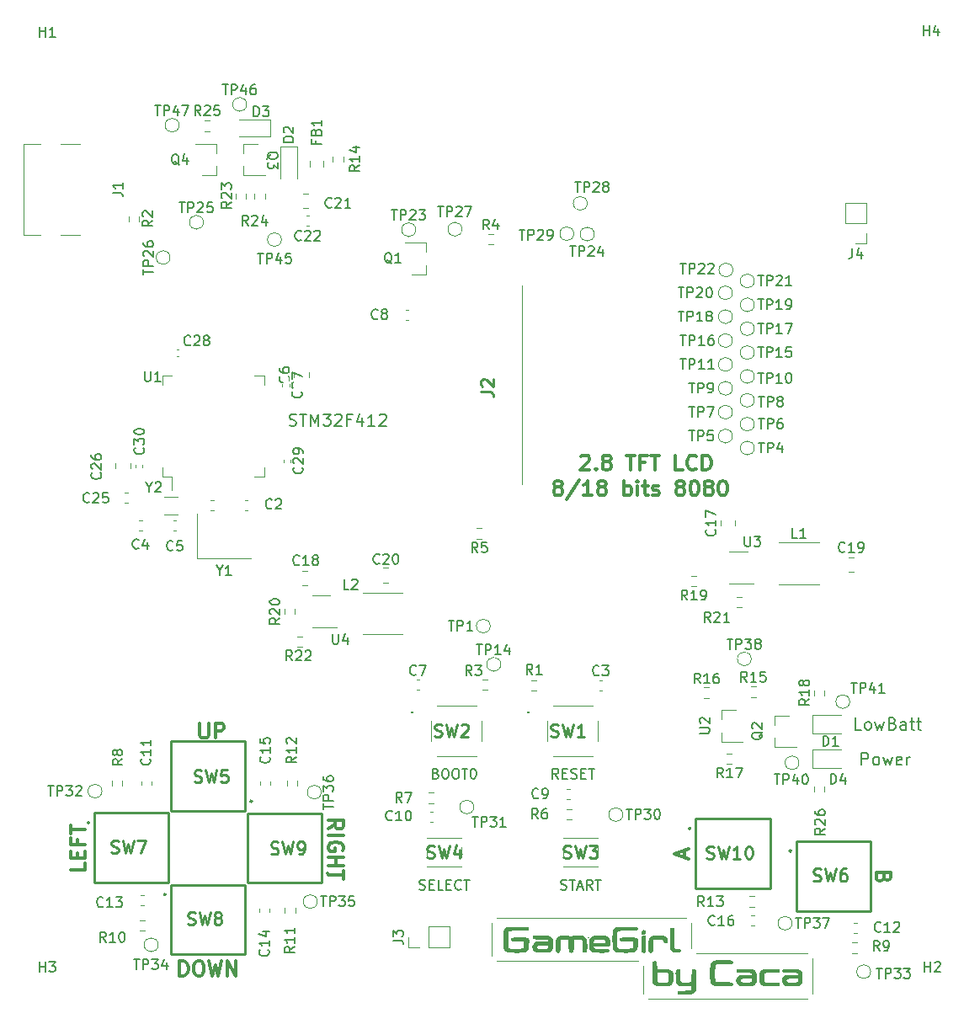
<source format=gto>
G04 #@! TF.GenerationSoftware,KiCad,Pcbnew,(5.1.12)-1*
G04 #@! TF.CreationDate,2021-12-30T17:29:10+01:00*
G04 #@! TF.ProjectId,GameGirl,47616d65-4769-4726-9c2e-6b696361645f,rev?*
G04 #@! TF.SameCoordinates,Original*
G04 #@! TF.FileFunction,Legend,Top*
G04 #@! TF.FilePolarity,Positive*
%FSLAX46Y46*%
G04 Gerber Fmt 4.6, Leading zero omitted, Abs format (unit mm)*
G04 Created by KiCad (PCBNEW (5.1.12)-1) date 2021-12-30 17:29:10*
%MOMM*%
%LPD*%
G01*
G04 APERTURE LIST*
%ADD10C,0.200000*%
%ADD11C,0.300000*%
%ADD12C,0.120000*%
%ADD13C,0.010000*%
%ADD14C,0.254000*%
%ADD15C,0.100000*%
%ADD16C,0.150000*%
%ADD17C,1.000000*%
%ADD18C,2.200000*%
%ADD19R,1.000000X1.800000*%
%ADD20R,2.100000X1.800000*%
%ADD21R,1.060000X0.650000*%
%ADD22R,0.900000X0.800000*%
%ADD23R,1.000000X1.100000*%
%ADD24R,0.550000X0.550000*%
%ADD25R,1.000000X0.750000*%
%ADD26R,1.800000X4.000000*%
%ADD27O,1.350000X1.350000*%
%ADD28R,1.350000X1.350000*%
%ADD29R,1.300000X0.300000*%
%ADD30R,2.200000X1.800000*%
%ADD31R,1.150000X0.300000*%
%ADD32C,0.650000*%
%ADD33O,1.600000X1.000000*%
%ADD34O,2.100000X1.000000*%
%ADD35R,1.000000X1.000000*%
G04 APERTURE END LIST*
D10*
X57372857Y-69319714D02*
X57544285Y-69376857D01*
X57830000Y-69376857D01*
X57944285Y-69319714D01*
X58001428Y-69262571D01*
X58058571Y-69148285D01*
X58058571Y-69034000D01*
X58001428Y-68919714D01*
X57944285Y-68862571D01*
X57830000Y-68805428D01*
X57601428Y-68748285D01*
X57487142Y-68691142D01*
X57430000Y-68634000D01*
X57372857Y-68519714D01*
X57372857Y-68405428D01*
X57430000Y-68291142D01*
X57487142Y-68234000D01*
X57601428Y-68176857D01*
X57887142Y-68176857D01*
X58058571Y-68234000D01*
X58401428Y-68176857D02*
X59087142Y-68176857D01*
X58744285Y-69376857D02*
X58744285Y-68176857D01*
X59487142Y-69376857D02*
X59487142Y-68176857D01*
X59887142Y-69034000D01*
X60287142Y-68176857D01*
X60287142Y-69376857D01*
X60744285Y-68176857D02*
X61487142Y-68176857D01*
X61087142Y-68634000D01*
X61258571Y-68634000D01*
X61372857Y-68691142D01*
X61430000Y-68748285D01*
X61487142Y-68862571D01*
X61487142Y-69148285D01*
X61430000Y-69262571D01*
X61372857Y-69319714D01*
X61258571Y-69376857D01*
X60915714Y-69376857D01*
X60801428Y-69319714D01*
X60744285Y-69262571D01*
X61944285Y-68291142D02*
X62001428Y-68234000D01*
X62115714Y-68176857D01*
X62401428Y-68176857D01*
X62515714Y-68234000D01*
X62572857Y-68291142D01*
X62630000Y-68405428D01*
X62630000Y-68519714D01*
X62572857Y-68691142D01*
X61887142Y-69376857D01*
X62630000Y-69376857D01*
X63544285Y-68748285D02*
X63144285Y-68748285D01*
X63144285Y-69376857D02*
X63144285Y-68176857D01*
X63715714Y-68176857D01*
X64687142Y-68576857D02*
X64687142Y-69376857D01*
X64401428Y-68119714D02*
X64115714Y-68976857D01*
X64858571Y-68976857D01*
X65944285Y-69376857D02*
X65258571Y-69376857D01*
X65601428Y-69376857D02*
X65601428Y-68176857D01*
X65487142Y-68348285D01*
X65372857Y-68462571D01*
X65258571Y-68519714D01*
X66401428Y-68291142D02*
X66458571Y-68234000D01*
X66572857Y-68176857D01*
X66858571Y-68176857D01*
X66972857Y-68234000D01*
X67030000Y-68291142D01*
X67087142Y-68405428D01*
X67087142Y-68519714D01*
X67030000Y-68691142D01*
X66344285Y-69376857D01*
X67087142Y-69376857D01*
D11*
X86682285Y-72468428D02*
X86753714Y-72397000D01*
X86896571Y-72325571D01*
X87253714Y-72325571D01*
X87396571Y-72397000D01*
X87468000Y-72468428D01*
X87539428Y-72611285D01*
X87539428Y-72754142D01*
X87468000Y-72968428D01*
X86610857Y-73825571D01*
X87539428Y-73825571D01*
X88182285Y-73682714D02*
X88253714Y-73754142D01*
X88182285Y-73825571D01*
X88110857Y-73754142D01*
X88182285Y-73682714D01*
X88182285Y-73825571D01*
X89110857Y-72968428D02*
X88968000Y-72897000D01*
X88896571Y-72825571D01*
X88825142Y-72682714D01*
X88825142Y-72611285D01*
X88896571Y-72468428D01*
X88968000Y-72397000D01*
X89110857Y-72325571D01*
X89396571Y-72325571D01*
X89539428Y-72397000D01*
X89610857Y-72468428D01*
X89682285Y-72611285D01*
X89682285Y-72682714D01*
X89610857Y-72825571D01*
X89539428Y-72897000D01*
X89396571Y-72968428D01*
X89110857Y-72968428D01*
X88968000Y-73039857D01*
X88896571Y-73111285D01*
X88825142Y-73254142D01*
X88825142Y-73539857D01*
X88896571Y-73682714D01*
X88968000Y-73754142D01*
X89110857Y-73825571D01*
X89396571Y-73825571D01*
X89539428Y-73754142D01*
X89610857Y-73682714D01*
X89682285Y-73539857D01*
X89682285Y-73254142D01*
X89610857Y-73111285D01*
X89539428Y-73039857D01*
X89396571Y-72968428D01*
X91253714Y-72325571D02*
X92110857Y-72325571D01*
X91682285Y-73825571D02*
X91682285Y-72325571D01*
X93110857Y-73039857D02*
X92610857Y-73039857D01*
X92610857Y-73825571D02*
X92610857Y-72325571D01*
X93325142Y-72325571D01*
X93682285Y-72325571D02*
X94539428Y-72325571D01*
X94110857Y-73825571D02*
X94110857Y-72325571D01*
X96896571Y-73825571D02*
X96182285Y-73825571D01*
X96182285Y-72325571D01*
X98253714Y-73682714D02*
X98182285Y-73754142D01*
X97968000Y-73825571D01*
X97825142Y-73825571D01*
X97610857Y-73754142D01*
X97468000Y-73611285D01*
X97396571Y-73468428D01*
X97325142Y-73182714D01*
X97325142Y-72968428D01*
X97396571Y-72682714D01*
X97468000Y-72539857D01*
X97610857Y-72397000D01*
X97825142Y-72325571D01*
X97968000Y-72325571D01*
X98182285Y-72397000D01*
X98253714Y-72468428D01*
X98896571Y-73825571D02*
X98896571Y-72325571D01*
X99253714Y-72325571D01*
X99468000Y-72397000D01*
X99610857Y-72539857D01*
X99682285Y-72682714D01*
X99753714Y-72968428D01*
X99753714Y-73182714D01*
X99682285Y-73468428D01*
X99610857Y-73611285D01*
X99468000Y-73754142D01*
X99253714Y-73825571D01*
X98896571Y-73825571D01*
X84218000Y-75518428D02*
X84075142Y-75447000D01*
X84003714Y-75375571D01*
X83932285Y-75232714D01*
X83932285Y-75161285D01*
X84003714Y-75018428D01*
X84075142Y-74947000D01*
X84218000Y-74875571D01*
X84503714Y-74875571D01*
X84646571Y-74947000D01*
X84718000Y-75018428D01*
X84789428Y-75161285D01*
X84789428Y-75232714D01*
X84718000Y-75375571D01*
X84646571Y-75447000D01*
X84503714Y-75518428D01*
X84218000Y-75518428D01*
X84075142Y-75589857D01*
X84003714Y-75661285D01*
X83932285Y-75804142D01*
X83932285Y-76089857D01*
X84003714Y-76232714D01*
X84075142Y-76304142D01*
X84218000Y-76375571D01*
X84503714Y-76375571D01*
X84646571Y-76304142D01*
X84718000Y-76232714D01*
X84789428Y-76089857D01*
X84789428Y-75804142D01*
X84718000Y-75661285D01*
X84646571Y-75589857D01*
X84503714Y-75518428D01*
X86503714Y-74804142D02*
X85218000Y-76732714D01*
X87789428Y-76375571D02*
X86932285Y-76375571D01*
X87360857Y-76375571D02*
X87360857Y-74875571D01*
X87218000Y-75089857D01*
X87075142Y-75232714D01*
X86932285Y-75304142D01*
X88646571Y-75518428D02*
X88503714Y-75447000D01*
X88432285Y-75375571D01*
X88360857Y-75232714D01*
X88360857Y-75161285D01*
X88432285Y-75018428D01*
X88503714Y-74947000D01*
X88646571Y-74875571D01*
X88932285Y-74875571D01*
X89075142Y-74947000D01*
X89146571Y-75018428D01*
X89218000Y-75161285D01*
X89218000Y-75232714D01*
X89146571Y-75375571D01*
X89075142Y-75447000D01*
X88932285Y-75518428D01*
X88646571Y-75518428D01*
X88503714Y-75589857D01*
X88432285Y-75661285D01*
X88360857Y-75804142D01*
X88360857Y-76089857D01*
X88432285Y-76232714D01*
X88503714Y-76304142D01*
X88646571Y-76375571D01*
X88932285Y-76375571D01*
X89075142Y-76304142D01*
X89146571Y-76232714D01*
X89218000Y-76089857D01*
X89218000Y-75804142D01*
X89146571Y-75661285D01*
X89075142Y-75589857D01*
X88932285Y-75518428D01*
X91003714Y-76375571D02*
X91003714Y-74875571D01*
X91003714Y-75447000D02*
X91146571Y-75375571D01*
X91432285Y-75375571D01*
X91575142Y-75447000D01*
X91646571Y-75518428D01*
X91718000Y-75661285D01*
X91718000Y-76089857D01*
X91646571Y-76232714D01*
X91575142Y-76304142D01*
X91432285Y-76375571D01*
X91146571Y-76375571D01*
X91003714Y-76304142D01*
X92360857Y-76375571D02*
X92360857Y-75375571D01*
X92360857Y-74875571D02*
X92289428Y-74947000D01*
X92360857Y-75018428D01*
X92432285Y-74947000D01*
X92360857Y-74875571D01*
X92360857Y-75018428D01*
X92860857Y-75375571D02*
X93432285Y-75375571D01*
X93075142Y-74875571D02*
X93075142Y-76161285D01*
X93146571Y-76304142D01*
X93289428Y-76375571D01*
X93432285Y-76375571D01*
X93860857Y-76304142D02*
X94003714Y-76375571D01*
X94289428Y-76375571D01*
X94432285Y-76304142D01*
X94503714Y-76161285D01*
X94503714Y-76089857D01*
X94432285Y-75947000D01*
X94289428Y-75875571D01*
X94075142Y-75875571D01*
X93932285Y-75804142D01*
X93860857Y-75661285D01*
X93860857Y-75589857D01*
X93932285Y-75447000D01*
X94075142Y-75375571D01*
X94289428Y-75375571D01*
X94432285Y-75447000D01*
X96503714Y-75518428D02*
X96360857Y-75447000D01*
X96289428Y-75375571D01*
X96218000Y-75232714D01*
X96218000Y-75161285D01*
X96289428Y-75018428D01*
X96360857Y-74947000D01*
X96503714Y-74875571D01*
X96789428Y-74875571D01*
X96932285Y-74947000D01*
X97003714Y-75018428D01*
X97075142Y-75161285D01*
X97075142Y-75232714D01*
X97003714Y-75375571D01*
X96932285Y-75447000D01*
X96789428Y-75518428D01*
X96503714Y-75518428D01*
X96360857Y-75589857D01*
X96289428Y-75661285D01*
X96218000Y-75804142D01*
X96218000Y-76089857D01*
X96289428Y-76232714D01*
X96360857Y-76304142D01*
X96503714Y-76375571D01*
X96789428Y-76375571D01*
X96932285Y-76304142D01*
X97003714Y-76232714D01*
X97075142Y-76089857D01*
X97075142Y-75804142D01*
X97003714Y-75661285D01*
X96932285Y-75589857D01*
X96789428Y-75518428D01*
X98003714Y-74875571D02*
X98146571Y-74875571D01*
X98289428Y-74947000D01*
X98360857Y-75018428D01*
X98432285Y-75161285D01*
X98503714Y-75447000D01*
X98503714Y-75804142D01*
X98432285Y-76089857D01*
X98360857Y-76232714D01*
X98289428Y-76304142D01*
X98146571Y-76375571D01*
X98003714Y-76375571D01*
X97860857Y-76304142D01*
X97789428Y-76232714D01*
X97718000Y-76089857D01*
X97646571Y-75804142D01*
X97646571Y-75447000D01*
X97718000Y-75161285D01*
X97789428Y-75018428D01*
X97860857Y-74947000D01*
X98003714Y-74875571D01*
X99360857Y-75518428D02*
X99218000Y-75447000D01*
X99146571Y-75375571D01*
X99075142Y-75232714D01*
X99075142Y-75161285D01*
X99146571Y-75018428D01*
X99218000Y-74947000D01*
X99360857Y-74875571D01*
X99646571Y-74875571D01*
X99789428Y-74947000D01*
X99860857Y-75018428D01*
X99932285Y-75161285D01*
X99932285Y-75232714D01*
X99860857Y-75375571D01*
X99789428Y-75447000D01*
X99646571Y-75518428D01*
X99360857Y-75518428D01*
X99218000Y-75589857D01*
X99146571Y-75661285D01*
X99075142Y-75804142D01*
X99075142Y-76089857D01*
X99146571Y-76232714D01*
X99218000Y-76304142D01*
X99360857Y-76375571D01*
X99646571Y-76375571D01*
X99789428Y-76304142D01*
X99860857Y-76232714D01*
X99932285Y-76089857D01*
X99932285Y-75804142D01*
X99860857Y-75661285D01*
X99789428Y-75589857D01*
X99646571Y-75518428D01*
X100860857Y-74875571D02*
X101003714Y-74875571D01*
X101146571Y-74947000D01*
X101218000Y-75018428D01*
X101289428Y-75161285D01*
X101360857Y-75447000D01*
X101360857Y-75804142D01*
X101289428Y-76089857D01*
X101218000Y-76232714D01*
X101146571Y-76304142D01*
X101003714Y-76375571D01*
X100860857Y-76375571D01*
X100718000Y-76304142D01*
X100646571Y-76232714D01*
X100575142Y-76089857D01*
X100503714Y-75804142D01*
X100503714Y-75447000D01*
X100575142Y-75161285D01*
X100646571Y-75018428D01*
X100718000Y-74947000D01*
X100860857Y-74875571D01*
D12*
X97282000Y-118872000D02*
X78232000Y-118872000D01*
X97790000Y-121920000D02*
X97790000Y-119380000D01*
X109474000Y-122428000D02*
X98298000Y-122428000D01*
X109982000Y-126492000D02*
X109982000Y-122936000D01*
X93472000Y-127000000D02*
X109474000Y-127000000D01*
X92964000Y-123698000D02*
X92964000Y-126492000D01*
X78232000Y-123190000D02*
X92456000Y-123190000D01*
X77724000Y-119380000D02*
X77724000Y-122682000D01*
D11*
X117129142Y-114765142D02*
X117057714Y-114979428D01*
X116986285Y-115050857D01*
X116843428Y-115122285D01*
X116629142Y-115122285D01*
X116486285Y-115050857D01*
X116414857Y-114979428D01*
X116343428Y-114836571D01*
X116343428Y-114265142D01*
X117843428Y-114265142D01*
X117843428Y-114765142D01*
X117772000Y-114908000D01*
X117700571Y-114979428D01*
X117557714Y-115050857D01*
X117414857Y-115050857D01*
X117272000Y-114979428D01*
X117200571Y-114908000D01*
X117129142Y-114765142D01*
X117129142Y-114265142D01*
X97096000Y-112775142D02*
X97096000Y-112060857D01*
X97524571Y-112918000D02*
X96024571Y-112418000D01*
X97524571Y-111918000D01*
D10*
X84637809Y-115974761D02*
X84780666Y-116022380D01*
X85018761Y-116022380D01*
X85114000Y-115974761D01*
X85161619Y-115927142D01*
X85209238Y-115831904D01*
X85209238Y-115736666D01*
X85161619Y-115641428D01*
X85114000Y-115593809D01*
X85018761Y-115546190D01*
X84828285Y-115498571D01*
X84733047Y-115450952D01*
X84685428Y-115403333D01*
X84637809Y-115308095D01*
X84637809Y-115212857D01*
X84685428Y-115117619D01*
X84733047Y-115070000D01*
X84828285Y-115022380D01*
X85066380Y-115022380D01*
X85209238Y-115070000D01*
X85494952Y-115022380D02*
X86066380Y-115022380D01*
X85780666Y-116022380D02*
X85780666Y-115022380D01*
X86352095Y-115736666D02*
X86828285Y-115736666D01*
X86256857Y-116022380D02*
X86590190Y-115022380D01*
X86923523Y-116022380D01*
X87828285Y-116022380D02*
X87494952Y-115546190D01*
X87256857Y-116022380D02*
X87256857Y-115022380D01*
X87637809Y-115022380D01*
X87733047Y-115070000D01*
X87780666Y-115117619D01*
X87828285Y-115212857D01*
X87828285Y-115355714D01*
X87780666Y-115450952D01*
X87733047Y-115498571D01*
X87637809Y-115546190D01*
X87256857Y-115546190D01*
X88114000Y-115022380D02*
X88685428Y-115022380D01*
X88399714Y-116022380D02*
X88399714Y-115022380D01*
X70421809Y-115974761D02*
X70564666Y-116022380D01*
X70802761Y-116022380D01*
X70898000Y-115974761D01*
X70945619Y-115927142D01*
X70993238Y-115831904D01*
X70993238Y-115736666D01*
X70945619Y-115641428D01*
X70898000Y-115593809D01*
X70802761Y-115546190D01*
X70612285Y-115498571D01*
X70517047Y-115450952D01*
X70469428Y-115403333D01*
X70421809Y-115308095D01*
X70421809Y-115212857D01*
X70469428Y-115117619D01*
X70517047Y-115070000D01*
X70612285Y-115022380D01*
X70850380Y-115022380D01*
X70993238Y-115070000D01*
X71421809Y-115498571D02*
X71755142Y-115498571D01*
X71898000Y-116022380D02*
X71421809Y-116022380D01*
X71421809Y-115022380D01*
X71898000Y-115022380D01*
X72802761Y-116022380D02*
X72326571Y-116022380D01*
X72326571Y-115022380D01*
X73136095Y-115498571D02*
X73469428Y-115498571D01*
X73612285Y-116022380D02*
X73136095Y-116022380D01*
X73136095Y-115022380D01*
X73612285Y-115022380D01*
X74612285Y-115927142D02*
X74564666Y-115974761D01*
X74421809Y-116022380D01*
X74326571Y-116022380D01*
X74183714Y-115974761D01*
X74088476Y-115879523D01*
X74040857Y-115784285D01*
X73993238Y-115593809D01*
X73993238Y-115450952D01*
X74040857Y-115260476D01*
X74088476Y-115165238D01*
X74183714Y-115070000D01*
X74326571Y-115022380D01*
X74421809Y-115022380D01*
X74564666Y-115070000D01*
X74612285Y-115117619D01*
X74898000Y-115022380D02*
X75469428Y-115022380D01*
X75183714Y-116022380D02*
X75183714Y-115022380D01*
X84399619Y-104846380D02*
X84066285Y-104370190D01*
X83828190Y-104846380D02*
X83828190Y-103846380D01*
X84209142Y-103846380D01*
X84304380Y-103894000D01*
X84352000Y-103941619D01*
X84399619Y-104036857D01*
X84399619Y-104179714D01*
X84352000Y-104274952D01*
X84304380Y-104322571D01*
X84209142Y-104370190D01*
X83828190Y-104370190D01*
X84828190Y-104322571D02*
X85161523Y-104322571D01*
X85304380Y-104846380D02*
X84828190Y-104846380D01*
X84828190Y-103846380D01*
X85304380Y-103846380D01*
X85685333Y-104798761D02*
X85828190Y-104846380D01*
X86066285Y-104846380D01*
X86161523Y-104798761D01*
X86209142Y-104751142D01*
X86256761Y-104655904D01*
X86256761Y-104560666D01*
X86209142Y-104465428D01*
X86161523Y-104417809D01*
X86066285Y-104370190D01*
X85875809Y-104322571D01*
X85780571Y-104274952D01*
X85732952Y-104227333D01*
X85685333Y-104132095D01*
X85685333Y-104036857D01*
X85732952Y-103941619D01*
X85780571Y-103894000D01*
X85875809Y-103846380D01*
X86113904Y-103846380D01*
X86256761Y-103894000D01*
X86685333Y-104322571D02*
X87018666Y-104322571D01*
X87161523Y-104846380D02*
X86685333Y-104846380D01*
X86685333Y-103846380D01*
X87161523Y-103846380D01*
X87447238Y-103846380D02*
X88018666Y-103846380D01*
X87732952Y-104846380D02*
X87732952Y-103846380D01*
X72080666Y-104322571D02*
X72223523Y-104370190D01*
X72271142Y-104417809D01*
X72318761Y-104513047D01*
X72318761Y-104655904D01*
X72271142Y-104751142D01*
X72223523Y-104798761D01*
X72128285Y-104846380D01*
X71747333Y-104846380D01*
X71747333Y-103846380D01*
X72080666Y-103846380D01*
X72175904Y-103894000D01*
X72223523Y-103941619D01*
X72271142Y-104036857D01*
X72271142Y-104132095D01*
X72223523Y-104227333D01*
X72175904Y-104274952D01*
X72080666Y-104322571D01*
X71747333Y-104322571D01*
X72937809Y-103846380D02*
X73128285Y-103846380D01*
X73223523Y-103894000D01*
X73318761Y-103989238D01*
X73366380Y-104179714D01*
X73366380Y-104513047D01*
X73318761Y-104703523D01*
X73223523Y-104798761D01*
X73128285Y-104846380D01*
X72937809Y-104846380D01*
X72842571Y-104798761D01*
X72747333Y-104703523D01*
X72699714Y-104513047D01*
X72699714Y-104179714D01*
X72747333Y-103989238D01*
X72842571Y-103894000D01*
X72937809Y-103846380D01*
X73985428Y-103846380D02*
X74175904Y-103846380D01*
X74271142Y-103894000D01*
X74366380Y-103989238D01*
X74414000Y-104179714D01*
X74414000Y-104513047D01*
X74366380Y-104703523D01*
X74271142Y-104798761D01*
X74175904Y-104846380D01*
X73985428Y-104846380D01*
X73890190Y-104798761D01*
X73794952Y-104703523D01*
X73747333Y-104513047D01*
X73747333Y-104179714D01*
X73794952Y-103989238D01*
X73890190Y-103894000D01*
X73985428Y-103846380D01*
X74699714Y-103846380D02*
X75271142Y-103846380D01*
X74985428Y-104846380D02*
X74985428Y-103846380D01*
X75794952Y-103846380D02*
X75890190Y-103846380D01*
X75985428Y-103894000D01*
X76033047Y-103941619D01*
X76080666Y-104036857D01*
X76128285Y-104227333D01*
X76128285Y-104465428D01*
X76080666Y-104655904D01*
X76033047Y-104751142D01*
X75985428Y-104798761D01*
X75890190Y-104846380D01*
X75794952Y-104846380D01*
X75699714Y-104798761D01*
X75652095Y-104751142D01*
X75604476Y-104655904D01*
X75556857Y-104465428D01*
X75556857Y-104227333D01*
X75604476Y-104036857D01*
X75652095Y-103941619D01*
X75699714Y-103894000D01*
X75794952Y-103846380D01*
D11*
X36818571Y-113338571D02*
X36818571Y-114052857D01*
X35318571Y-114052857D01*
X36032857Y-112838571D02*
X36032857Y-112338571D01*
X36818571Y-112124285D02*
X36818571Y-112838571D01*
X35318571Y-112838571D01*
X35318571Y-112124285D01*
X36032857Y-110981428D02*
X36032857Y-111481428D01*
X36818571Y-111481428D02*
X35318571Y-111481428D01*
X35318571Y-110767142D01*
X35318571Y-110410000D02*
X35318571Y-109552857D01*
X36818571Y-109981428D02*
X35318571Y-109981428D01*
X48351428Y-99254571D02*
X48351428Y-100468857D01*
X48422857Y-100611714D01*
X48494285Y-100683142D01*
X48637142Y-100754571D01*
X48922857Y-100754571D01*
X49065714Y-100683142D01*
X49137142Y-100611714D01*
X49208571Y-100468857D01*
X49208571Y-99254571D01*
X49922857Y-100754571D02*
X49922857Y-99254571D01*
X50494285Y-99254571D01*
X50637142Y-99326000D01*
X50708571Y-99397428D01*
X50780000Y-99540285D01*
X50780000Y-99754571D01*
X50708571Y-99897428D01*
X50637142Y-99968857D01*
X50494285Y-100040285D01*
X49922857Y-100040285D01*
X61261428Y-109910000D02*
X61975714Y-109410000D01*
X61261428Y-109052857D02*
X62761428Y-109052857D01*
X62761428Y-109624285D01*
X62690000Y-109767142D01*
X62618571Y-109838571D01*
X62475714Y-109910000D01*
X62261428Y-109910000D01*
X62118571Y-109838571D01*
X62047142Y-109767142D01*
X61975714Y-109624285D01*
X61975714Y-109052857D01*
X61261428Y-110552857D02*
X62761428Y-110552857D01*
X62690000Y-112052857D02*
X62761428Y-111910000D01*
X62761428Y-111695714D01*
X62690000Y-111481428D01*
X62547142Y-111338571D01*
X62404285Y-111267142D01*
X62118571Y-111195714D01*
X61904285Y-111195714D01*
X61618571Y-111267142D01*
X61475714Y-111338571D01*
X61332857Y-111481428D01*
X61261428Y-111695714D01*
X61261428Y-111838571D01*
X61332857Y-112052857D01*
X61404285Y-112124285D01*
X61904285Y-112124285D01*
X61904285Y-111838571D01*
X61261428Y-112767142D02*
X62761428Y-112767142D01*
X62047142Y-112767142D02*
X62047142Y-113624285D01*
X61261428Y-113624285D02*
X62761428Y-113624285D01*
X62761428Y-114124285D02*
X62761428Y-114981428D01*
X61261428Y-114552857D02*
X62761428Y-114552857D01*
X46318571Y-124688571D02*
X46318571Y-123188571D01*
X46675714Y-123188571D01*
X46890000Y-123260000D01*
X47032857Y-123402857D01*
X47104285Y-123545714D01*
X47175714Y-123831428D01*
X47175714Y-124045714D01*
X47104285Y-124331428D01*
X47032857Y-124474285D01*
X46890000Y-124617142D01*
X46675714Y-124688571D01*
X46318571Y-124688571D01*
X48104285Y-123188571D02*
X48390000Y-123188571D01*
X48532857Y-123260000D01*
X48675714Y-123402857D01*
X48747142Y-123688571D01*
X48747142Y-124188571D01*
X48675714Y-124474285D01*
X48532857Y-124617142D01*
X48390000Y-124688571D01*
X48104285Y-124688571D01*
X47961428Y-124617142D01*
X47818571Y-124474285D01*
X47747142Y-124188571D01*
X47747142Y-123688571D01*
X47818571Y-123402857D01*
X47961428Y-123260000D01*
X48104285Y-123188571D01*
X49247142Y-123188571D02*
X49604285Y-124688571D01*
X49890000Y-123617142D01*
X50175714Y-124688571D01*
X50532857Y-123188571D01*
X51104285Y-124688571D02*
X51104285Y-123188571D01*
X51961428Y-124688571D01*
X51961428Y-123188571D01*
D10*
X114888571Y-103452857D02*
X114888571Y-102252857D01*
X115345714Y-102252857D01*
X115460000Y-102310000D01*
X115517142Y-102367142D01*
X115574285Y-102481428D01*
X115574285Y-102652857D01*
X115517142Y-102767142D01*
X115460000Y-102824285D01*
X115345714Y-102881428D01*
X114888571Y-102881428D01*
X116260000Y-103452857D02*
X116145714Y-103395714D01*
X116088571Y-103338571D01*
X116031428Y-103224285D01*
X116031428Y-102881428D01*
X116088571Y-102767142D01*
X116145714Y-102710000D01*
X116260000Y-102652857D01*
X116431428Y-102652857D01*
X116545714Y-102710000D01*
X116602857Y-102767142D01*
X116660000Y-102881428D01*
X116660000Y-103224285D01*
X116602857Y-103338571D01*
X116545714Y-103395714D01*
X116431428Y-103452857D01*
X116260000Y-103452857D01*
X117060000Y-102652857D02*
X117288571Y-103452857D01*
X117517142Y-102881428D01*
X117745714Y-103452857D01*
X117974285Y-102652857D01*
X118888571Y-103395714D02*
X118774285Y-103452857D01*
X118545714Y-103452857D01*
X118431428Y-103395714D01*
X118374285Y-103281428D01*
X118374285Y-102824285D01*
X118431428Y-102710000D01*
X118545714Y-102652857D01*
X118774285Y-102652857D01*
X118888571Y-102710000D01*
X118945714Y-102824285D01*
X118945714Y-102938571D01*
X118374285Y-103052857D01*
X119460000Y-103452857D02*
X119460000Y-102652857D01*
X119460000Y-102881428D02*
X119517142Y-102767142D01*
X119574285Y-102710000D01*
X119688571Y-102652857D01*
X119802857Y-102652857D01*
X114871428Y-99922857D02*
X114300000Y-99922857D01*
X114300000Y-98722857D01*
X115442857Y-99922857D02*
X115328571Y-99865714D01*
X115271428Y-99808571D01*
X115214285Y-99694285D01*
X115214285Y-99351428D01*
X115271428Y-99237142D01*
X115328571Y-99180000D01*
X115442857Y-99122857D01*
X115614285Y-99122857D01*
X115728571Y-99180000D01*
X115785714Y-99237142D01*
X115842857Y-99351428D01*
X115842857Y-99694285D01*
X115785714Y-99808571D01*
X115728571Y-99865714D01*
X115614285Y-99922857D01*
X115442857Y-99922857D01*
X116242857Y-99122857D02*
X116471428Y-99922857D01*
X116700000Y-99351428D01*
X116928571Y-99922857D01*
X117157142Y-99122857D01*
X118014285Y-99294285D02*
X118185714Y-99351428D01*
X118242857Y-99408571D01*
X118300000Y-99522857D01*
X118300000Y-99694285D01*
X118242857Y-99808571D01*
X118185714Y-99865714D01*
X118071428Y-99922857D01*
X117614285Y-99922857D01*
X117614285Y-98722857D01*
X118014285Y-98722857D01*
X118128571Y-98780000D01*
X118185714Y-98837142D01*
X118242857Y-98951428D01*
X118242857Y-99065714D01*
X118185714Y-99180000D01*
X118128571Y-99237142D01*
X118014285Y-99294285D01*
X117614285Y-99294285D01*
X119328571Y-99922857D02*
X119328571Y-99294285D01*
X119271428Y-99180000D01*
X119157142Y-99122857D01*
X118928571Y-99122857D01*
X118814285Y-99180000D01*
X119328571Y-99865714D02*
X119214285Y-99922857D01*
X118928571Y-99922857D01*
X118814285Y-99865714D01*
X118757142Y-99751428D01*
X118757142Y-99637142D01*
X118814285Y-99522857D01*
X118928571Y-99465714D01*
X119214285Y-99465714D01*
X119328571Y-99408571D01*
X119728571Y-99122857D02*
X120185714Y-99122857D01*
X119900000Y-98722857D02*
X119900000Y-99751428D01*
X119957142Y-99865714D01*
X120071428Y-99922857D01*
X120185714Y-99922857D01*
X120414285Y-99122857D02*
X120871428Y-99122857D01*
X120585714Y-98722857D02*
X120585714Y-99751428D01*
X120642857Y-99865714D01*
X120757142Y-99922857D01*
X120871428Y-99922857D01*
D13*
G36*
X93038541Y-120092509D02*
G01*
X93096059Y-120132153D01*
X93119396Y-120195981D01*
X93122337Y-120256748D01*
X93107969Y-120371314D01*
X93057681Y-120435662D01*
X92960694Y-120460572D01*
X92917111Y-120461974D01*
X92826515Y-120453043D01*
X92775296Y-120417681D01*
X92752872Y-120378178D01*
X92731997Y-120267366D01*
X92763910Y-120170494D01*
X92835428Y-120100745D01*
X92933369Y-120071300D01*
X93038541Y-120092509D01*
G37*
X93038541Y-120092509D02*
X93096059Y-120132153D01*
X93119396Y-120195981D01*
X93122337Y-120256748D01*
X93107969Y-120371314D01*
X93057681Y-120435662D01*
X92960694Y-120460572D01*
X92917111Y-120461974D01*
X92826515Y-120453043D01*
X92775296Y-120417681D01*
X92752872Y-120378178D01*
X92731997Y-120267366D01*
X92763910Y-120170494D01*
X92835428Y-120100745D01*
X92933369Y-120071300D01*
X93038541Y-120092509D01*
G36*
X87415584Y-120808338D02*
G01*
X87399090Y-120824831D01*
X87382597Y-120808338D01*
X87399090Y-120791844D01*
X87415584Y-120808338D01*
G37*
X87415584Y-120808338D02*
X87399090Y-120824831D01*
X87382597Y-120808338D01*
X87399090Y-120791844D01*
X87415584Y-120808338D01*
G36*
X95872105Y-119838328D02*
G01*
X95945188Y-119869363D01*
X95953723Y-119878077D01*
X95965733Y-119926130D01*
X95976177Y-120038298D01*
X95984973Y-120212742D01*
X95992039Y-120447619D01*
X95997292Y-120741089D01*
X95998996Y-120887136D01*
X96008701Y-121853338D01*
X96086576Y-121916357D01*
X96158542Y-121955981D01*
X96261011Y-121975432D01*
X96371173Y-121979377D01*
X96512569Y-121986993D01*
X96596551Y-122010753D01*
X96618605Y-122028429D01*
X96645044Y-122104760D01*
X96624965Y-122187109D01*
X96567763Y-122246472D01*
X96545101Y-122255374D01*
X96451071Y-122268297D01*
X96319245Y-122272041D01*
X96177087Y-122267108D01*
X96052061Y-122254001D01*
X96008701Y-122245568D01*
X95847150Y-122180774D01*
X95724328Y-122068540D01*
X95685204Y-122012364D01*
X95664314Y-121976477D01*
X95647768Y-121937778D01*
X95634959Y-121888336D01*
X95625281Y-121820219D01*
X95618130Y-121725497D01*
X95612898Y-121596237D01*
X95608981Y-121424509D01*
X95605772Y-121202382D01*
X95602785Y-120933281D01*
X95600569Y-120602392D01*
X95601542Y-120336312D01*
X95605730Y-120133953D01*
X95613162Y-119994224D01*
X95623864Y-119916037D01*
X95628686Y-119902436D01*
X95685355Y-119857001D01*
X95775995Y-119834919D01*
X95872105Y-119838328D01*
G37*
X95872105Y-119838328D02*
X95945188Y-119869363D01*
X95953723Y-119878077D01*
X95965733Y-119926130D01*
X95976177Y-120038298D01*
X95984973Y-120212742D01*
X95992039Y-120447619D01*
X95997292Y-120741089D01*
X95998996Y-120887136D01*
X96008701Y-121853338D01*
X96086576Y-121916357D01*
X96158542Y-121955981D01*
X96261011Y-121975432D01*
X96371173Y-121979377D01*
X96512569Y-121986993D01*
X96596551Y-122010753D01*
X96618605Y-122028429D01*
X96645044Y-122104760D01*
X96624965Y-122187109D01*
X96567763Y-122246472D01*
X96545101Y-122255374D01*
X96451071Y-122268297D01*
X96319245Y-122272041D01*
X96177087Y-122267108D01*
X96052061Y-122254001D01*
X96008701Y-122245568D01*
X95847150Y-122180774D01*
X95724328Y-122068540D01*
X95685204Y-122012364D01*
X95664314Y-121976477D01*
X95647768Y-121937778D01*
X95634959Y-121888336D01*
X95625281Y-121820219D01*
X95618130Y-121725497D01*
X95612898Y-121596237D01*
X95608981Y-121424509D01*
X95605772Y-121202382D01*
X95602785Y-120933281D01*
X95600569Y-120602392D01*
X95601542Y-120336312D01*
X95605730Y-120133953D01*
X95613162Y-119994224D01*
X95623864Y-119916037D01*
X95628686Y-119902436D01*
X95685355Y-119857001D01*
X95775995Y-119834919D01*
X95872105Y-119838328D01*
G36*
X94621012Y-120644056D02*
G01*
X94778306Y-120646732D01*
X94891792Y-120652508D01*
X94972550Y-120662458D01*
X95031659Y-120677659D01*
X95080199Y-120699186D01*
X95100391Y-120710544D01*
X95228203Y-120819942D01*
X95312893Y-120964198D01*
X95342344Y-121107853D01*
X95328847Y-121209049D01*
X95274959Y-121265450D01*
X95171343Y-121285686D01*
X95149389Y-121286144D01*
X95041094Y-121265163D01*
X94980621Y-121203823D01*
X94969610Y-121146605D01*
X94947428Y-121082668D01*
X94893539Y-121009769D01*
X94888642Y-121004760D01*
X94850481Y-120970326D01*
X94808867Y-120947341D01*
X94750316Y-120933502D01*
X94661347Y-120926505D01*
X94528479Y-120924047D01*
X94414779Y-120923792D01*
X94243230Y-120925010D01*
X94123897Y-120929965D01*
X94043049Y-120940617D01*
X93986950Y-120958921D01*
X93941869Y-120986835D01*
X93934968Y-120992161D01*
X93848052Y-121060529D01*
X93848052Y-121634247D01*
X93847582Y-121842406D01*
X93845497Y-121994249D01*
X93840783Y-122099430D01*
X93832427Y-122167604D01*
X93819415Y-122208427D01*
X93800735Y-122231553D01*
X93784246Y-122242112D01*
X93666356Y-122274479D01*
X93558823Y-122242652D01*
X93515498Y-122207602D01*
X93490566Y-122179177D01*
X93472816Y-122144669D01*
X93461307Y-122093716D01*
X93455095Y-122015958D01*
X93453239Y-121901035D01*
X93454798Y-121738586D01*
X93457770Y-121572602D01*
X93464559Y-121331307D01*
X93476401Y-121146005D01*
X93496289Y-121006747D01*
X93527220Y-120903583D01*
X93572188Y-120826564D01*
X93634187Y-120765741D01*
X93716214Y-120711166D01*
X93717271Y-120710544D01*
X93764673Y-120685995D01*
X93817925Y-120668230D01*
X93888104Y-120656175D01*
X93986291Y-120648752D01*
X94123566Y-120644886D01*
X94311007Y-120643503D01*
X94408831Y-120643403D01*
X94621012Y-120644056D01*
G37*
X94621012Y-120644056D02*
X94778306Y-120646732D01*
X94891792Y-120652508D01*
X94972550Y-120662458D01*
X95031659Y-120677659D01*
X95080199Y-120699186D01*
X95100391Y-120710544D01*
X95228203Y-120819942D01*
X95312893Y-120964198D01*
X95342344Y-121107853D01*
X95328847Y-121209049D01*
X95274959Y-121265450D01*
X95171343Y-121285686D01*
X95149389Y-121286144D01*
X95041094Y-121265163D01*
X94980621Y-121203823D01*
X94969610Y-121146605D01*
X94947428Y-121082668D01*
X94893539Y-121009769D01*
X94888642Y-121004760D01*
X94850481Y-120970326D01*
X94808867Y-120947341D01*
X94750316Y-120933502D01*
X94661347Y-120926505D01*
X94528479Y-120924047D01*
X94414779Y-120923792D01*
X94243230Y-120925010D01*
X94123897Y-120929965D01*
X94043049Y-120940617D01*
X93986950Y-120958921D01*
X93941869Y-120986835D01*
X93934968Y-120992161D01*
X93848052Y-121060529D01*
X93848052Y-121634247D01*
X93847582Y-121842406D01*
X93845497Y-121994249D01*
X93840783Y-122099430D01*
X93832427Y-122167604D01*
X93819415Y-122208427D01*
X93800735Y-122231553D01*
X93784246Y-122242112D01*
X93666356Y-122274479D01*
X93558823Y-122242652D01*
X93515498Y-122207602D01*
X93490566Y-122179177D01*
X93472816Y-122144669D01*
X93461307Y-122093716D01*
X93455095Y-122015958D01*
X93453239Y-121901035D01*
X93454798Y-121738586D01*
X93457770Y-121572602D01*
X93464559Y-121331307D01*
X93476401Y-121146005D01*
X93496289Y-121006747D01*
X93527220Y-120903583D01*
X93572188Y-120826564D01*
X93634187Y-120765741D01*
X93716214Y-120711166D01*
X93717271Y-120710544D01*
X93764673Y-120685995D01*
X93817925Y-120668230D01*
X93888104Y-120656175D01*
X93986291Y-120648752D01*
X94123566Y-120644886D01*
X94311007Y-120643503D01*
X94408831Y-120643403D01*
X94621012Y-120644056D01*
G36*
X93006066Y-120638980D02*
G01*
X93058532Y-120661057D01*
X93079006Y-120675423D01*
X93094568Y-120699272D01*
X93105890Y-120740906D01*
X93113640Y-120808626D01*
X93118489Y-120910734D01*
X93121108Y-121055531D01*
X93122165Y-121251318D01*
X93122337Y-121451585D01*
X93122050Y-121694444D01*
X93120740Y-121879631D01*
X93117739Y-122015447D01*
X93112377Y-122110195D01*
X93103982Y-122172174D01*
X93091886Y-122209687D01*
X93075418Y-122231034D01*
X93058532Y-122242112D01*
X92940800Y-122274498D01*
X92833838Y-122243588D01*
X92792467Y-122210286D01*
X92770418Y-122184432D01*
X92753902Y-122150945D01*
X92742126Y-122100695D01*
X92734295Y-122024554D01*
X92729615Y-121913393D01*
X92727294Y-121758082D01*
X92726536Y-121549494D01*
X92726493Y-121451585D01*
X92726855Y-121219709D01*
X92728472Y-121044677D01*
X92732136Y-120917359D01*
X92738642Y-120828627D01*
X92748783Y-120769351D01*
X92763353Y-120730404D01*
X92783146Y-120702655D01*
X92792467Y-120692883D01*
X92892015Y-120634506D01*
X93006066Y-120638980D01*
G37*
X93006066Y-120638980D02*
X93058532Y-120661057D01*
X93079006Y-120675423D01*
X93094568Y-120699272D01*
X93105890Y-120740906D01*
X93113640Y-120808626D01*
X93118489Y-120910734D01*
X93121108Y-121055531D01*
X93122165Y-121251318D01*
X93122337Y-121451585D01*
X93122050Y-121694444D01*
X93120740Y-121879631D01*
X93117739Y-122015447D01*
X93112377Y-122110195D01*
X93103982Y-122172174D01*
X93091886Y-122209687D01*
X93075418Y-122231034D01*
X93058532Y-122242112D01*
X92940800Y-122274498D01*
X92833838Y-122243588D01*
X92792467Y-122210286D01*
X92770418Y-122184432D01*
X92753902Y-122150945D01*
X92742126Y-122100695D01*
X92734295Y-122024554D01*
X92729615Y-121913393D01*
X92727294Y-121758082D01*
X92726536Y-121549494D01*
X92726493Y-121451585D01*
X92726855Y-121219709D01*
X92728472Y-121044677D01*
X92732136Y-120917359D01*
X92738642Y-120828627D01*
X92748783Y-120769351D01*
X92763353Y-120730404D01*
X92783146Y-120702655D01*
X92792467Y-120692883D01*
X92892015Y-120634506D01*
X93006066Y-120638980D01*
G36*
X91776770Y-119737866D02*
G01*
X91935907Y-119740077D01*
X92052609Y-119744196D01*
X92134720Y-119750754D01*
X92190088Y-119760280D01*
X92226557Y-119773304D01*
X92251974Y-119790357D01*
X92264675Y-119802234D01*
X92313107Y-119861311D01*
X92330649Y-119901195D01*
X92309357Y-119946703D01*
X92264675Y-120000156D01*
X92242143Y-120019697D01*
X92213067Y-120034951D01*
X92169642Y-120046446D01*
X92104064Y-120054711D01*
X92008528Y-120060276D01*
X91875228Y-120063670D01*
X91696361Y-120065422D01*
X91464120Y-120066061D01*
X91291558Y-120066130D01*
X91022649Y-120066348D01*
X90811908Y-120067353D01*
X90651531Y-120069675D01*
X90533713Y-120073843D01*
X90450650Y-120080387D01*
X90394536Y-120089834D01*
X90357568Y-120102715D01*
X90331939Y-120119559D01*
X90318441Y-120132104D01*
X90297860Y-120155995D01*
X90282063Y-120186863D01*
X90270418Y-120233049D01*
X90262298Y-120302895D01*
X90257073Y-120404740D01*
X90254112Y-120546927D01*
X90252787Y-120737796D01*
X90252468Y-120985688D01*
X90252467Y-121006260D01*
X90252737Y-121258645D01*
X90253968Y-121453397D01*
X90256787Y-121598858D01*
X90261826Y-121703369D01*
X90269713Y-121775270D01*
X90281079Y-121822903D01*
X90296552Y-121854607D01*
X90316762Y-121878725D01*
X90318441Y-121880416D01*
X90344295Y-121902465D01*
X90377782Y-121918980D01*
X90428032Y-121930757D01*
X90504173Y-121938588D01*
X90615334Y-121943268D01*
X90770645Y-121945589D01*
X90979233Y-121946347D01*
X91077142Y-121946390D01*
X91331343Y-121946459D01*
X91527182Y-121943833D01*
X91672254Y-121934258D01*
X91774151Y-121913481D01*
X91840469Y-121877251D01*
X91878801Y-121821315D01*
X91896741Y-121741419D01*
X91901883Y-121633311D01*
X91901821Y-121492739D01*
X91901818Y-121484572D01*
X91901818Y-121154701D01*
X91326692Y-121154701D01*
X91132771Y-121152960D01*
X90956976Y-121148135D01*
X90811982Y-121140826D01*
X90710465Y-121131635D01*
X90669775Y-121123604D01*
X90588820Y-121067468D01*
X90559852Y-120991256D01*
X90586984Y-120912845D01*
X90614788Y-120884606D01*
X90644186Y-120865238D01*
X90684077Y-120850528D01*
X90743171Y-120839850D01*
X90830176Y-120832574D01*
X90953803Y-120828072D01*
X91122762Y-120825718D01*
X91345760Y-120824882D01*
X91443654Y-120824831D01*
X91710721Y-120824264D01*
X91918997Y-120825738D01*
X92075609Y-120834014D01*
X92187685Y-120853856D01*
X92262351Y-120890025D01*
X92306734Y-120947284D01*
X92327961Y-121030394D01*
X92333160Y-121144118D01*
X92329457Y-121293219D01*
X92325576Y-121414124D01*
X92318842Y-121605817D01*
X92309659Y-121744553D01*
X92296225Y-121843349D01*
X92276734Y-121915219D01*
X92249385Y-121973177D01*
X92247712Y-121976058D01*
X92127043Y-122124159D01*
X91968333Y-122218685D01*
X91882771Y-122244676D01*
X91791876Y-122257283D01*
X91651141Y-122266507D01*
X91473013Y-122272468D01*
X91269942Y-122275287D01*
X91054378Y-122275085D01*
X90838770Y-122271982D01*
X90635566Y-122266098D01*
X90457216Y-122257555D01*
X90316168Y-122246472D01*
X90224873Y-122232971D01*
X90209050Y-122228468D01*
X90049047Y-122146490D01*
X89931966Y-122024119D01*
X89894480Y-121962961D01*
X89877594Y-121924165D01*
X89864525Y-121871391D01*
X89854808Y-121796476D01*
X89847980Y-121691256D01*
X89843578Y-121547569D01*
X89841136Y-121357251D01*
X89840192Y-121112139D01*
X89840129Y-121006260D01*
X89840432Y-120744148D01*
X89841724Y-120539507D01*
X89844585Y-120383837D01*
X89849593Y-120268636D01*
X89857326Y-120185403D01*
X89868363Y-120125638D01*
X89883281Y-120080839D01*
X89902661Y-120042505D01*
X89906103Y-120036591D01*
X90027306Y-119888283D01*
X90186109Y-119793776D01*
X90271514Y-119767844D01*
X90338584Y-119759820D01*
X90461465Y-119752546D01*
X90629996Y-119746327D01*
X90834015Y-119741467D01*
X91063362Y-119738270D01*
X91299805Y-119737047D01*
X91567351Y-119737032D01*
X91776770Y-119737866D01*
G37*
X91776770Y-119737866D02*
X91935907Y-119740077D01*
X92052609Y-119744196D01*
X92134720Y-119750754D01*
X92190088Y-119760280D01*
X92226557Y-119773304D01*
X92251974Y-119790357D01*
X92264675Y-119802234D01*
X92313107Y-119861311D01*
X92330649Y-119901195D01*
X92309357Y-119946703D01*
X92264675Y-120000156D01*
X92242143Y-120019697D01*
X92213067Y-120034951D01*
X92169642Y-120046446D01*
X92104064Y-120054711D01*
X92008528Y-120060276D01*
X91875228Y-120063670D01*
X91696361Y-120065422D01*
X91464120Y-120066061D01*
X91291558Y-120066130D01*
X91022649Y-120066348D01*
X90811908Y-120067353D01*
X90651531Y-120069675D01*
X90533713Y-120073843D01*
X90450650Y-120080387D01*
X90394536Y-120089834D01*
X90357568Y-120102715D01*
X90331939Y-120119559D01*
X90318441Y-120132104D01*
X90297860Y-120155995D01*
X90282063Y-120186863D01*
X90270418Y-120233049D01*
X90262298Y-120302895D01*
X90257073Y-120404740D01*
X90254112Y-120546927D01*
X90252787Y-120737796D01*
X90252468Y-120985688D01*
X90252467Y-121006260D01*
X90252737Y-121258645D01*
X90253968Y-121453397D01*
X90256787Y-121598858D01*
X90261826Y-121703369D01*
X90269713Y-121775270D01*
X90281079Y-121822903D01*
X90296552Y-121854607D01*
X90316762Y-121878725D01*
X90318441Y-121880416D01*
X90344295Y-121902465D01*
X90377782Y-121918980D01*
X90428032Y-121930757D01*
X90504173Y-121938588D01*
X90615334Y-121943268D01*
X90770645Y-121945589D01*
X90979233Y-121946347D01*
X91077142Y-121946390D01*
X91331343Y-121946459D01*
X91527182Y-121943833D01*
X91672254Y-121934258D01*
X91774151Y-121913481D01*
X91840469Y-121877251D01*
X91878801Y-121821315D01*
X91896741Y-121741419D01*
X91901883Y-121633311D01*
X91901821Y-121492739D01*
X91901818Y-121484572D01*
X91901818Y-121154701D01*
X91326692Y-121154701D01*
X91132771Y-121152960D01*
X90956976Y-121148135D01*
X90811982Y-121140826D01*
X90710465Y-121131635D01*
X90669775Y-121123604D01*
X90588820Y-121067468D01*
X90559852Y-120991256D01*
X90586984Y-120912845D01*
X90614788Y-120884606D01*
X90644186Y-120865238D01*
X90684077Y-120850528D01*
X90743171Y-120839850D01*
X90830176Y-120832574D01*
X90953803Y-120828072D01*
X91122762Y-120825718D01*
X91345760Y-120824882D01*
X91443654Y-120824831D01*
X91710721Y-120824264D01*
X91918997Y-120825738D01*
X92075609Y-120834014D01*
X92187685Y-120853856D01*
X92262351Y-120890025D01*
X92306734Y-120947284D01*
X92327961Y-121030394D01*
X92333160Y-121144118D01*
X92329457Y-121293219D01*
X92325576Y-121414124D01*
X92318842Y-121605817D01*
X92309659Y-121744553D01*
X92296225Y-121843349D01*
X92276734Y-121915219D01*
X92249385Y-121973177D01*
X92247712Y-121976058D01*
X92127043Y-122124159D01*
X91968333Y-122218685D01*
X91882771Y-122244676D01*
X91791876Y-122257283D01*
X91651141Y-122266507D01*
X91473013Y-122272468D01*
X91269942Y-122275287D01*
X91054378Y-122275085D01*
X90838770Y-122271982D01*
X90635566Y-122266098D01*
X90457216Y-122257555D01*
X90316168Y-122246472D01*
X90224873Y-122232971D01*
X90209050Y-122228468D01*
X90049047Y-122146490D01*
X89931966Y-122024119D01*
X89894480Y-121962961D01*
X89877594Y-121924165D01*
X89864525Y-121871391D01*
X89854808Y-121796476D01*
X89847980Y-121691256D01*
X89843578Y-121547569D01*
X89841136Y-121357251D01*
X89840192Y-121112139D01*
X89840129Y-121006260D01*
X89840432Y-120744148D01*
X89841724Y-120539507D01*
X89844585Y-120383837D01*
X89849593Y-120268636D01*
X89857326Y-120185403D01*
X89868363Y-120125638D01*
X89883281Y-120080839D01*
X89902661Y-120042505D01*
X89906103Y-120036591D01*
X90027306Y-119888283D01*
X90186109Y-119793776D01*
X90271514Y-119767844D01*
X90338584Y-119759820D01*
X90461465Y-119752546D01*
X90629996Y-119746327D01*
X90834015Y-119741467D01*
X91063362Y-119738270D01*
X91299805Y-119737047D01*
X91567351Y-119737032D01*
X91776770Y-119737866D01*
G36*
X88728870Y-120643935D02*
G01*
X88897821Y-120646128D01*
X89021215Y-120650877D01*
X89109259Y-120659076D01*
X89172159Y-120671620D01*
X89220123Y-120689403D01*
X89256888Y-120709377D01*
X89375754Y-120804770D01*
X89455930Y-120929895D01*
X89503040Y-121096408D01*
X89520007Y-121254592D01*
X89525634Y-121387576D01*
X89521640Y-121472799D01*
X89504984Y-121528146D01*
X89472628Y-121571500D01*
X89464785Y-121579526D01*
X89439649Y-121601938D01*
X89409126Y-121618976D01*
X89364513Y-121631375D01*
X89297107Y-121639870D01*
X89198205Y-121645195D01*
X89059104Y-121648087D01*
X88871102Y-121649279D01*
X88636103Y-121649507D01*
X87877402Y-121649507D01*
X87877402Y-121733474D01*
X87900230Y-121814594D01*
X87955455Y-121895439D01*
X87958370Y-121898409D01*
X87987193Y-121925696D01*
X88017775Y-121946040D01*
X88059586Y-121960459D01*
X88122097Y-121969974D01*
X88214778Y-121975604D01*
X88347097Y-121978368D01*
X88528524Y-121979287D01*
X88710474Y-121979377D01*
X88952349Y-121980180D01*
X89136139Y-121983524D01*
X89269721Y-121990810D01*
X89360975Y-122003439D01*
X89417778Y-122022811D01*
X89448009Y-122050329D01*
X89459546Y-122087393D01*
X89460779Y-122112810D01*
X89437841Y-122176077D01*
X89400454Y-122221667D01*
X89372561Y-122240176D01*
X89329566Y-122253940D01*
X89262605Y-122263571D01*
X89162815Y-122269676D01*
X89021331Y-122272867D01*
X88829289Y-122273753D01*
X88650000Y-122273285D01*
X88436463Y-122270972D01*
X88239517Y-122266238D01*
X88070852Y-122259569D01*
X87942154Y-122251450D01*
X87865112Y-122242369D01*
X87856092Y-122240244D01*
X87714041Y-122167475D01*
X87596175Y-122047288D01*
X87519698Y-121897865D01*
X87514097Y-121878753D01*
X87496531Y-121770877D01*
X87486555Y-121615664D01*
X87485154Y-121431419D01*
X87486664Y-121369761D01*
X87496052Y-121219176D01*
X87877402Y-121219176D01*
X87877402Y-121352624D01*
X89130909Y-121352624D01*
X89130909Y-121219176D01*
X89113392Y-121099541D01*
X89053344Y-121008205D01*
X89049941Y-121004760D01*
X89015057Y-120972749D01*
X88977395Y-120950520D01*
X88924954Y-120936292D01*
X88845729Y-120928285D01*
X88727717Y-120924719D01*
X88558917Y-120923812D01*
X88504155Y-120923792D01*
X88319885Y-120924293D01*
X88189584Y-120926981D01*
X88101250Y-120933638D01*
X88042880Y-120946043D01*
X88002471Y-120965979D01*
X87968020Y-120995225D01*
X87958370Y-121004760D01*
X87896410Y-121095590D01*
X87877427Y-121213542D01*
X87877402Y-121219176D01*
X87496052Y-121219176D01*
X87499887Y-121157663D01*
X87527195Y-120998485D01*
X87573570Y-120879804D01*
X87643991Y-120789197D01*
X87743439Y-120714242D01*
X87751422Y-120709377D01*
X87794710Y-120686420D01*
X87844233Y-120669465D01*
X87910195Y-120657617D01*
X88002805Y-120649983D01*
X88132269Y-120645666D01*
X88308792Y-120643774D01*
X88504155Y-120643403D01*
X88728870Y-120643935D01*
G37*
X88728870Y-120643935D02*
X88897821Y-120646128D01*
X89021215Y-120650877D01*
X89109259Y-120659076D01*
X89172159Y-120671620D01*
X89220123Y-120689403D01*
X89256888Y-120709377D01*
X89375754Y-120804770D01*
X89455930Y-120929895D01*
X89503040Y-121096408D01*
X89520007Y-121254592D01*
X89525634Y-121387576D01*
X89521640Y-121472799D01*
X89504984Y-121528146D01*
X89472628Y-121571500D01*
X89464785Y-121579526D01*
X89439649Y-121601938D01*
X89409126Y-121618976D01*
X89364513Y-121631375D01*
X89297107Y-121639870D01*
X89198205Y-121645195D01*
X89059104Y-121648087D01*
X88871102Y-121649279D01*
X88636103Y-121649507D01*
X87877402Y-121649507D01*
X87877402Y-121733474D01*
X87900230Y-121814594D01*
X87955455Y-121895439D01*
X87958370Y-121898409D01*
X87987193Y-121925696D01*
X88017775Y-121946040D01*
X88059586Y-121960459D01*
X88122097Y-121969974D01*
X88214778Y-121975604D01*
X88347097Y-121978368D01*
X88528524Y-121979287D01*
X88710474Y-121979377D01*
X88952349Y-121980180D01*
X89136139Y-121983524D01*
X89269721Y-121990810D01*
X89360975Y-122003439D01*
X89417778Y-122022811D01*
X89448009Y-122050329D01*
X89459546Y-122087393D01*
X89460779Y-122112810D01*
X89437841Y-122176077D01*
X89400454Y-122221667D01*
X89372561Y-122240176D01*
X89329566Y-122253940D01*
X89262605Y-122263571D01*
X89162815Y-122269676D01*
X89021331Y-122272867D01*
X88829289Y-122273753D01*
X88650000Y-122273285D01*
X88436463Y-122270972D01*
X88239517Y-122266238D01*
X88070852Y-122259569D01*
X87942154Y-122251450D01*
X87865112Y-122242369D01*
X87856092Y-122240244D01*
X87714041Y-122167475D01*
X87596175Y-122047288D01*
X87519698Y-121897865D01*
X87514097Y-121878753D01*
X87496531Y-121770877D01*
X87486555Y-121615664D01*
X87485154Y-121431419D01*
X87486664Y-121369761D01*
X87496052Y-121219176D01*
X87877402Y-121219176D01*
X87877402Y-121352624D01*
X89130909Y-121352624D01*
X89130909Y-121219176D01*
X89113392Y-121099541D01*
X89053344Y-121008205D01*
X89049941Y-121004760D01*
X89015057Y-120972749D01*
X88977395Y-120950520D01*
X88924954Y-120936292D01*
X88845729Y-120928285D01*
X88727717Y-120924719D01*
X88558917Y-120923812D01*
X88504155Y-120923792D01*
X88319885Y-120924293D01*
X88189584Y-120926981D01*
X88101250Y-120933638D01*
X88042880Y-120946043D01*
X88002471Y-120965979D01*
X87968020Y-120995225D01*
X87958370Y-121004760D01*
X87896410Y-121095590D01*
X87877427Y-121213542D01*
X87877402Y-121219176D01*
X87496052Y-121219176D01*
X87499887Y-121157663D01*
X87527195Y-120998485D01*
X87573570Y-120879804D01*
X87643991Y-120789197D01*
X87743439Y-120714242D01*
X87751422Y-120709377D01*
X87794710Y-120686420D01*
X87844233Y-120669465D01*
X87910195Y-120657617D01*
X88002805Y-120649983D01*
X88132269Y-120645666D01*
X88308792Y-120643774D01*
X88504155Y-120643403D01*
X88728870Y-120643935D01*
G36*
X86528206Y-120630388D02*
G01*
X86692616Y-120641531D01*
X86816658Y-120664017D01*
X86913023Y-120700801D01*
X86994402Y-120754838D01*
X87042664Y-120798077D01*
X87103472Y-120865027D01*
X87148599Y-120938540D01*
X87180275Y-121029388D01*
X87200736Y-121148344D01*
X87212215Y-121306181D01*
X87216945Y-121513671D01*
X87217478Y-121641260D01*
X87216872Y-121835824D01*
X87214033Y-121975510D01*
X87207679Y-122071404D01*
X87196530Y-122134595D01*
X87179301Y-122176172D01*
X87154713Y-122207221D01*
X87151688Y-122210286D01*
X87052140Y-122268663D01*
X86938089Y-122264189D01*
X86885623Y-122242112D01*
X86861663Y-122224773D01*
X86844563Y-122195746D01*
X86833180Y-122144933D01*
X86826368Y-122062231D01*
X86822982Y-121937540D01*
X86821877Y-121760759D01*
X86821818Y-121679164D01*
X86819883Y-121452311D01*
X86813081Y-121282033D01*
X86799914Y-121159018D01*
X86778882Y-121073953D01*
X86748489Y-121017526D01*
X86709672Y-120982025D01*
X86663253Y-120971965D01*
X86566375Y-120963843D01*
X86434546Y-120958653D01*
X86323878Y-120957285D01*
X86167512Y-120957300D01*
X86051404Y-120963544D01*
X85969572Y-120984542D01*
X85916036Y-121028816D01*
X85884811Y-121104890D01*
X85869918Y-121221289D01*
X85865373Y-121386536D01*
X85865194Y-121609155D01*
X85865194Y-121610870D01*
X85864591Y-121811774D01*
X85861994Y-121957400D01*
X85856230Y-122058439D01*
X85846119Y-122125582D01*
X85830486Y-122169521D01*
X85808154Y-122200946D01*
X85799220Y-122210286D01*
X85720635Y-122260193D01*
X85650779Y-122276260D01*
X85565452Y-122253317D01*
X85502337Y-122210286D01*
X85477683Y-122180800D01*
X85460040Y-122142355D01*
X85448251Y-122084330D01*
X85441157Y-121996103D01*
X85437602Y-121867056D01*
X85436427Y-121686565D01*
X85436363Y-121605139D01*
X85436171Y-121383256D01*
X85431574Y-121218755D01*
X85416542Y-121103065D01*
X85385044Y-121027615D01*
X85331049Y-120983833D01*
X85248526Y-120963147D01*
X85131445Y-120956986D01*
X84980194Y-120956779D01*
X84824667Y-120957291D01*
X84708112Y-120964363D01*
X84624914Y-120986305D01*
X84569456Y-121031424D01*
X84536123Y-121108028D01*
X84519300Y-121224425D01*
X84513370Y-121388924D01*
X84512717Y-121609832D01*
X84512727Y-121648346D01*
X84512235Y-121853626D01*
X84510060Y-122002723D01*
X84505148Y-122105427D01*
X84496448Y-122171525D01*
X84482908Y-122210806D01*
X84463477Y-122233059D01*
X84448921Y-122242112D01*
X84331190Y-122274498D01*
X84224228Y-122243588D01*
X84182857Y-122210286D01*
X84157061Y-122179187D01*
X84139020Y-122138577D01*
X84127397Y-122077133D01*
X84120855Y-121983531D01*
X84118060Y-121846448D01*
X84117670Y-121657753D01*
X84120184Y-121418254D01*
X84128260Y-121233923D01*
X84144011Y-121094045D01*
X84169550Y-120987905D01*
X84206990Y-120904785D01*
X84258444Y-120833972D01*
X84286036Y-120803985D01*
X84363689Y-120735115D01*
X84450201Y-120686215D01*
X84558169Y-120654210D01*
X84700189Y-120636029D01*
X84888857Y-120628598D01*
X85007532Y-120627958D01*
X85195610Y-120631051D01*
X85333002Y-120640732D01*
X85434821Y-120658781D01*
X85516177Y-120686977D01*
X85518831Y-120688165D01*
X85605464Y-120723587D01*
X85667161Y-120730095D01*
X85738263Y-120707672D01*
X85782727Y-120688024D01*
X85860390Y-120660217D01*
X85956425Y-120642038D01*
X86085543Y-120631806D01*
X86262454Y-120627836D01*
X86310737Y-120627634D01*
X86528206Y-120630388D01*
G37*
X86528206Y-120630388D02*
X86692616Y-120641531D01*
X86816658Y-120664017D01*
X86913023Y-120700801D01*
X86994402Y-120754838D01*
X87042664Y-120798077D01*
X87103472Y-120865027D01*
X87148599Y-120938540D01*
X87180275Y-121029388D01*
X87200736Y-121148344D01*
X87212215Y-121306181D01*
X87216945Y-121513671D01*
X87217478Y-121641260D01*
X87216872Y-121835824D01*
X87214033Y-121975510D01*
X87207679Y-122071404D01*
X87196530Y-122134595D01*
X87179301Y-122176172D01*
X87154713Y-122207221D01*
X87151688Y-122210286D01*
X87052140Y-122268663D01*
X86938089Y-122264189D01*
X86885623Y-122242112D01*
X86861663Y-122224773D01*
X86844563Y-122195746D01*
X86833180Y-122144933D01*
X86826368Y-122062231D01*
X86822982Y-121937540D01*
X86821877Y-121760759D01*
X86821818Y-121679164D01*
X86819883Y-121452311D01*
X86813081Y-121282033D01*
X86799914Y-121159018D01*
X86778882Y-121073953D01*
X86748489Y-121017526D01*
X86709672Y-120982025D01*
X86663253Y-120971965D01*
X86566375Y-120963843D01*
X86434546Y-120958653D01*
X86323878Y-120957285D01*
X86167512Y-120957300D01*
X86051404Y-120963544D01*
X85969572Y-120984542D01*
X85916036Y-121028816D01*
X85884811Y-121104890D01*
X85869918Y-121221289D01*
X85865373Y-121386536D01*
X85865194Y-121609155D01*
X85865194Y-121610870D01*
X85864591Y-121811774D01*
X85861994Y-121957400D01*
X85856230Y-122058439D01*
X85846119Y-122125582D01*
X85830486Y-122169521D01*
X85808154Y-122200946D01*
X85799220Y-122210286D01*
X85720635Y-122260193D01*
X85650779Y-122276260D01*
X85565452Y-122253317D01*
X85502337Y-122210286D01*
X85477683Y-122180800D01*
X85460040Y-122142355D01*
X85448251Y-122084330D01*
X85441157Y-121996103D01*
X85437602Y-121867056D01*
X85436427Y-121686565D01*
X85436363Y-121605139D01*
X85436171Y-121383256D01*
X85431574Y-121218755D01*
X85416542Y-121103065D01*
X85385044Y-121027615D01*
X85331049Y-120983833D01*
X85248526Y-120963147D01*
X85131445Y-120956986D01*
X84980194Y-120956779D01*
X84824667Y-120957291D01*
X84708112Y-120964363D01*
X84624914Y-120986305D01*
X84569456Y-121031424D01*
X84536123Y-121108028D01*
X84519300Y-121224425D01*
X84513370Y-121388924D01*
X84512717Y-121609832D01*
X84512727Y-121648346D01*
X84512235Y-121853626D01*
X84510060Y-122002723D01*
X84505148Y-122105427D01*
X84496448Y-122171525D01*
X84482908Y-122210806D01*
X84463477Y-122233059D01*
X84448921Y-122242112D01*
X84331190Y-122274498D01*
X84224228Y-122243588D01*
X84182857Y-122210286D01*
X84157061Y-122179187D01*
X84139020Y-122138577D01*
X84127397Y-122077133D01*
X84120855Y-121983531D01*
X84118060Y-121846448D01*
X84117670Y-121657753D01*
X84120184Y-121418254D01*
X84128260Y-121233923D01*
X84144011Y-121094045D01*
X84169550Y-120987905D01*
X84206990Y-120904785D01*
X84258444Y-120833972D01*
X84286036Y-120803985D01*
X84363689Y-120735115D01*
X84450201Y-120686215D01*
X84558169Y-120654210D01*
X84700189Y-120636029D01*
X84888857Y-120628598D01*
X85007532Y-120627958D01*
X85195610Y-120631051D01*
X85333002Y-120640732D01*
X85434821Y-120658781D01*
X85516177Y-120686977D01*
X85518831Y-120688165D01*
X85605464Y-120723587D01*
X85667161Y-120730095D01*
X85738263Y-120707672D01*
X85782727Y-120688024D01*
X85860390Y-120660217D01*
X85956425Y-120642038D01*
X86085543Y-120631806D01*
X86262454Y-120627836D01*
X86310737Y-120627634D01*
X86528206Y-120630388D01*
G36*
X82675732Y-120632908D02*
G01*
X82943938Y-120637805D01*
X83154740Y-120645503D01*
X83316708Y-120658408D01*
X83438411Y-120678924D01*
X83528417Y-120709456D01*
X83595298Y-120752411D01*
X83647621Y-120810193D01*
X83693956Y-120885207D01*
X83714786Y-120924547D01*
X83746858Y-120992305D01*
X83767908Y-121057751D01*
X83779728Y-121136108D01*
X83784111Y-121242597D01*
X83782851Y-121392439D01*
X83780760Y-121484572D01*
X83770771Y-121703014D01*
X83750360Y-121867383D01*
X83715283Y-121989289D01*
X83661297Y-122080341D01*
X83584157Y-122152150D01*
X83521949Y-122192625D01*
X83473496Y-122217382D01*
X83417567Y-122235582D01*
X83343098Y-122248430D01*
X83239023Y-122257132D01*
X83094277Y-122262890D01*
X82897793Y-122266911D01*
X82830389Y-122267912D01*
X82595932Y-122269653D01*
X82417444Y-122267006D01*
X82285029Y-122259415D01*
X82188795Y-122246324D01*
X82121168Y-122228029D01*
X81972180Y-122143772D01*
X81867986Y-122024132D01*
X81808134Y-121881491D01*
X81794278Y-121748468D01*
X82170649Y-121748468D01*
X82193057Y-121818386D01*
X82247414Y-121894113D01*
X82251617Y-121898409D01*
X82287174Y-121930925D01*
X82325638Y-121953324D01*
X82379310Y-121967487D01*
X82460491Y-121975294D01*
X82581482Y-121978629D01*
X82754583Y-121979372D01*
X82780909Y-121979377D01*
X82961505Y-121978828D01*
X83088429Y-121975926D01*
X83173982Y-121968791D01*
X83230465Y-121955539D01*
X83270178Y-121934291D01*
X83305422Y-121903162D01*
X83310200Y-121898409D01*
X83366770Y-121820865D01*
X83389327Y-121722506D01*
X83391168Y-121667500D01*
X83391168Y-121517559D01*
X82861877Y-121517559D01*
X82663717Y-121517915D01*
X82520520Y-121519959D01*
X82421272Y-121525151D01*
X82354962Y-121534951D01*
X82310579Y-121550823D01*
X82277110Y-121574225D01*
X82251617Y-121598527D01*
X82195843Y-121673388D01*
X82170758Y-121744778D01*
X82170649Y-121748468D01*
X81794278Y-121748468D01*
X81792169Y-121728228D01*
X81819639Y-121576724D01*
X81890089Y-121439362D01*
X82003065Y-121328520D01*
X82156755Y-121256956D01*
X82233428Y-121244777D01*
X82361643Y-121234343D01*
X82526973Y-121226418D01*
X82714993Y-121221766D01*
X82838636Y-121220859D01*
X83391168Y-121220675D01*
X83391168Y-121143958D01*
X83367896Y-121067077D01*
X83314822Y-120995516D01*
X83286224Y-120971345D01*
X83252788Y-120953314D01*
X83205105Y-120940525D01*
X83133764Y-120932082D01*
X83029354Y-120927086D01*
X82882468Y-120924641D01*
X82683693Y-120923849D01*
X82562718Y-120923792D01*
X82320616Y-120923115D01*
X82136565Y-120920008D01*
X82002645Y-120912857D01*
X81910937Y-120900048D01*
X81853522Y-120879966D01*
X81822481Y-120850997D01*
X81809895Y-120811528D01*
X81807792Y-120769914D01*
X81813261Y-120724679D01*
X81834501Y-120689776D01*
X81878758Y-120664059D01*
X81953278Y-120646385D01*
X82065306Y-120635611D01*
X82222091Y-120630592D01*
X82430877Y-120630184D01*
X82675732Y-120632908D01*
G37*
X82675732Y-120632908D02*
X82943938Y-120637805D01*
X83154740Y-120645503D01*
X83316708Y-120658408D01*
X83438411Y-120678924D01*
X83528417Y-120709456D01*
X83595298Y-120752411D01*
X83647621Y-120810193D01*
X83693956Y-120885207D01*
X83714786Y-120924547D01*
X83746858Y-120992305D01*
X83767908Y-121057751D01*
X83779728Y-121136108D01*
X83784111Y-121242597D01*
X83782851Y-121392439D01*
X83780760Y-121484572D01*
X83770771Y-121703014D01*
X83750360Y-121867383D01*
X83715283Y-121989289D01*
X83661297Y-122080341D01*
X83584157Y-122152150D01*
X83521949Y-122192625D01*
X83473496Y-122217382D01*
X83417567Y-122235582D01*
X83343098Y-122248430D01*
X83239023Y-122257132D01*
X83094277Y-122262890D01*
X82897793Y-122266911D01*
X82830389Y-122267912D01*
X82595932Y-122269653D01*
X82417444Y-122267006D01*
X82285029Y-122259415D01*
X82188795Y-122246324D01*
X82121168Y-122228029D01*
X81972180Y-122143772D01*
X81867986Y-122024132D01*
X81808134Y-121881491D01*
X81794278Y-121748468D01*
X82170649Y-121748468D01*
X82193057Y-121818386D01*
X82247414Y-121894113D01*
X82251617Y-121898409D01*
X82287174Y-121930925D01*
X82325638Y-121953324D01*
X82379310Y-121967487D01*
X82460491Y-121975294D01*
X82581482Y-121978629D01*
X82754583Y-121979372D01*
X82780909Y-121979377D01*
X82961505Y-121978828D01*
X83088429Y-121975926D01*
X83173982Y-121968791D01*
X83230465Y-121955539D01*
X83270178Y-121934291D01*
X83305422Y-121903162D01*
X83310200Y-121898409D01*
X83366770Y-121820865D01*
X83389327Y-121722506D01*
X83391168Y-121667500D01*
X83391168Y-121517559D01*
X82861877Y-121517559D01*
X82663717Y-121517915D01*
X82520520Y-121519959D01*
X82421272Y-121525151D01*
X82354962Y-121534951D01*
X82310579Y-121550823D01*
X82277110Y-121574225D01*
X82251617Y-121598527D01*
X82195843Y-121673388D01*
X82170758Y-121744778D01*
X82170649Y-121748468D01*
X81794278Y-121748468D01*
X81792169Y-121728228D01*
X81819639Y-121576724D01*
X81890089Y-121439362D01*
X82003065Y-121328520D01*
X82156755Y-121256956D01*
X82233428Y-121244777D01*
X82361643Y-121234343D01*
X82526973Y-121226418D01*
X82714993Y-121221766D01*
X82838636Y-121220859D01*
X83391168Y-121220675D01*
X83391168Y-121143958D01*
X83367896Y-121067077D01*
X83314822Y-120995516D01*
X83286224Y-120971345D01*
X83252788Y-120953314D01*
X83205105Y-120940525D01*
X83133764Y-120932082D01*
X83029354Y-120927086D01*
X82882468Y-120924641D01*
X82683693Y-120923849D01*
X82562718Y-120923792D01*
X82320616Y-120923115D01*
X82136565Y-120920008D01*
X82002645Y-120912857D01*
X81910937Y-120900048D01*
X81853522Y-120879966D01*
X81822481Y-120850997D01*
X81809895Y-120811528D01*
X81807792Y-120769914D01*
X81813261Y-120724679D01*
X81834501Y-120689776D01*
X81878758Y-120664059D01*
X81953278Y-120646385D01*
X82065306Y-120635611D01*
X82222091Y-120630592D01*
X82430877Y-120630184D01*
X82675732Y-120632908D01*
G36*
X80825082Y-119737866D02*
G01*
X80984219Y-119740077D01*
X81100920Y-119744196D01*
X81183032Y-119750754D01*
X81238399Y-119760280D01*
X81274869Y-119773304D01*
X81300285Y-119790357D01*
X81312987Y-119802234D01*
X81368425Y-119872627D01*
X81367446Y-119931887D01*
X81312987Y-120000156D01*
X81290455Y-120019697D01*
X81261379Y-120034951D01*
X81217954Y-120046446D01*
X81152376Y-120054711D01*
X81056839Y-120060276D01*
X80923540Y-120063670D01*
X80744672Y-120065422D01*
X80512432Y-120066061D01*
X80339870Y-120066130D01*
X80070960Y-120066348D01*
X79860219Y-120067353D01*
X79699843Y-120069675D01*
X79582025Y-120073843D01*
X79498962Y-120080387D01*
X79442848Y-120089834D01*
X79405879Y-120102715D01*
X79380251Y-120119559D01*
X79366753Y-120132104D01*
X79346172Y-120155995D01*
X79330374Y-120186863D01*
X79318730Y-120233049D01*
X79310610Y-120302895D01*
X79305384Y-120404740D01*
X79302424Y-120546927D01*
X79301099Y-120737796D01*
X79300780Y-120985688D01*
X79300779Y-121006260D01*
X79301049Y-121258645D01*
X79302279Y-121453397D01*
X79305099Y-121598858D01*
X79310138Y-121703369D01*
X79318025Y-121775270D01*
X79329391Y-121822903D01*
X79344864Y-121854607D01*
X79365074Y-121878725D01*
X79366753Y-121880416D01*
X79392607Y-121902465D01*
X79426094Y-121918980D01*
X79476344Y-121930757D01*
X79552485Y-121938588D01*
X79663646Y-121943268D01*
X79818956Y-121945589D01*
X80027545Y-121946347D01*
X80125454Y-121946390D01*
X80379655Y-121946459D01*
X80575494Y-121943833D01*
X80720566Y-121934258D01*
X80822463Y-121913481D01*
X80888781Y-121877251D01*
X80927113Y-121821315D01*
X80945053Y-121741419D01*
X80950195Y-121633311D01*
X80950133Y-121492739D01*
X80950129Y-121484572D01*
X80950129Y-121154701D01*
X80375004Y-121154701D01*
X80181083Y-121152960D01*
X80005288Y-121148135D01*
X79860294Y-121140826D01*
X79758777Y-121131635D01*
X79718087Y-121123604D01*
X79637132Y-121067468D01*
X79608164Y-120991256D01*
X79635295Y-120912845D01*
X79663100Y-120884606D01*
X79692498Y-120865238D01*
X79732389Y-120850528D01*
X79791482Y-120839850D01*
X79878488Y-120832574D01*
X80002115Y-120828072D01*
X80171073Y-120825718D01*
X80394072Y-120824882D01*
X80491966Y-120824831D01*
X80759033Y-120824264D01*
X80967309Y-120825738D01*
X81123921Y-120834014D01*
X81235996Y-120853856D01*
X81310662Y-120890025D01*
X81355045Y-120947284D01*
X81376273Y-121030394D01*
X81381471Y-121144118D01*
X81377768Y-121293219D01*
X81373888Y-121414124D01*
X81367154Y-121605817D01*
X81357971Y-121744553D01*
X81344536Y-121843349D01*
X81325046Y-121915219D01*
X81297697Y-121973177D01*
X81296023Y-121976058D01*
X81175355Y-122124159D01*
X81016645Y-122218685D01*
X80931083Y-122244676D01*
X80840188Y-122257283D01*
X80699452Y-122266507D01*
X80521325Y-122272468D01*
X80318254Y-122275287D01*
X80102690Y-122275085D01*
X79887081Y-122271982D01*
X79683878Y-122266098D01*
X79505527Y-122257555D01*
X79364480Y-122246472D01*
X79273185Y-122232971D01*
X79257361Y-122228468D01*
X79097359Y-122146490D01*
X78980278Y-122024119D01*
X78942791Y-121962961D01*
X78925906Y-121924165D01*
X78912837Y-121871391D01*
X78903120Y-121796476D01*
X78896292Y-121691256D01*
X78891889Y-121547569D01*
X78889448Y-121357251D01*
X78888504Y-121112139D01*
X78888441Y-121006260D01*
X78888743Y-120744148D01*
X78890036Y-120539507D01*
X78892897Y-120383837D01*
X78897904Y-120268636D01*
X78905638Y-120185403D01*
X78916674Y-120125638D01*
X78931593Y-120080839D01*
X78950973Y-120042505D01*
X78954415Y-120036591D01*
X79075618Y-119888283D01*
X79234420Y-119793776D01*
X79319825Y-119767844D01*
X79386895Y-119759820D01*
X79509776Y-119752546D01*
X79678307Y-119746327D01*
X79882327Y-119741467D01*
X80111674Y-119738270D01*
X80348116Y-119737047D01*
X80615663Y-119737032D01*
X80825082Y-119737866D01*
G37*
X80825082Y-119737866D02*
X80984219Y-119740077D01*
X81100920Y-119744196D01*
X81183032Y-119750754D01*
X81238399Y-119760280D01*
X81274869Y-119773304D01*
X81300285Y-119790357D01*
X81312987Y-119802234D01*
X81368425Y-119872627D01*
X81367446Y-119931887D01*
X81312987Y-120000156D01*
X81290455Y-120019697D01*
X81261379Y-120034951D01*
X81217954Y-120046446D01*
X81152376Y-120054711D01*
X81056839Y-120060276D01*
X80923540Y-120063670D01*
X80744672Y-120065422D01*
X80512432Y-120066061D01*
X80339870Y-120066130D01*
X80070960Y-120066348D01*
X79860219Y-120067353D01*
X79699843Y-120069675D01*
X79582025Y-120073843D01*
X79498962Y-120080387D01*
X79442848Y-120089834D01*
X79405879Y-120102715D01*
X79380251Y-120119559D01*
X79366753Y-120132104D01*
X79346172Y-120155995D01*
X79330374Y-120186863D01*
X79318730Y-120233049D01*
X79310610Y-120302895D01*
X79305384Y-120404740D01*
X79302424Y-120546927D01*
X79301099Y-120737796D01*
X79300780Y-120985688D01*
X79300779Y-121006260D01*
X79301049Y-121258645D01*
X79302279Y-121453397D01*
X79305099Y-121598858D01*
X79310138Y-121703369D01*
X79318025Y-121775270D01*
X79329391Y-121822903D01*
X79344864Y-121854607D01*
X79365074Y-121878725D01*
X79366753Y-121880416D01*
X79392607Y-121902465D01*
X79426094Y-121918980D01*
X79476344Y-121930757D01*
X79552485Y-121938588D01*
X79663646Y-121943268D01*
X79818956Y-121945589D01*
X80027545Y-121946347D01*
X80125454Y-121946390D01*
X80379655Y-121946459D01*
X80575494Y-121943833D01*
X80720566Y-121934258D01*
X80822463Y-121913481D01*
X80888781Y-121877251D01*
X80927113Y-121821315D01*
X80945053Y-121741419D01*
X80950195Y-121633311D01*
X80950133Y-121492739D01*
X80950129Y-121484572D01*
X80950129Y-121154701D01*
X80375004Y-121154701D01*
X80181083Y-121152960D01*
X80005288Y-121148135D01*
X79860294Y-121140826D01*
X79758777Y-121131635D01*
X79718087Y-121123604D01*
X79637132Y-121067468D01*
X79608164Y-120991256D01*
X79635295Y-120912845D01*
X79663100Y-120884606D01*
X79692498Y-120865238D01*
X79732389Y-120850528D01*
X79791482Y-120839850D01*
X79878488Y-120832574D01*
X80002115Y-120828072D01*
X80171073Y-120825718D01*
X80394072Y-120824882D01*
X80491966Y-120824831D01*
X80759033Y-120824264D01*
X80967309Y-120825738D01*
X81123921Y-120834014D01*
X81235996Y-120853856D01*
X81310662Y-120890025D01*
X81355045Y-120947284D01*
X81376273Y-121030394D01*
X81381471Y-121144118D01*
X81377768Y-121293219D01*
X81373888Y-121414124D01*
X81367154Y-121605817D01*
X81357971Y-121744553D01*
X81344536Y-121843349D01*
X81325046Y-121915219D01*
X81297697Y-121973177D01*
X81296023Y-121976058D01*
X81175355Y-122124159D01*
X81016645Y-122218685D01*
X80931083Y-122244676D01*
X80840188Y-122257283D01*
X80699452Y-122266507D01*
X80521325Y-122272468D01*
X80318254Y-122275287D01*
X80102690Y-122275085D01*
X79887081Y-122271982D01*
X79683878Y-122266098D01*
X79505527Y-122257555D01*
X79364480Y-122246472D01*
X79273185Y-122232971D01*
X79257361Y-122228468D01*
X79097359Y-122146490D01*
X78980278Y-122024119D01*
X78942791Y-121962961D01*
X78925906Y-121924165D01*
X78912837Y-121871391D01*
X78903120Y-121796476D01*
X78896292Y-121691256D01*
X78891889Y-121547569D01*
X78889448Y-121357251D01*
X78888504Y-121112139D01*
X78888441Y-121006260D01*
X78888743Y-120744148D01*
X78890036Y-120539507D01*
X78892897Y-120383837D01*
X78897904Y-120268636D01*
X78905638Y-120185403D01*
X78916674Y-120125638D01*
X78931593Y-120080839D01*
X78950973Y-120042505D01*
X78954415Y-120036591D01*
X79075618Y-119888283D01*
X79234420Y-119793776D01*
X79319825Y-119767844D01*
X79386895Y-119759820D01*
X79509776Y-119752546D01*
X79678307Y-119746327D01*
X79882327Y-119741467D01*
X80111674Y-119738270D01*
X80348116Y-119737047D01*
X80615663Y-119737032D01*
X80825082Y-119737866D01*
G36*
X107778849Y-123997584D02*
G01*
X108047055Y-124002480D01*
X108257857Y-124010179D01*
X108419825Y-124023083D01*
X108541527Y-124043599D01*
X108631534Y-124074132D01*
X108698415Y-124117086D01*
X108750738Y-124174868D01*
X108797073Y-124249882D01*
X108817903Y-124289222D01*
X108849975Y-124356980D01*
X108871025Y-124422427D01*
X108882844Y-124500784D01*
X108887228Y-124607272D01*
X108885968Y-124757115D01*
X108883877Y-124849247D01*
X108873888Y-125067690D01*
X108853477Y-125232059D01*
X108818400Y-125353964D01*
X108764414Y-125445016D01*
X108687274Y-125516826D01*
X108625066Y-125557300D01*
X108576613Y-125582057D01*
X108520684Y-125600257D01*
X108446215Y-125613106D01*
X108342140Y-125621807D01*
X108197393Y-125627565D01*
X108000910Y-125631586D01*
X107933506Y-125632587D01*
X107699049Y-125634328D01*
X107520560Y-125631682D01*
X107388146Y-125624091D01*
X107291912Y-125610999D01*
X107224285Y-125592705D01*
X107075296Y-125508447D01*
X106971103Y-125388808D01*
X106911251Y-125246166D01*
X106897395Y-125113143D01*
X107273766Y-125113143D01*
X107296174Y-125183062D01*
X107350531Y-125258788D01*
X107354734Y-125263084D01*
X107390291Y-125295601D01*
X107428755Y-125318000D01*
X107482427Y-125332162D01*
X107563608Y-125339970D01*
X107684599Y-125343304D01*
X107857699Y-125344048D01*
X107884026Y-125344052D01*
X108064621Y-125343503D01*
X108191546Y-125340602D01*
X108277099Y-125333466D01*
X108333582Y-125320215D01*
X108373295Y-125298966D01*
X108408539Y-125267838D01*
X108413317Y-125263084D01*
X108469887Y-125185540D01*
X108492444Y-125087182D01*
X108494285Y-125032175D01*
X108494285Y-124882234D01*
X107964994Y-124882234D01*
X107766834Y-124882590D01*
X107623637Y-124884634D01*
X107524389Y-124889826D01*
X107458079Y-124899627D01*
X107413696Y-124915498D01*
X107380227Y-124938900D01*
X107354734Y-124963202D01*
X107298960Y-125038064D01*
X107273874Y-125109454D01*
X107273766Y-125113143D01*
X106897395Y-125113143D01*
X106895286Y-125092903D01*
X106922756Y-124941400D01*
X106993206Y-124804037D01*
X107106182Y-124693195D01*
X107259872Y-124621632D01*
X107336545Y-124609452D01*
X107464760Y-124599018D01*
X107630090Y-124591093D01*
X107818109Y-124586441D01*
X107941753Y-124585535D01*
X108494285Y-124585351D01*
X108494285Y-124508633D01*
X108471013Y-124431752D01*
X108417938Y-124360192D01*
X108389341Y-124336021D01*
X108355905Y-124317989D01*
X108308222Y-124305201D01*
X108236880Y-124296757D01*
X108132471Y-124291762D01*
X107985584Y-124289316D01*
X107786810Y-124288524D01*
X107665835Y-124288468D01*
X107423733Y-124287791D01*
X107239682Y-124284684D01*
X107105762Y-124277533D01*
X107014054Y-124264723D01*
X106956639Y-124244641D01*
X106925598Y-124215673D01*
X106913012Y-124176203D01*
X106910909Y-124134589D01*
X106916378Y-124089355D01*
X106937618Y-124054451D01*
X106981875Y-124028734D01*
X107056395Y-124011060D01*
X107168423Y-124000286D01*
X107325208Y-123995267D01*
X107533994Y-123994860D01*
X107778849Y-123997584D01*
G37*
X107778849Y-123997584D02*
X108047055Y-124002480D01*
X108257857Y-124010179D01*
X108419825Y-124023083D01*
X108541527Y-124043599D01*
X108631534Y-124074132D01*
X108698415Y-124117086D01*
X108750738Y-124174868D01*
X108797073Y-124249882D01*
X108817903Y-124289222D01*
X108849975Y-124356980D01*
X108871025Y-124422427D01*
X108882844Y-124500784D01*
X108887228Y-124607272D01*
X108885968Y-124757115D01*
X108883877Y-124849247D01*
X108873888Y-125067690D01*
X108853477Y-125232059D01*
X108818400Y-125353964D01*
X108764414Y-125445016D01*
X108687274Y-125516826D01*
X108625066Y-125557300D01*
X108576613Y-125582057D01*
X108520684Y-125600257D01*
X108446215Y-125613106D01*
X108342140Y-125621807D01*
X108197393Y-125627565D01*
X108000910Y-125631586D01*
X107933506Y-125632587D01*
X107699049Y-125634328D01*
X107520560Y-125631682D01*
X107388146Y-125624091D01*
X107291912Y-125610999D01*
X107224285Y-125592705D01*
X107075296Y-125508447D01*
X106971103Y-125388808D01*
X106911251Y-125246166D01*
X106897395Y-125113143D01*
X107273766Y-125113143D01*
X107296174Y-125183062D01*
X107350531Y-125258788D01*
X107354734Y-125263084D01*
X107390291Y-125295601D01*
X107428755Y-125318000D01*
X107482427Y-125332162D01*
X107563608Y-125339970D01*
X107684599Y-125343304D01*
X107857699Y-125344048D01*
X107884026Y-125344052D01*
X108064621Y-125343503D01*
X108191546Y-125340602D01*
X108277099Y-125333466D01*
X108333582Y-125320215D01*
X108373295Y-125298966D01*
X108408539Y-125267838D01*
X108413317Y-125263084D01*
X108469887Y-125185540D01*
X108492444Y-125087182D01*
X108494285Y-125032175D01*
X108494285Y-124882234D01*
X107964994Y-124882234D01*
X107766834Y-124882590D01*
X107623637Y-124884634D01*
X107524389Y-124889826D01*
X107458079Y-124899627D01*
X107413696Y-124915498D01*
X107380227Y-124938900D01*
X107354734Y-124963202D01*
X107298960Y-125038064D01*
X107273874Y-125109454D01*
X107273766Y-125113143D01*
X106897395Y-125113143D01*
X106895286Y-125092903D01*
X106922756Y-124941400D01*
X106993206Y-124804037D01*
X107106182Y-124693195D01*
X107259872Y-124621632D01*
X107336545Y-124609452D01*
X107464760Y-124599018D01*
X107630090Y-124591093D01*
X107818109Y-124586441D01*
X107941753Y-124585535D01*
X108494285Y-124585351D01*
X108494285Y-124508633D01*
X108471013Y-124431752D01*
X108417938Y-124360192D01*
X108389341Y-124336021D01*
X108355905Y-124317989D01*
X108308222Y-124305201D01*
X108236880Y-124296757D01*
X108132471Y-124291762D01*
X107985584Y-124289316D01*
X107786810Y-124288524D01*
X107665835Y-124288468D01*
X107423733Y-124287791D01*
X107239682Y-124284684D01*
X107105762Y-124277533D01*
X107014054Y-124264723D01*
X106956639Y-124244641D01*
X106925598Y-124215673D01*
X106913012Y-124176203D01*
X106910909Y-124134589D01*
X106916378Y-124089355D01*
X106937618Y-124054451D01*
X106981875Y-124028734D01*
X107056395Y-124011060D01*
X107168423Y-124000286D01*
X107325208Y-123995267D01*
X107533994Y-123994860D01*
X107778849Y-123997584D01*
G36*
X106307376Y-123994244D02*
G01*
X106404351Y-123998174D01*
X106469764Y-124005655D01*
X106512217Y-124017292D01*
X106540310Y-124033691D01*
X106562643Y-124055457D01*
X106562738Y-124055562D01*
X106604087Y-124118721D01*
X106596506Y-124183623D01*
X106586980Y-124206134D01*
X106549466Y-124288468D01*
X105854532Y-124288468D01*
X105623707Y-124288635D01*
X105449588Y-124289781D01*
X105322907Y-124292874D01*
X105234395Y-124298880D01*
X105174785Y-124308768D01*
X105134808Y-124323502D01*
X105105196Y-124344052D01*
X105078630Y-124369436D01*
X105043107Y-124409112D01*
X105019830Y-124452596D01*
X105006226Y-124514076D01*
X104999726Y-124607741D01*
X104997757Y-124747781D01*
X104997662Y-124816260D01*
X104998581Y-124977689D01*
X105003053Y-125087341D01*
X105013649Y-125159404D01*
X105032939Y-125208068D01*
X105063496Y-125247521D01*
X105078630Y-125263084D01*
X105106979Y-125289990D01*
X105137017Y-125310158D01*
X105178028Y-125324559D01*
X105239295Y-125334165D01*
X105330101Y-125339946D01*
X105459731Y-125342873D01*
X105637468Y-125343918D01*
X105852664Y-125344052D01*
X106084026Y-125344391D01*
X106258116Y-125345914D01*
X106383636Y-125349384D01*
X106469288Y-125355560D01*
X106523772Y-125365203D01*
X106555792Y-125379075D01*
X106574046Y-125397936D01*
X106579760Y-125407636D01*
X106597433Y-125499718D01*
X106554572Y-125579392D01*
X106513352Y-125608865D01*
X106462780Y-125618396D01*
X106358400Y-125625979D01*
X106212351Y-125631603D01*
X106036771Y-125635257D01*
X105843799Y-125636928D01*
X105645572Y-125636607D01*
X105454229Y-125634282D01*
X105281908Y-125629942D01*
X105140747Y-125623575D01*
X105042885Y-125615171D01*
X105014155Y-125610243D01*
X104852605Y-125545450D01*
X104729782Y-125433216D01*
X104690659Y-125377039D01*
X104661035Y-125323794D01*
X104640751Y-125266410D01*
X104628076Y-125191473D01*
X104621279Y-125085573D01*
X104618630Y-124935297D01*
X104618311Y-124816260D01*
X104619295Y-124632210D01*
X104623394Y-124500704D01*
X104632329Y-124408329D01*
X104647821Y-124341669D01*
X104671590Y-124287311D01*
X104690254Y-124255481D01*
X104739083Y-124182168D01*
X104789079Y-124124906D01*
X104848871Y-124081579D01*
X104927093Y-124050069D01*
X105032374Y-124028259D01*
X105173348Y-124014030D01*
X105358644Y-124005266D01*
X105596895Y-123999850D01*
X105741076Y-123997701D01*
X105984340Y-123994613D01*
X106170239Y-123993259D01*
X106307376Y-123994244D01*
G37*
X106307376Y-123994244D02*
X106404351Y-123998174D01*
X106469764Y-124005655D01*
X106512217Y-124017292D01*
X106540310Y-124033691D01*
X106562643Y-124055457D01*
X106562738Y-124055562D01*
X106604087Y-124118721D01*
X106596506Y-124183623D01*
X106586980Y-124206134D01*
X106549466Y-124288468D01*
X105854532Y-124288468D01*
X105623707Y-124288635D01*
X105449588Y-124289781D01*
X105322907Y-124292874D01*
X105234395Y-124298880D01*
X105174785Y-124308768D01*
X105134808Y-124323502D01*
X105105196Y-124344052D01*
X105078630Y-124369436D01*
X105043107Y-124409112D01*
X105019830Y-124452596D01*
X105006226Y-124514076D01*
X104999726Y-124607741D01*
X104997757Y-124747781D01*
X104997662Y-124816260D01*
X104998581Y-124977689D01*
X105003053Y-125087341D01*
X105013649Y-125159404D01*
X105032939Y-125208068D01*
X105063496Y-125247521D01*
X105078630Y-125263084D01*
X105106979Y-125289990D01*
X105137017Y-125310158D01*
X105178028Y-125324559D01*
X105239295Y-125334165D01*
X105330101Y-125339946D01*
X105459731Y-125342873D01*
X105637468Y-125343918D01*
X105852664Y-125344052D01*
X106084026Y-125344391D01*
X106258116Y-125345914D01*
X106383636Y-125349384D01*
X106469288Y-125355560D01*
X106523772Y-125365203D01*
X106555792Y-125379075D01*
X106574046Y-125397936D01*
X106579760Y-125407636D01*
X106597433Y-125499718D01*
X106554572Y-125579392D01*
X106513352Y-125608865D01*
X106462780Y-125618396D01*
X106358400Y-125625979D01*
X106212351Y-125631603D01*
X106036771Y-125635257D01*
X105843799Y-125636928D01*
X105645572Y-125636607D01*
X105454229Y-125634282D01*
X105281908Y-125629942D01*
X105140747Y-125623575D01*
X105042885Y-125615171D01*
X105014155Y-125610243D01*
X104852605Y-125545450D01*
X104729782Y-125433216D01*
X104690659Y-125377039D01*
X104661035Y-125323794D01*
X104640751Y-125266410D01*
X104628076Y-125191473D01*
X104621279Y-125085573D01*
X104618630Y-124935297D01*
X104618311Y-124816260D01*
X104619295Y-124632210D01*
X104623394Y-124500704D01*
X104632329Y-124408329D01*
X104647821Y-124341669D01*
X104671590Y-124287311D01*
X104690254Y-124255481D01*
X104739083Y-124182168D01*
X104789079Y-124124906D01*
X104848871Y-124081579D01*
X104927093Y-124050069D01*
X105032374Y-124028259D01*
X105173348Y-124014030D01*
X105358644Y-124005266D01*
X105596895Y-123999850D01*
X105741076Y-123997701D01*
X105984340Y-123994613D01*
X106170239Y-123993259D01*
X106307376Y-123994244D01*
G36*
X103160667Y-123997584D02*
G01*
X103428873Y-124002480D01*
X103639675Y-124010179D01*
X103801643Y-124023083D01*
X103923346Y-124043599D01*
X104013352Y-124074132D01*
X104080233Y-124117086D01*
X104132556Y-124174868D01*
X104178891Y-124249882D01*
X104199721Y-124289222D01*
X104231793Y-124356980D01*
X104252843Y-124422427D01*
X104264663Y-124500784D01*
X104269046Y-124607272D01*
X104267786Y-124757115D01*
X104265695Y-124849247D01*
X104255706Y-125067690D01*
X104235295Y-125232059D01*
X104200218Y-125353964D01*
X104146232Y-125445016D01*
X104069092Y-125516826D01*
X104006884Y-125557300D01*
X103958431Y-125582057D01*
X103902502Y-125600257D01*
X103828033Y-125613106D01*
X103723958Y-125621807D01*
X103579212Y-125627565D01*
X103382728Y-125631586D01*
X103315324Y-125632587D01*
X103080867Y-125634328D01*
X102902379Y-125631682D01*
X102769964Y-125624091D01*
X102673730Y-125610999D01*
X102606103Y-125592705D01*
X102457115Y-125508447D01*
X102352921Y-125388808D01*
X102293069Y-125246166D01*
X102279213Y-125113143D01*
X102655584Y-125113143D01*
X102677992Y-125183062D01*
X102732349Y-125258788D01*
X102736552Y-125263084D01*
X102772109Y-125295601D01*
X102810573Y-125318000D01*
X102864245Y-125332162D01*
X102945426Y-125339970D01*
X103066417Y-125343304D01*
X103239518Y-125344048D01*
X103265844Y-125344052D01*
X103446440Y-125343503D01*
X103573364Y-125340602D01*
X103658917Y-125333466D01*
X103715400Y-125320215D01*
X103755113Y-125298966D01*
X103790357Y-125267838D01*
X103795135Y-125263084D01*
X103851705Y-125185540D01*
X103874262Y-125087182D01*
X103876103Y-125032175D01*
X103876103Y-124882234D01*
X103346812Y-124882234D01*
X103148652Y-124882590D01*
X103005455Y-124884634D01*
X102906207Y-124889826D01*
X102839898Y-124899627D01*
X102795514Y-124915498D01*
X102762045Y-124938900D01*
X102736552Y-124963202D01*
X102680778Y-125038064D01*
X102655693Y-125109454D01*
X102655584Y-125113143D01*
X102279213Y-125113143D01*
X102277104Y-125092903D01*
X102304574Y-124941400D01*
X102375024Y-124804037D01*
X102488000Y-124693195D01*
X102641690Y-124621632D01*
X102718363Y-124609452D01*
X102846578Y-124599018D01*
X103011908Y-124591093D01*
X103199928Y-124586441D01*
X103323571Y-124585535D01*
X103876103Y-124585351D01*
X103876103Y-124508633D01*
X103852831Y-124431752D01*
X103799757Y-124360192D01*
X103771159Y-124336021D01*
X103737723Y-124317989D01*
X103690040Y-124305201D01*
X103618699Y-124296757D01*
X103514290Y-124291762D01*
X103367403Y-124289316D01*
X103168628Y-124288524D01*
X103047653Y-124288468D01*
X102805551Y-124287791D01*
X102621500Y-124284684D01*
X102487580Y-124277533D01*
X102395872Y-124264723D01*
X102338457Y-124244641D01*
X102307416Y-124215673D01*
X102294830Y-124176203D01*
X102292727Y-124134589D01*
X102298197Y-124089355D01*
X102319437Y-124054451D01*
X102363693Y-124028734D01*
X102438213Y-124011060D01*
X102550241Y-124000286D01*
X102707026Y-123995267D01*
X102915812Y-123994860D01*
X103160667Y-123997584D01*
G37*
X103160667Y-123997584D02*
X103428873Y-124002480D01*
X103639675Y-124010179D01*
X103801643Y-124023083D01*
X103923346Y-124043599D01*
X104013352Y-124074132D01*
X104080233Y-124117086D01*
X104132556Y-124174868D01*
X104178891Y-124249882D01*
X104199721Y-124289222D01*
X104231793Y-124356980D01*
X104252843Y-124422427D01*
X104264663Y-124500784D01*
X104269046Y-124607272D01*
X104267786Y-124757115D01*
X104265695Y-124849247D01*
X104255706Y-125067690D01*
X104235295Y-125232059D01*
X104200218Y-125353964D01*
X104146232Y-125445016D01*
X104069092Y-125516826D01*
X104006884Y-125557300D01*
X103958431Y-125582057D01*
X103902502Y-125600257D01*
X103828033Y-125613106D01*
X103723958Y-125621807D01*
X103579212Y-125627565D01*
X103382728Y-125631586D01*
X103315324Y-125632587D01*
X103080867Y-125634328D01*
X102902379Y-125631682D01*
X102769964Y-125624091D01*
X102673730Y-125610999D01*
X102606103Y-125592705D01*
X102457115Y-125508447D01*
X102352921Y-125388808D01*
X102293069Y-125246166D01*
X102279213Y-125113143D01*
X102655584Y-125113143D01*
X102677992Y-125183062D01*
X102732349Y-125258788D01*
X102736552Y-125263084D01*
X102772109Y-125295601D01*
X102810573Y-125318000D01*
X102864245Y-125332162D01*
X102945426Y-125339970D01*
X103066417Y-125343304D01*
X103239518Y-125344048D01*
X103265844Y-125344052D01*
X103446440Y-125343503D01*
X103573364Y-125340602D01*
X103658917Y-125333466D01*
X103715400Y-125320215D01*
X103755113Y-125298966D01*
X103790357Y-125267838D01*
X103795135Y-125263084D01*
X103851705Y-125185540D01*
X103874262Y-125087182D01*
X103876103Y-125032175D01*
X103876103Y-124882234D01*
X103346812Y-124882234D01*
X103148652Y-124882590D01*
X103005455Y-124884634D01*
X102906207Y-124889826D01*
X102839898Y-124899627D01*
X102795514Y-124915498D01*
X102762045Y-124938900D01*
X102736552Y-124963202D01*
X102680778Y-125038064D01*
X102655693Y-125109454D01*
X102655584Y-125113143D01*
X102279213Y-125113143D01*
X102277104Y-125092903D01*
X102304574Y-124941400D01*
X102375024Y-124804037D01*
X102488000Y-124693195D01*
X102641690Y-124621632D01*
X102718363Y-124609452D01*
X102846578Y-124599018D01*
X103011908Y-124591093D01*
X103199928Y-124586441D01*
X103323571Y-124585535D01*
X103876103Y-124585351D01*
X103876103Y-124508633D01*
X103852831Y-124431752D01*
X103799757Y-124360192D01*
X103771159Y-124336021D01*
X103737723Y-124317989D01*
X103690040Y-124305201D01*
X103618699Y-124296757D01*
X103514290Y-124291762D01*
X103367403Y-124289316D01*
X103168628Y-124288524D01*
X103047653Y-124288468D01*
X102805551Y-124287791D01*
X102621500Y-124284684D01*
X102487580Y-124277533D01*
X102395872Y-124264723D01*
X102338457Y-124244641D01*
X102307416Y-124215673D01*
X102294830Y-124176203D01*
X102292727Y-124134589D01*
X102298197Y-124089355D01*
X102319437Y-124054451D01*
X102363693Y-124028734D01*
X102438213Y-124011060D01*
X102550241Y-124000286D01*
X102707026Y-123995267D01*
X102915812Y-123994860D01*
X103160667Y-123997584D01*
G36*
X101228298Y-123102086D02*
G01*
X101424698Y-123104083D01*
X101571572Y-123108204D01*
X101677140Y-123114936D01*
X101749619Y-123124769D01*
X101797230Y-123138193D01*
X101823569Y-123152286D01*
X101878787Y-123212369D01*
X101896883Y-123265870D01*
X101871665Y-123330406D01*
X101823569Y-123379454D01*
X101790236Y-123396187D01*
X101738673Y-123408965D01*
X101660689Y-123418280D01*
X101548094Y-123424627D01*
X101392695Y-123428499D01*
X101186303Y-123430389D01*
X100971019Y-123430805D01*
X100722713Y-123431169D01*
X100532026Y-123432664D01*
X100390609Y-123435894D01*
X100290109Y-123441463D01*
X100222174Y-123449976D01*
X100178453Y-123462036D01*
X100150595Y-123478249D01*
X100137190Y-123491130D01*
X100120096Y-123516863D01*
X100106927Y-123556920D01*
X100097189Y-123619309D01*
X100090389Y-123712035D01*
X100086033Y-123843103D01*
X100083628Y-124020521D01*
X100082680Y-124252294D01*
X100082597Y-124376667D01*
X100082927Y-124632875D01*
X100084288Y-124831199D01*
X100087234Y-124979725D01*
X100092320Y-125086541D01*
X100100100Y-125159735D01*
X100111128Y-125207393D01*
X100125959Y-125237603D01*
X100142922Y-125256472D01*
X100169499Y-125274084D01*
X100210827Y-125287518D01*
X100275203Y-125297319D01*
X100370925Y-125304030D01*
X100506291Y-125308193D01*
X100689598Y-125310353D01*
X100929146Y-125311052D01*
X100976751Y-125311065D01*
X101230587Y-125311695D01*
X101426682Y-125313917D01*
X101573260Y-125318230D01*
X101678545Y-125325132D01*
X101750759Y-125335123D01*
X101798128Y-125348701D01*
X101823569Y-125362416D01*
X101886457Y-125436515D01*
X101885654Y-125519220D01*
X101836558Y-125586342D01*
X101810978Y-125603429D01*
X101771407Y-125616515D01*
X101709807Y-125626074D01*
X101618142Y-125632576D01*
X101488374Y-125636492D01*
X101312466Y-125638295D01*
X101082380Y-125638455D01*
X100954155Y-125638100D01*
X100722501Y-125636186D01*
X100508273Y-125632314D01*
X100321748Y-125626837D01*
X100173200Y-125620108D01*
X100072905Y-125612478D01*
X100036208Y-125606587D01*
X99919806Y-125545539D01*
X99806913Y-125443792D01*
X99719510Y-125323981D01*
X99686614Y-125246554D01*
X99677222Y-125180207D01*
X99668895Y-125059086D01*
X99662048Y-124894389D01*
X99657097Y-124697312D01*
X99654458Y-124479054D01*
X99654134Y-124370935D01*
X99655527Y-124146526D01*
X99659429Y-123937967D01*
X99665424Y-123756457D01*
X99673099Y-123613190D01*
X99682036Y-123519367D01*
X99686614Y-123495316D01*
X99751822Y-123364781D01*
X99861153Y-123246087D01*
X99993285Y-123159413D01*
X100070320Y-123132144D01*
X100139536Y-123123624D01*
X100263512Y-123115992D01*
X100431035Y-123109627D01*
X100630893Y-123104905D01*
X100851874Y-123102205D01*
X100974153Y-123101722D01*
X101228298Y-123102086D01*
G37*
X101228298Y-123102086D02*
X101424698Y-123104083D01*
X101571572Y-123108204D01*
X101677140Y-123114936D01*
X101749619Y-123124769D01*
X101797230Y-123138193D01*
X101823569Y-123152286D01*
X101878787Y-123212369D01*
X101896883Y-123265870D01*
X101871665Y-123330406D01*
X101823569Y-123379454D01*
X101790236Y-123396187D01*
X101738673Y-123408965D01*
X101660689Y-123418280D01*
X101548094Y-123424627D01*
X101392695Y-123428499D01*
X101186303Y-123430389D01*
X100971019Y-123430805D01*
X100722713Y-123431169D01*
X100532026Y-123432664D01*
X100390609Y-123435894D01*
X100290109Y-123441463D01*
X100222174Y-123449976D01*
X100178453Y-123462036D01*
X100150595Y-123478249D01*
X100137190Y-123491130D01*
X100120096Y-123516863D01*
X100106927Y-123556920D01*
X100097189Y-123619309D01*
X100090389Y-123712035D01*
X100086033Y-123843103D01*
X100083628Y-124020521D01*
X100082680Y-124252294D01*
X100082597Y-124376667D01*
X100082927Y-124632875D01*
X100084288Y-124831199D01*
X100087234Y-124979725D01*
X100092320Y-125086541D01*
X100100100Y-125159735D01*
X100111128Y-125207393D01*
X100125959Y-125237603D01*
X100142922Y-125256472D01*
X100169499Y-125274084D01*
X100210827Y-125287518D01*
X100275203Y-125297319D01*
X100370925Y-125304030D01*
X100506291Y-125308193D01*
X100689598Y-125310353D01*
X100929146Y-125311052D01*
X100976751Y-125311065D01*
X101230587Y-125311695D01*
X101426682Y-125313917D01*
X101573260Y-125318230D01*
X101678545Y-125325132D01*
X101750759Y-125335123D01*
X101798128Y-125348701D01*
X101823569Y-125362416D01*
X101886457Y-125436515D01*
X101885654Y-125519220D01*
X101836558Y-125586342D01*
X101810978Y-125603429D01*
X101771407Y-125616515D01*
X101709807Y-125626074D01*
X101618142Y-125632576D01*
X101488374Y-125636492D01*
X101312466Y-125638295D01*
X101082380Y-125638455D01*
X100954155Y-125638100D01*
X100722501Y-125636186D01*
X100508273Y-125632314D01*
X100321748Y-125626837D01*
X100173200Y-125620108D01*
X100072905Y-125612478D01*
X100036208Y-125606587D01*
X99919806Y-125545539D01*
X99806913Y-125443792D01*
X99719510Y-125323981D01*
X99686614Y-125246554D01*
X99677222Y-125180207D01*
X99668895Y-125059086D01*
X99662048Y-124894389D01*
X99657097Y-124697312D01*
X99654458Y-124479054D01*
X99654134Y-124370935D01*
X99655527Y-124146526D01*
X99659429Y-123937967D01*
X99665424Y-123756457D01*
X99673099Y-123613190D01*
X99682036Y-123519367D01*
X99686614Y-123495316D01*
X99751822Y-123364781D01*
X99861153Y-123246087D01*
X99993285Y-123159413D01*
X100070320Y-123132144D01*
X100139536Y-123123624D01*
X100263512Y-123115992D01*
X100431035Y-123109627D01*
X100630893Y-123104905D01*
X100851874Y-123102205D01*
X100974153Y-123101722D01*
X101228298Y-123102086D01*
G36*
X94123881Y-123203552D02*
G01*
X94198283Y-123234020D01*
X94204311Y-123239481D01*
X94225067Y-123296195D01*
X94238316Y-123415573D01*
X94243766Y-123594699D01*
X94243896Y-123632803D01*
X94243896Y-123986540D01*
X94878896Y-123997309D01*
X95127774Y-124002943D01*
X95320251Y-124012116D01*
X95465895Y-124027496D01*
X95574273Y-124051750D01*
X95654953Y-124087548D01*
X95717503Y-124137555D01*
X95771490Y-124204440D01*
X95804810Y-124255481D01*
X95834289Y-124308878D01*
X95854471Y-124366639D01*
X95867078Y-124442177D01*
X95873830Y-124548908D01*
X95876449Y-124700246D01*
X95876753Y-124816260D01*
X95875769Y-125000310D01*
X95871670Y-125131815D01*
X95862735Y-125224191D01*
X95847243Y-125290850D01*
X95823474Y-125345209D01*
X95804810Y-125377039D01*
X95749334Y-125458093D01*
X95690765Y-125519416D01*
X95619150Y-125563869D01*
X95524537Y-125594311D01*
X95396971Y-125613602D01*
X95226500Y-125624604D01*
X95003170Y-125630176D01*
X94920129Y-125631265D01*
X94721111Y-125631738D01*
X94538206Y-125628809D01*
X94384421Y-125622946D01*
X94272761Y-125614617D01*
X94221307Y-125606139D01*
X94091796Y-125537655D01*
X93976394Y-125425741D01*
X93896308Y-125292559D01*
X93882397Y-125251974D01*
X93872178Y-125182277D01*
X93863767Y-125060266D01*
X93857164Y-124896436D01*
X93852370Y-124701282D01*
X93849387Y-124485297D01*
X93848367Y-124288468D01*
X94243896Y-124288468D01*
X94243896Y-124735292D01*
X94244449Y-124915551D01*
X94247371Y-125042167D01*
X94254553Y-125127468D01*
X94267886Y-125183783D01*
X94289261Y-125223441D01*
X94320570Y-125258771D01*
X94324864Y-125263084D01*
X94359748Y-125295096D01*
X94397409Y-125317325D01*
X94449851Y-125331553D01*
X94529076Y-125339559D01*
X94647087Y-125343126D01*
X94815887Y-125344032D01*
X94870649Y-125344052D01*
X95054920Y-125343552D01*
X95185220Y-125340864D01*
X95273554Y-125334207D01*
X95331924Y-125321801D01*
X95372334Y-125301866D01*
X95406785Y-125272620D01*
X95416434Y-125263084D01*
X95451957Y-125223408D01*
X95475234Y-125179924D01*
X95488838Y-125118444D01*
X95495338Y-125024779D01*
X95497307Y-124884739D01*
X95497402Y-124816260D01*
X95496483Y-124654830D01*
X95492011Y-124545179D01*
X95481415Y-124473115D01*
X95462125Y-124424452D01*
X95431568Y-124384998D01*
X95416434Y-124369436D01*
X95384361Y-124339577D01*
X95350012Y-124318140D01*
X95302594Y-124303730D01*
X95231312Y-124294952D01*
X95125373Y-124290412D01*
X94973981Y-124288716D01*
X94789681Y-124288468D01*
X94243896Y-124288468D01*
X93848367Y-124288468D01*
X93848214Y-124258976D01*
X93848853Y-124032812D01*
X93851306Y-123817300D01*
X93855574Y-123622934D01*
X93861656Y-123460209D01*
X93869555Y-123339617D01*
X93879271Y-123271654D01*
X93882199Y-123263702D01*
X93937617Y-123220515D01*
X94027585Y-123199757D01*
X94123881Y-123203552D01*
G37*
X94123881Y-123203552D02*
X94198283Y-123234020D01*
X94204311Y-123239481D01*
X94225067Y-123296195D01*
X94238316Y-123415573D01*
X94243766Y-123594699D01*
X94243896Y-123632803D01*
X94243896Y-123986540D01*
X94878896Y-123997309D01*
X95127774Y-124002943D01*
X95320251Y-124012116D01*
X95465895Y-124027496D01*
X95574273Y-124051750D01*
X95654953Y-124087548D01*
X95717503Y-124137555D01*
X95771490Y-124204440D01*
X95804810Y-124255481D01*
X95834289Y-124308878D01*
X95854471Y-124366639D01*
X95867078Y-124442177D01*
X95873830Y-124548908D01*
X95876449Y-124700246D01*
X95876753Y-124816260D01*
X95875769Y-125000310D01*
X95871670Y-125131815D01*
X95862735Y-125224191D01*
X95847243Y-125290850D01*
X95823474Y-125345209D01*
X95804810Y-125377039D01*
X95749334Y-125458093D01*
X95690765Y-125519416D01*
X95619150Y-125563869D01*
X95524537Y-125594311D01*
X95396971Y-125613602D01*
X95226500Y-125624604D01*
X95003170Y-125630176D01*
X94920129Y-125631265D01*
X94721111Y-125631738D01*
X94538206Y-125628809D01*
X94384421Y-125622946D01*
X94272761Y-125614617D01*
X94221307Y-125606139D01*
X94091796Y-125537655D01*
X93976394Y-125425741D01*
X93896308Y-125292559D01*
X93882397Y-125251974D01*
X93872178Y-125182277D01*
X93863767Y-125060266D01*
X93857164Y-124896436D01*
X93852370Y-124701282D01*
X93849387Y-124485297D01*
X93848367Y-124288468D01*
X94243896Y-124288468D01*
X94243896Y-124735292D01*
X94244449Y-124915551D01*
X94247371Y-125042167D01*
X94254553Y-125127468D01*
X94267886Y-125183783D01*
X94289261Y-125223441D01*
X94320570Y-125258771D01*
X94324864Y-125263084D01*
X94359748Y-125295096D01*
X94397409Y-125317325D01*
X94449851Y-125331553D01*
X94529076Y-125339559D01*
X94647087Y-125343126D01*
X94815887Y-125344032D01*
X94870649Y-125344052D01*
X95054920Y-125343552D01*
X95185220Y-125340864D01*
X95273554Y-125334207D01*
X95331924Y-125321801D01*
X95372334Y-125301866D01*
X95406785Y-125272620D01*
X95416434Y-125263084D01*
X95451957Y-125223408D01*
X95475234Y-125179924D01*
X95488838Y-125118444D01*
X95495338Y-125024779D01*
X95497307Y-124884739D01*
X95497402Y-124816260D01*
X95496483Y-124654830D01*
X95492011Y-124545179D01*
X95481415Y-124473115D01*
X95462125Y-124424452D01*
X95431568Y-124384998D01*
X95416434Y-124369436D01*
X95384361Y-124339577D01*
X95350012Y-124318140D01*
X95302594Y-124303730D01*
X95231312Y-124294952D01*
X95125373Y-124290412D01*
X94973981Y-124288716D01*
X94789681Y-124288468D01*
X94243896Y-124288468D01*
X93848367Y-124288468D01*
X93848214Y-124258976D01*
X93848853Y-124032812D01*
X93851306Y-123817300D01*
X93855574Y-123622934D01*
X93861656Y-123460209D01*
X93869555Y-123339617D01*
X93879271Y-123271654D01*
X93882199Y-123263702D01*
X93937617Y-123220515D01*
X94027585Y-123199757D01*
X94123881Y-123203552D01*
G36*
X98070373Y-124012464D02*
G01*
X98138160Y-124059356D01*
X98157504Y-124080907D01*
X98172666Y-124107408D01*
X98184059Y-124146343D01*
X98192094Y-124205199D01*
X98197186Y-124291463D01*
X98199745Y-124412619D01*
X98200186Y-124576154D01*
X98198921Y-124789555D01*
X98196361Y-125060307D01*
X98195888Y-125106693D01*
X98192740Y-125388671D01*
X98189365Y-125612479D01*
X98185218Y-125785921D01*
X98179755Y-125916802D01*
X98172431Y-126012925D01*
X98162700Y-126082093D01*
X98150020Y-126132112D01*
X98133844Y-126170784D01*
X98119870Y-126195746D01*
X98045594Y-126287898D01*
X97950766Y-126369127D01*
X97938441Y-126377175D01*
X97895065Y-126401635D01*
X97847534Y-126420098D01*
X97785885Y-126433603D01*
X97700154Y-126443187D01*
X97580379Y-126449886D01*
X97416596Y-126454738D01*
X97198842Y-126458781D01*
X97146753Y-126459602D01*
X96905428Y-126462409D01*
X96721997Y-126462115D01*
X96588436Y-126458344D01*
X96496719Y-126450718D01*
X96438823Y-126438859D01*
X96409962Y-126424988D01*
X96362856Y-126351907D01*
X96360481Y-126282555D01*
X96371558Y-126185221D01*
X97021965Y-126168727D01*
X97265816Y-126162058D01*
X97451616Y-126153747D01*
X97587261Y-126140382D01*
X97680649Y-126118551D01*
X97739679Y-126084840D01*
X97772248Y-126035839D01*
X97786255Y-125968134D01*
X97789596Y-125878312D01*
X97789713Y-125837001D01*
X97790000Y-125639006D01*
X97179740Y-125631724D01*
X96934993Y-125627246D01*
X96746408Y-125618557D01*
X96604187Y-125602887D01*
X96498535Y-125577468D01*
X96419653Y-125539531D01*
X96357746Y-125486307D01*
X96303017Y-125415028D01*
X96278565Y-125377039D01*
X96251941Y-125329038D01*
X96232372Y-125275777D01*
X96218477Y-125205991D01*
X96208879Y-125108418D01*
X96202200Y-124971797D01*
X96197059Y-124784863D01*
X96195172Y-124695763D01*
X96191407Y-124489342D01*
X96190361Y-124338497D01*
X96192977Y-124232853D01*
X96200198Y-124162036D01*
X96212968Y-124115671D01*
X96232229Y-124083383D01*
X96252899Y-124060763D01*
X96353929Y-123999920D01*
X96467908Y-124003064D01*
X96522168Y-124025732D01*
X96545516Y-124042529D01*
X96562372Y-124070596D01*
X96573783Y-124119708D01*
X96580797Y-124199639D01*
X96584461Y-124320163D01*
X96585825Y-124491053D01*
X96585974Y-124620998D01*
X96586279Y-124825751D01*
X96588085Y-124975132D01*
X96592730Y-125079746D01*
X96601551Y-125150195D01*
X96615884Y-125197081D01*
X96637067Y-125231008D01*
X96666436Y-125262579D01*
X96666942Y-125263084D01*
X96702717Y-125295764D01*
X96741443Y-125318216D01*
X96795518Y-125332356D01*
X96877340Y-125340098D01*
X96999307Y-125343358D01*
X97173817Y-125344050D01*
X97191079Y-125344052D01*
X97388874Y-125344167D01*
X97537480Y-125339022D01*
X97644080Y-125320383D01*
X97715855Y-125280012D01*
X97759986Y-125209676D01*
X97783657Y-125101139D01*
X97794047Y-124946166D01*
X97798340Y-124736522D01*
X97799776Y-124646063D01*
X97804235Y-124433645D01*
X97809930Y-124277801D01*
X97817842Y-124169129D01*
X97828955Y-124098230D01*
X97844248Y-124055704D01*
X97863808Y-124032818D01*
X97963804Y-123994264D01*
X98070373Y-124012464D01*
G37*
X98070373Y-124012464D02*
X98138160Y-124059356D01*
X98157504Y-124080907D01*
X98172666Y-124107408D01*
X98184059Y-124146343D01*
X98192094Y-124205199D01*
X98197186Y-124291463D01*
X98199745Y-124412619D01*
X98200186Y-124576154D01*
X98198921Y-124789555D01*
X98196361Y-125060307D01*
X98195888Y-125106693D01*
X98192740Y-125388671D01*
X98189365Y-125612479D01*
X98185218Y-125785921D01*
X98179755Y-125916802D01*
X98172431Y-126012925D01*
X98162700Y-126082093D01*
X98150020Y-126132112D01*
X98133844Y-126170784D01*
X98119870Y-126195746D01*
X98045594Y-126287898D01*
X97950766Y-126369127D01*
X97938441Y-126377175D01*
X97895065Y-126401635D01*
X97847534Y-126420098D01*
X97785885Y-126433603D01*
X97700154Y-126443187D01*
X97580379Y-126449886D01*
X97416596Y-126454738D01*
X97198842Y-126458781D01*
X97146753Y-126459602D01*
X96905428Y-126462409D01*
X96721997Y-126462115D01*
X96588436Y-126458344D01*
X96496719Y-126450718D01*
X96438823Y-126438859D01*
X96409962Y-126424988D01*
X96362856Y-126351907D01*
X96360481Y-126282555D01*
X96371558Y-126185221D01*
X97021965Y-126168727D01*
X97265816Y-126162058D01*
X97451616Y-126153747D01*
X97587261Y-126140382D01*
X97680649Y-126118551D01*
X97739679Y-126084840D01*
X97772248Y-126035839D01*
X97786255Y-125968134D01*
X97789596Y-125878312D01*
X97789713Y-125837001D01*
X97790000Y-125639006D01*
X97179740Y-125631724D01*
X96934993Y-125627246D01*
X96746408Y-125618557D01*
X96604187Y-125602887D01*
X96498535Y-125577468D01*
X96419653Y-125539531D01*
X96357746Y-125486307D01*
X96303017Y-125415028D01*
X96278565Y-125377039D01*
X96251941Y-125329038D01*
X96232372Y-125275777D01*
X96218477Y-125205991D01*
X96208879Y-125108418D01*
X96202200Y-124971797D01*
X96197059Y-124784863D01*
X96195172Y-124695763D01*
X96191407Y-124489342D01*
X96190361Y-124338497D01*
X96192977Y-124232853D01*
X96200198Y-124162036D01*
X96212968Y-124115671D01*
X96232229Y-124083383D01*
X96252899Y-124060763D01*
X96353929Y-123999920D01*
X96467908Y-124003064D01*
X96522168Y-124025732D01*
X96545516Y-124042529D01*
X96562372Y-124070596D01*
X96573783Y-124119708D01*
X96580797Y-124199639D01*
X96584461Y-124320163D01*
X96585825Y-124491053D01*
X96585974Y-124620998D01*
X96586279Y-124825751D01*
X96588085Y-124975132D01*
X96592730Y-125079746D01*
X96601551Y-125150195D01*
X96615884Y-125197081D01*
X96637067Y-125231008D01*
X96666436Y-125262579D01*
X96666942Y-125263084D01*
X96702717Y-125295764D01*
X96741443Y-125318216D01*
X96795518Y-125332356D01*
X96877340Y-125340098D01*
X96999307Y-125343358D01*
X97173817Y-125344050D01*
X97191079Y-125344052D01*
X97388874Y-125344167D01*
X97537480Y-125339022D01*
X97644080Y-125320383D01*
X97715855Y-125280012D01*
X97759986Y-125209676D01*
X97783657Y-125101139D01*
X97794047Y-124946166D01*
X97798340Y-124736522D01*
X97799776Y-124646063D01*
X97804235Y-124433645D01*
X97809930Y-124277801D01*
X97817842Y-124169129D01*
X97828955Y-124098230D01*
X97844248Y-124055704D01*
X97863808Y-124032818D01*
X97963804Y-123994264D01*
X98070373Y-124012464D01*
D12*
X85950000Y-50050000D02*
G75*
G03*
X85950000Y-50050000I-700000J0D01*
G01*
X46125000Y-76525000D02*
X44775000Y-76525000D01*
X46125000Y-78275000D02*
X44775000Y-78275000D01*
X48050000Y-78200000D02*
X48050000Y-82700000D01*
X48050000Y-82700000D02*
X53450000Y-82700000D01*
X61450000Y-86440000D02*
X59650000Y-86440000D01*
X59650000Y-89660000D02*
X62100000Y-89660000D01*
X103400000Y-82040000D02*
X101600000Y-82040000D01*
X101600000Y-85260000D02*
X104050000Y-85260000D01*
X100790000Y-97970000D02*
X100790000Y-98900000D01*
X100790000Y-101130000D02*
X100790000Y-100200000D01*
X100790000Y-101130000D02*
X102950000Y-101130000D01*
X100790000Y-97970000D02*
X102250000Y-97970000D01*
X54790000Y-65230000D02*
X54790000Y-64280000D01*
X54790000Y-64280000D02*
X53840000Y-64280000D01*
X54790000Y-73550000D02*
X54790000Y-74500000D01*
X54790000Y-74500000D02*
X53840000Y-74500000D01*
X44570000Y-65230000D02*
X44570000Y-64280000D01*
X44570000Y-64280000D02*
X45520000Y-64280000D01*
X44570000Y-73550000D02*
X44570000Y-74500000D01*
X44570000Y-74500000D02*
X45520000Y-74500000D01*
X45520000Y-74500000D02*
X45520000Y-75840000D01*
X46250000Y-39150000D02*
G75*
G03*
X46250000Y-39150000I-700000J0D01*
G01*
X53050000Y-37050000D02*
G75*
G03*
X53050000Y-37050000I-700000J0D01*
G01*
X56550000Y-50650000D02*
G75*
G03*
X56550000Y-50650000I-700000J0D01*
G01*
X113700000Y-97100000D02*
G75*
G03*
X113700000Y-97100000I-700000J0D01*
G01*
X108600000Y-103250000D02*
G75*
G03*
X108600000Y-103250000I-700000J0D01*
G01*
X103800000Y-92800000D02*
G75*
G03*
X103800000Y-92800000I-700000J0D01*
G01*
X107888000Y-119380000D02*
G75*
G03*
X107888000Y-119380000I-700000J0D01*
G01*
X60550000Y-106200000D02*
G75*
G03*
X60550000Y-106200000I-700000J0D01*
G01*
X60150000Y-117200000D02*
G75*
G03*
X60150000Y-117200000I-700000J0D01*
G01*
X44150000Y-121550000D02*
G75*
G03*
X44150000Y-121550000I-700000J0D01*
G01*
X115800000Y-124250000D02*
G75*
G03*
X115800000Y-124250000I-700000J0D01*
G01*
X38500000Y-106100000D02*
G75*
G03*
X38500000Y-106100000I-700000J0D01*
G01*
X75884000Y-107696000D02*
G75*
G03*
X75884000Y-107696000I-700000J0D01*
G01*
X90870000Y-108458000D02*
G75*
G03*
X90870000Y-108458000I-700000J0D01*
G01*
X87300000Y-47000000D02*
G75*
G03*
X87300000Y-47000000I-700000J0D01*
G01*
X74700000Y-49600000D02*
G75*
G03*
X74700000Y-49600000I-700000J0D01*
G01*
X45350000Y-52450000D02*
G75*
G03*
X45350000Y-52450000I-700000J0D01*
G01*
X48700000Y-48900000D02*
G75*
G03*
X48700000Y-48900000I-700000J0D01*
G01*
X88000000Y-50100000D02*
G75*
G03*
X88000000Y-50100000I-700000J0D01*
G01*
X70050000Y-49650000D02*
G75*
G03*
X70050000Y-49650000I-700000J0D01*
G01*
X101950000Y-53700000D02*
G75*
G03*
X101950000Y-53700000I-700000J0D01*
G01*
X104100000Y-54800000D02*
G75*
G03*
X104100000Y-54800000I-700000J0D01*
G01*
X101900000Y-56000000D02*
G75*
G03*
X101900000Y-56000000I-700000J0D01*
G01*
X104100000Y-57200000D02*
G75*
G03*
X104100000Y-57200000I-700000J0D01*
G01*
X101900000Y-58400000D02*
G75*
G03*
X101900000Y-58400000I-700000J0D01*
G01*
X104100000Y-59600000D02*
G75*
G03*
X104100000Y-59600000I-700000J0D01*
G01*
X101900000Y-60800000D02*
G75*
G03*
X101900000Y-60800000I-700000J0D01*
G01*
X104100000Y-62000000D02*
G75*
G03*
X104100000Y-62000000I-700000J0D01*
G01*
X78600000Y-93350000D02*
G75*
G03*
X78600000Y-93350000I-700000J0D01*
G01*
X101900000Y-63200000D02*
G75*
G03*
X101900000Y-63200000I-700000J0D01*
G01*
X104100000Y-64400000D02*
G75*
G03*
X104100000Y-64400000I-700000J0D01*
G01*
X101900000Y-65600000D02*
G75*
G03*
X101900000Y-65600000I-700000J0D01*
G01*
X104100000Y-66800000D02*
G75*
G03*
X104100000Y-66800000I-700000J0D01*
G01*
X101900000Y-68000000D02*
G75*
G03*
X101900000Y-68000000I-700000J0D01*
G01*
X104100000Y-69200000D02*
G75*
G03*
X104100000Y-69200000I-700000J0D01*
G01*
X101900000Y-70400000D02*
G75*
G03*
X101900000Y-70400000I-700000J0D01*
G01*
X104100000Y-71600000D02*
G75*
G03*
X104100000Y-71600000I-700000J0D01*
G01*
X77550000Y-89500000D02*
G75*
G03*
X77550000Y-89500000I-700000J0D01*
G01*
D14*
X97677050Y-109851000D02*
G75*
G03*
X97677050Y-109851000I-73050J0D01*
G01*
X105675000Y-108875000D02*
X98175000Y-108875000D01*
X105675000Y-115875000D02*
X105675000Y-108875000D01*
X98175000Y-115875000D02*
X105675000Y-115875000D01*
X98175000Y-108875000D02*
X98175000Y-115875000D01*
X61264050Y-114344000D02*
G75*
G03*
X61264050Y-114344000I-73050J0D01*
G01*
X53120000Y-115320000D02*
X60620000Y-115320000D01*
X53120000Y-108320000D02*
X53120000Y-115320000D01*
X60620000Y-108320000D02*
X53120000Y-108320000D01*
X60620000Y-115320000D02*
X60620000Y-108320000D01*
X44902050Y-116486000D02*
G75*
G03*
X44902050Y-116486000I-73050J0D01*
G01*
X52900000Y-115510000D02*
X45400000Y-115510000D01*
X52900000Y-122510000D02*
X52900000Y-115510000D01*
X45400000Y-122510000D02*
X52900000Y-122510000D01*
X45400000Y-115510000D02*
X45400000Y-122510000D01*
X37202050Y-109276000D02*
G75*
G03*
X37202050Y-109276000I-73050J0D01*
G01*
X45200000Y-108300000D02*
X37700000Y-108300000D01*
X45200000Y-115300000D02*
X45200000Y-108300000D01*
X37700000Y-115300000D02*
X45200000Y-115300000D01*
X37700000Y-108300000D02*
X37700000Y-115300000D01*
X107802050Y-112101000D02*
G75*
G03*
X107802050Y-112101000I-73050J0D01*
G01*
X115800000Y-111125000D02*
X108300000Y-111125000D01*
X115800000Y-118125000D02*
X115800000Y-111125000D01*
X108300000Y-118125000D02*
X115800000Y-118125000D01*
X108300000Y-111125000D02*
X108300000Y-118125000D01*
X53569050Y-107124000D02*
G75*
G03*
X53569050Y-107124000I-73050J0D01*
G01*
X45425000Y-108100000D02*
X52925000Y-108100000D01*
X45425000Y-101100000D02*
X45425000Y-108100000D01*
X52925000Y-101100000D02*
X45425000Y-101100000D01*
X52925000Y-108100000D02*
X52925000Y-101100000D01*
D15*
X71173000Y-113718000D02*
X74623000Y-113718000D01*
X74623000Y-111768000D02*
X74623000Y-112768000D01*
X71173000Y-111768000D02*
X71173000Y-112768000D01*
X71173000Y-110818000D02*
X74623000Y-110818000D01*
X84889000Y-113718000D02*
X88339000Y-113718000D01*
X88339000Y-111768000D02*
X88339000Y-112768000D01*
X84889000Y-111768000D02*
X84889000Y-112768000D01*
X84889000Y-110818000D02*
X88339000Y-110818000D01*
D10*
X69650000Y-98150000D02*
X69650000Y-98150000D01*
X69750000Y-98150000D02*
X69750000Y-98150000D01*
X69650000Y-98150000D02*
X69650000Y-98150000D01*
D15*
X71600000Y-99050000D02*
X71600000Y-101050000D01*
X76700000Y-99050000D02*
X76700000Y-101050000D01*
X72150000Y-97500000D02*
X76150000Y-97500000D01*
X72150000Y-102600000D02*
X76150000Y-102600000D01*
D10*
X69750000Y-98150000D02*
G75*
G02*
X69650000Y-98150000I-50000J0D01*
G01*
X69650000Y-98150000D02*
G75*
G02*
X69750000Y-98150000I50000J0D01*
G01*
X69750000Y-98150000D02*
G75*
G02*
X69650000Y-98150000I-50000J0D01*
G01*
X81350000Y-98150000D02*
X81350000Y-98150000D01*
X81450000Y-98150000D02*
X81450000Y-98150000D01*
X81350000Y-98150000D02*
X81350000Y-98150000D01*
D15*
X83300000Y-99050000D02*
X83300000Y-101050000D01*
X88400000Y-99050000D02*
X88400000Y-101050000D01*
X83850000Y-97500000D02*
X87850000Y-97500000D01*
X83850000Y-102600000D02*
X87850000Y-102600000D01*
D10*
X81450000Y-98150000D02*
G75*
G02*
X81350000Y-98150000I-50000J0D01*
G01*
X81350000Y-98150000D02*
G75*
G02*
X81450000Y-98150000I50000J0D01*
G01*
X81450000Y-98150000D02*
G75*
G02*
X81350000Y-98150000I-50000J0D01*
G01*
D12*
X111122500Y-105645276D02*
X111122500Y-106154724D01*
X110077500Y-105645276D02*
X110077500Y-106154724D01*
X49329724Y-39747500D02*
X48820276Y-39747500D01*
X49329724Y-38702500D02*
X48820276Y-38702500D01*
X53852500Y-46579724D02*
X53852500Y-46070276D01*
X54897500Y-46579724D02*
X54897500Y-46070276D01*
X52997500Y-46070276D02*
X52997500Y-46579724D01*
X51952500Y-46070276D02*
X51952500Y-46579724D01*
X58095276Y-90527500D02*
X58604724Y-90527500D01*
X58095276Y-91572500D02*
X58604724Y-91572500D01*
X102295276Y-86577500D02*
X102804724Y-86577500D01*
X102295276Y-87622500D02*
X102804724Y-87622500D01*
X56827500Y-88304724D02*
X56827500Y-87795276D01*
X57872500Y-88304724D02*
X57872500Y-87795276D01*
X98254724Y-85522500D02*
X97745276Y-85522500D01*
X98254724Y-84477500D02*
X97745276Y-84477500D01*
X110077500Y-96454724D02*
X110077500Y-95945276D01*
X111122500Y-96454724D02*
X111122500Y-95945276D01*
X101854724Y-103372500D02*
X101345276Y-103372500D01*
X101854724Y-102327500D02*
X101345276Y-102327500D01*
X99554724Y-96722500D02*
X99045276Y-96722500D01*
X99554724Y-95677500D02*
X99045276Y-95677500D01*
X104254724Y-96622500D02*
X103745276Y-96622500D01*
X104254724Y-95577500D02*
X103745276Y-95577500D01*
X61727500Y-42804724D02*
X61727500Y-42295276D01*
X62772500Y-42804724D02*
X62772500Y-42295276D01*
X103595276Y-116677500D02*
X104104724Y-116677500D01*
X103595276Y-117722500D02*
X104104724Y-117722500D01*
X58122500Y-105045276D02*
X58122500Y-105554724D01*
X57077500Y-105045276D02*
X57077500Y-105554724D01*
X56877500Y-118354724D02*
X56877500Y-117845276D01*
X57922500Y-118354724D02*
X57922500Y-117845276D01*
X42295276Y-119077500D02*
X42804724Y-119077500D01*
X42295276Y-120122500D02*
X42804724Y-120122500D01*
X113945276Y-121327500D02*
X114454724Y-121327500D01*
X113945276Y-122372500D02*
X114454724Y-122372500D01*
X40522500Y-105045276D02*
X40522500Y-105554724D01*
X39477500Y-105045276D02*
X39477500Y-105554724D01*
X71319276Y-106247500D02*
X71828724Y-106247500D01*
X71319276Y-107292500D02*
X71828724Y-107292500D01*
X85718724Y-108944500D02*
X85209276Y-108944500D01*
X85718724Y-107899500D02*
X85209276Y-107899500D01*
X76704724Y-80722500D02*
X76195276Y-80722500D01*
X76704724Y-79677500D02*
X76195276Y-79677500D01*
X77345276Y-50077500D02*
X77854724Y-50077500D01*
X77345276Y-51122500D02*
X77854724Y-51122500D01*
X77254724Y-95922500D02*
X76745276Y-95922500D01*
X77254724Y-94877500D02*
X76745276Y-94877500D01*
X42222500Y-48295276D02*
X42222500Y-48804724D01*
X41177500Y-48295276D02*
X41177500Y-48804724D01*
X82204724Y-95972500D02*
X81695276Y-95972500D01*
X82204724Y-94927500D02*
X81695276Y-94927500D01*
X50035000Y-44205000D02*
X50035000Y-43275000D01*
X50035000Y-41045000D02*
X50035000Y-41975000D01*
X50035000Y-41045000D02*
X47875000Y-41045000D01*
X50035000Y-44205000D02*
X48575000Y-44205000D01*
X52715000Y-41045000D02*
X52715000Y-41975000D01*
X52715000Y-44205000D02*
X52715000Y-43275000D01*
X52715000Y-44205000D02*
X54875000Y-44205000D01*
X52715000Y-41045000D02*
X54175000Y-41045000D01*
X106140000Y-98520000D02*
X106140000Y-99450000D01*
X106140000Y-101680000D02*
X106140000Y-100750000D01*
X106140000Y-101680000D02*
X108300000Y-101680000D01*
X106140000Y-98520000D02*
X107600000Y-98520000D01*
X71110000Y-54130000D02*
X71110000Y-53200000D01*
X71110000Y-50970000D02*
X71110000Y-51900000D01*
X71110000Y-50970000D02*
X68950000Y-50970000D01*
X71110000Y-54130000D02*
X69650000Y-54130000D01*
X64750000Y-86150000D02*
X68750000Y-86150000D01*
X64750000Y-90350000D02*
X68750000Y-90350000D01*
X106600000Y-81100000D02*
X110600000Y-81100000D01*
X106600000Y-85300000D02*
X110600000Y-85300000D01*
X115360000Y-46940000D02*
X113240000Y-46940000D01*
X115360000Y-49000000D02*
X115360000Y-46940000D01*
X113240000Y-49000000D02*
X113240000Y-46940000D01*
X115360000Y-49000000D02*
X113240000Y-49000000D01*
X115360000Y-50000000D02*
X115360000Y-51060000D01*
X115360000Y-51060000D02*
X114300000Y-51060000D01*
X73430000Y-121820000D02*
X73430000Y-119700000D01*
X71370000Y-121820000D02*
X73430000Y-121820000D01*
X71370000Y-119700000D02*
X73430000Y-119700000D01*
X71370000Y-121820000D02*
X71370000Y-119700000D01*
X70370000Y-121820000D02*
X69310000Y-121820000D01*
X69310000Y-121820000D02*
X69310000Y-120760000D01*
D15*
X80750000Y-55250000D02*
X80750000Y-75250000D01*
D12*
X36250000Y-41020000D02*
X34330000Y-41020000D01*
X34330000Y-50180000D02*
X36250000Y-50180000D01*
X32320000Y-50180000D02*
X30615000Y-50180000D01*
X30615000Y-41020000D02*
X32320000Y-41020000D01*
X30615000Y-50180000D02*
X30615000Y-41020000D01*
X59365000Y-43286252D02*
X59365000Y-42763748D01*
X60785000Y-43286252D02*
X60785000Y-42763748D01*
X112810000Y-101870000D02*
X109950000Y-101870000D01*
X109950000Y-101870000D02*
X109950000Y-103790000D01*
X109950000Y-103790000D02*
X112810000Y-103790000D01*
X55450000Y-40300000D02*
X55450000Y-38600000D01*
X55450000Y-38600000D02*
X52300000Y-38600000D01*
X55450000Y-40300000D02*
X52300000Y-40300000D01*
X58125000Y-41325000D02*
X56425000Y-41325000D01*
X56425000Y-41325000D02*
X56425000Y-44475000D01*
X58125000Y-41325000D02*
X58125000Y-44475000D01*
X112810000Y-98410000D02*
X109950000Y-98410000D01*
X109950000Y-98410000D02*
X109950000Y-100330000D01*
X109950000Y-100330000D02*
X112810000Y-100330000D01*
X41840000Y-73565835D02*
X41840000Y-73334165D01*
X42560000Y-73565835D02*
X42560000Y-73334165D01*
X57460000Y-72784165D02*
X57460000Y-73015835D01*
X56740000Y-72784165D02*
X56740000Y-73015835D01*
X45984165Y-61690000D02*
X46215835Y-61690000D01*
X45984165Y-62410000D02*
X46215835Y-62410000D01*
X57360000Y-65184165D02*
X57360000Y-65415835D01*
X56640000Y-65184165D02*
X56640000Y-65415835D01*
X39865000Y-73661252D02*
X39865000Y-73138748D01*
X41335000Y-73661252D02*
X41335000Y-73138748D01*
X41086267Y-77130000D02*
X40793733Y-77130000D01*
X41086267Y-76110000D02*
X40793733Y-76110000D01*
X59028733Y-48215000D02*
X59321267Y-48215000D01*
X59028733Y-49235000D02*
X59321267Y-49235000D01*
X58713748Y-45990000D02*
X59236252Y-45990000D01*
X58713748Y-47460000D02*
X59236252Y-47460000D01*
X67311252Y-85135000D02*
X66788748Y-85135000D01*
X67311252Y-83665000D02*
X66788748Y-83665000D01*
X113588748Y-82565000D02*
X114111252Y-82565000D01*
X113588748Y-84035000D02*
X114111252Y-84035000D01*
X59161252Y-85435000D02*
X58638748Y-85435000D01*
X59161252Y-83965000D02*
X58638748Y-83965000D01*
X100715000Y-79411252D02*
X100715000Y-78888748D01*
X102185000Y-79411252D02*
X102185000Y-78888748D01*
X104096267Y-119610000D02*
X103803733Y-119610000D01*
X104096267Y-118590000D02*
X103803733Y-118590000D01*
X54440000Y-105446267D02*
X54440000Y-105153733D01*
X55460000Y-105446267D02*
X55460000Y-105153733D01*
X55360000Y-117953733D02*
X55360000Y-118246267D01*
X54340000Y-117953733D02*
X54340000Y-118246267D01*
X42696267Y-117610000D02*
X42403733Y-117610000D01*
X42696267Y-116590000D02*
X42403733Y-116590000D01*
X114396267Y-120360000D02*
X114103733Y-120360000D01*
X114396267Y-119340000D02*
X114103733Y-119340000D01*
X42440000Y-105446267D02*
X42440000Y-105153733D01*
X43460000Y-105446267D02*
X43460000Y-105153733D01*
X71770267Y-109180000D02*
X71477733Y-109180000D01*
X71770267Y-108160000D02*
X71477733Y-108160000D01*
X85267733Y-105912000D02*
X85560267Y-105912000D01*
X85267733Y-106932000D02*
X85560267Y-106932000D01*
X69346267Y-58710000D02*
X69053733Y-58710000D01*
X69346267Y-57690000D02*
X69053733Y-57690000D01*
X70446267Y-95910000D02*
X70153733Y-95910000D01*
X70446267Y-94890000D02*
X70153733Y-94890000D01*
X57815000Y-64511252D02*
X57815000Y-63988748D01*
X59285000Y-64511252D02*
X59285000Y-63988748D01*
X45946267Y-79860000D02*
X45653733Y-79860000D01*
X45946267Y-78840000D02*
X45653733Y-78840000D01*
X42546267Y-79860000D02*
X42253733Y-79860000D01*
X42546267Y-78840000D02*
X42253733Y-78840000D01*
X88503733Y-94940000D02*
X88796267Y-94940000D01*
X88503733Y-95960000D02*
X88796267Y-95960000D01*
X52853733Y-76840000D02*
X53146267Y-76840000D01*
X52853733Y-77860000D02*
X53146267Y-77860000D01*
X49746267Y-77860000D02*
X49453733Y-77860000D01*
X49746267Y-76840000D02*
X49453733Y-76840000D01*
D16*
X80461904Y-49652380D02*
X81033333Y-49652380D01*
X80747619Y-50652380D02*
X80747619Y-49652380D01*
X81366666Y-50652380D02*
X81366666Y-49652380D01*
X81747619Y-49652380D01*
X81842857Y-49700000D01*
X81890476Y-49747619D01*
X81938095Y-49842857D01*
X81938095Y-49985714D01*
X81890476Y-50080952D01*
X81842857Y-50128571D01*
X81747619Y-50176190D01*
X81366666Y-50176190D01*
X82319047Y-49747619D02*
X82366666Y-49700000D01*
X82461904Y-49652380D01*
X82700000Y-49652380D01*
X82795238Y-49700000D01*
X82842857Y-49747619D01*
X82890476Y-49842857D01*
X82890476Y-49938095D01*
X82842857Y-50080952D01*
X82271428Y-50652380D01*
X82890476Y-50652380D01*
X83366666Y-50652380D02*
X83557142Y-50652380D01*
X83652380Y-50604761D01*
X83700000Y-50557142D01*
X83795238Y-50414285D01*
X83842857Y-50223809D01*
X83842857Y-49842857D01*
X83795238Y-49747619D01*
X83747619Y-49700000D01*
X83652380Y-49652380D01*
X83461904Y-49652380D01*
X83366666Y-49700000D01*
X83319047Y-49747619D01*
X83271428Y-49842857D01*
X83271428Y-50080952D01*
X83319047Y-50176190D01*
X83366666Y-50223809D01*
X83461904Y-50271428D01*
X83652380Y-50271428D01*
X83747619Y-50223809D01*
X83795238Y-50176190D01*
X83842857Y-50080952D01*
X32238095Y-30252380D02*
X32238095Y-29252380D01*
X32238095Y-29728571D02*
X32809523Y-29728571D01*
X32809523Y-30252380D02*
X32809523Y-29252380D01*
X33809523Y-30252380D02*
X33238095Y-30252380D01*
X33523809Y-30252380D02*
X33523809Y-29252380D01*
X33428571Y-29395238D01*
X33333333Y-29490476D01*
X33238095Y-29538095D01*
X32238095Y-124252380D02*
X32238095Y-123252380D01*
X32238095Y-123728571D02*
X32809523Y-123728571D01*
X32809523Y-124252380D02*
X32809523Y-123252380D01*
X33190476Y-123252380D02*
X33809523Y-123252380D01*
X33476190Y-123633333D01*
X33619047Y-123633333D01*
X33714285Y-123680952D01*
X33761904Y-123728571D01*
X33809523Y-123823809D01*
X33809523Y-124061904D01*
X33761904Y-124157142D01*
X33714285Y-124204761D01*
X33619047Y-124252380D01*
X33333333Y-124252380D01*
X33238095Y-124204761D01*
X33190476Y-124157142D01*
X121238095Y-124252380D02*
X121238095Y-123252380D01*
X121238095Y-123728571D02*
X121809523Y-123728571D01*
X121809523Y-124252380D02*
X121809523Y-123252380D01*
X122238095Y-123347619D02*
X122285714Y-123300000D01*
X122380952Y-123252380D01*
X122619047Y-123252380D01*
X122714285Y-123300000D01*
X122761904Y-123347619D01*
X122809523Y-123442857D01*
X122809523Y-123538095D01*
X122761904Y-123680952D01*
X122190476Y-124252380D01*
X122809523Y-124252380D01*
X121108095Y-30122380D02*
X121108095Y-29122380D01*
X121108095Y-29598571D02*
X121679523Y-29598571D01*
X121679523Y-30122380D02*
X121679523Y-29122380D01*
X122584285Y-29455714D02*
X122584285Y-30122380D01*
X122346190Y-29074761D02*
X122108095Y-29789047D01*
X122727142Y-29789047D01*
X43263809Y-75546190D02*
X43263809Y-76022380D01*
X42930476Y-75022380D02*
X43263809Y-75546190D01*
X43597142Y-75022380D01*
X43882857Y-75117619D02*
X43930476Y-75070000D01*
X44025714Y-75022380D01*
X44263809Y-75022380D01*
X44359047Y-75070000D01*
X44406666Y-75117619D01*
X44454285Y-75212857D01*
X44454285Y-75308095D01*
X44406666Y-75450952D01*
X43835238Y-76022380D01*
X44454285Y-76022380D01*
X50313809Y-83916190D02*
X50313809Y-84392380D01*
X49980476Y-83392380D02*
X50313809Y-83916190D01*
X50647142Y-83392380D01*
X51504285Y-84392380D02*
X50932857Y-84392380D01*
X51218571Y-84392380D02*
X51218571Y-83392380D01*
X51123333Y-83535238D01*
X51028095Y-83630476D01*
X50932857Y-83678095D01*
X61708095Y-90302380D02*
X61708095Y-91111904D01*
X61755714Y-91207142D01*
X61803333Y-91254761D01*
X61898571Y-91302380D01*
X62089047Y-91302380D01*
X62184285Y-91254761D01*
X62231904Y-91207142D01*
X62279523Y-91111904D01*
X62279523Y-90302380D01*
X63184285Y-90635714D02*
X63184285Y-91302380D01*
X62946190Y-90254761D02*
X62708095Y-90969047D01*
X63327142Y-90969047D01*
X103124095Y-80478380D02*
X103124095Y-81287904D01*
X103171714Y-81383142D01*
X103219333Y-81430761D01*
X103314571Y-81478380D01*
X103505047Y-81478380D01*
X103600285Y-81430761D01*
X103647904Y-81383142D01*
X103695523Y-81287904D01*
X103695523Y-80478380D01*
X104076476Y-80478380D02*
X104695523Y-80478380D01*
X104362190Y-80859333D01*
X104505047Y-80859333D01*
X104600285Y-80906952D01*
X104647904Y-80954571D01*
X104695523Y-81049809D01*
X104695523Y-81287904D01*
X104647904Y-81383142D01*
X104600285Y-81430761D01*
X104505047Y-81478380D01*
X104219333Y-81478380D01*
X104124095Y-81430761D01*
X104076476Y-81383142D01*
X98602380Y-100261904D02*
X99411904Y-100261904D01*
X99507142Y-100214285D01*
X99554761Y-100166666D01*
X99602380Y-100071428D01*
X99602380Y-99880952D01*
X99554761Y-99785714D01*
X99507142Y-99738095D01*
X99411904Y-99690476D01*
X98602380Y-99690476D01*
X98697619Y-99261904D02*
X98650000Y-99214285D01*
X98602380Y-99119047D01*
X98602380Y-98880952D01*
X98650000Y-98785714D01*
X98697619Y-98738095D01*
X98792857Y-98690476D01*
X98888095Y-98690476D01*
X99030952Y-98738095D01*
X99602380Y-99309523D01*
X99602380Y-98690476D01*
X42808095Y-63892380D02*
X42808095Y-64701904D01*
X42855714Y-64797142D01*
X42903333Y-64844761D01*
X42998571Y-64892380D01*
X43189047Y-64892380D01*
X43284285Y-64844761D01*
X43331904Y-64797142D01*
X43379523Y-64701904D01*
X43379523Y-63892380D01*
X44379523Y-64892380D02*
X43808095Y-64892380D01*
X44093809Y-64892380D02*
X44093809Y-63892380D01*
X43998571Y-64035238D01*
X43903333Y-64130476D01*
X43808095Y-64178095D01*
X43811904Y-37154380D02*
X44383333Y-37154380D01*
X44097619Y-38154380D02*
X44097619Y-37154380D01*
X44716666Y-38154380D02*
X44716666Y-37154380D01*
X45097619Y-37154380D01*
X45192857Y-37202000D01*
X45240476Y-37249619D01*
X45288095Y-37344857D01*
X45288095Y-37487714D01*
X45240476Y-37582952D01*
X45192857Y-37630571D01*
X45097619Y-37678190D01*
X44716666Y-37678190D01*
X46145238Y-37487714D02*
X46145238Y-38154380D01*
X45907142Y-37106761D02*
X45669047Y-37821047D01*
X46288095Y-37821047D01*
X46573809Y-37154380D02*
X47240476Y-37154380D01*
X46811904Y-38154380D01*
X50611904Y-35054380D02*
X51183333Y-35054380D01*
X50897619Y-36054380D02*
X50897619Y-35054380D01*
X51516666Y-36054380D02*
X51516666Y-35054380D01*
X51897619Y-35054380D01*
X51992857Y-35102000D01*
X52040476Y-35149619D01*
X52088095Y-35244857D01*
X52088095Y-35387714D01*
X52040476Y-35482952D01*
X51992857Y-35530571D01*
X51897619Y-35578190D01*
X51516666Y-35578190D01*
X52945238Y-35387714D02*
X52945238Y-36054380D01*
X52707142Y-35006761D02*
X52469047Y-35721047D01*
X53088095Y-35721047D01*
X53897619Y-35054380D02*
X53707142Y-35054380D01*
X53611904Y-35102000D01*
X53564285Y-35149619D01*
X53469047Y-35292476D01*
X53421428Y-35482952D01*
X53421428Y-35863904D01*
X53469047Y-35959142D01*
X53516666Y-36006761D01*
X53611904Y-36054380D01*
X53802380Y-36054380D01*
X53897619Y-36006761D01*
X53945238Y-35959142D01*
X53992857Y-35863904D01*
X53992857Y-35625809D01*
X53945238Y-35530571D01*
X53897619Y-35482952D01*
X53802380Y-35435333D01*
X53611904Y-35435333D01*
X53516666Y-35482952D01*
X53469047Y-35530571D01*
X53421428Y-35625809D01*
X54141904Y-52030380D02*
X54713333Y-52030380D01*
X54427619Y-53030380D02*
X54427619Y-52030380D01*
X55046666Y-53030380D02*
X55046666Y-52030380D01*
X55427619Y-52030380D01*
X55522857Y-52078000D01*
X55570476Y-52125619D01*
X55618095Y-52220857D01*
X55618095Y-52363714D01*
X55570476Y-52458952D01*
X55522857Y-52506571D01*
X55427619Y-52554190D01*
X55046666Y-52554190D01*
X56475238Y-52363714D02*
X56475238Y-53030380D01*
X56237142Y-51982761D02*
X55999047Y-52697047D01*
X56618095Y-52697047D01*
X57475238Y-52030380D02*
X56999047Y-52030380D01*
X56951428Y-52506571D01*
X56999047Y-52458952D01*
X57094285Y-52411333D01*
X57332380Y-52411333D01*
X57427619Y-52458952D01*
X57475238Y-52506571D01*
X57522857Y-52601809D01*
X57522857Y-52839904D01*
X57475238Y-52935142D01*
X57427619Y-52982761D01*
X57332380Y-53030380D01*
X57094285Y-53030380D01*
X56999047Y-52982761D01*
X56951428Y-52935142D01*
X113831904Y-95210380D02*
X114403333Y-95210380D01*
X114117619Y-96210380D02*
X114117619Y-95210380D01*
X114736666Y-96210380D02*
X114736666Y-95210380D01*
X115117619Y-95210380D01*
X115212857Y-95258000D01*
X115260476Y-95305619D01*
X115308095Y-95400857D01*
X115308095Y-95543714D01*
X115260476Y-95638952D01*
X115212857Y-95686571D01*
X115117619Y-95734190D01*
X114736666Y-95734190D01*
X116165238Y-95543714D02*
X116165238Y-96210380D01*
X115927142Y-95162761D02*
X115689047Y-95877047D01*
X116308095Y-95877047D01*
X117212857Y-96210380D02*
X116641428Y-96210380D01*
X116927142Y-96210380D02*
X116927142Y-95210380D01*
X116831904Y-95353238D01*
X116736666Y-95448476D01*
X116641428Y-95496095D01*
X106111904Y-104402380D02*
X106683333Y-104402380D01*
X106397619Y-105402380D02*
X106397619Y-104402380D01*
X107016666Y-105402380D02*
X107016666Y-104402380D01*
X107397619Y-104402380D01*
X107492857Y-104450000D01*
X107540476Y-104497619D01*
X107588095Y-104592857D01*
X107588095Y-104735714D01*
X107540476Y-104830952D01*
X107492857Y-104878571D01*
X107397619Y-104926190D01*
X107016666Y-104926190D01*
X108445238Y-104735714D02*
X108445238Y-105402380D01*
X108207142Y-104354761D02*
X107969047Y-105069047D01*
X108588095Y-105069047D01*
X109159523Y-104402380D02*
X109254761Y-104402380D01*
X109350000Y-104450000D01*
X109397619Y-104497619D01*
X109445238Y-104592857D01*
X109492857Y-104783333D01*
X109492857Y-105021428D01*
X109445238Y-105211904D01*
X109397619Y-105307142D01*
X109350000Y-105354761D01*
X109254761Y-105402380D01*
X109159523Y-105402380D01*
X109064285Y-105354761D01*
X109016666Y-105307142D01*
X108969047Y-105211904D01*
X108921428Y-105021428D01*
X108921428Y-104783333D01*
X108969047Y-104592857D01*
X109016666Y-104497619D01*
X109064285Y-104450000D01*
X109159523Y-104402380D01*
X101361904Y-90804380D02*
X101933333Y-90804380D01*
X101647619Y-91804380D02*
X101647619Y-90804380D01*
X102266666Y-91804380D02*
X102266666Y-90804380D01*
X102647619Y-90804380D01*
X102742857Y-90852000D01*
X102790476Y-90899619D01*
X102838095Y-90994857D01*
X102838095Y-91137714D01*
X102790476Y-91232952D01*
X102742857Y-91280571D01*
X102647619Y-91328190D01*
X102266666Y-91328190D01*
X103171428Y-90804380D02*
X103790476Y-90804380D01*
X103457142Y-91185333D01*
X103600000Y-91185333D01*
X103695238Y-91232952D01*
X103742857Y-91280571D01*
X103790476Y-91375809D01*
X103790476Y-91613904D01*
X103742857Y-91709142D01*
X103695238Y-91756761D01*
X103600000Y-91804380D01*
X103314285Y-91804380D01*
X103219047Y-91756761D01*
X103171428Y-91709142D01*
X104361904Y-91232952D02*
X104266666Y-91185333D01*
X104219047Y-91137714D01*
X104171428Y-91042476D01*
X104171428Y-90994857D01*
X104219047Y-90899619D01*
X104266666Y-90852000D01*
X104361904Y-90804380D01*
X104552380Y-90804380D01*
X104647619Y-90852000D01*
X104695238Y-90899619D01*
X104742857Y-90994857D01*
X104742857Y-91042476D01*
X104695238Y-91137714D01*
X104647619Y-91185333D01*
X104552380Y-91232952D01*
X104361904Y-91232952D01*
X104266666Y-91280571D01*
X104219047Y-91328190D01*
X104171428Y-91423428D01*
X104171428Y-91613904D01*
X104219047Y-91709142D01*
X104266666Y-91756761D01*
X104361904Y-91804380D01*
X104552380Y-91804380D01*
X104647619Y-91756761D01*
X104695238Y-91709142D01*
X104742857Y-91613904D01*
X104742857Y-91423428D01*
X104695238Y-91328190D01*
X104647619Y-91280571D01*
X104552380Y-91232952D01*
X108243904Y-118832380D02*
X108815333Y-118832380D01*
X108529619Y-119832380D02*
X108529619Y-118832380D01*
X109148666Y-119832380D02*
X109148666Y-118832380D01*
X109529619Y-118832380D01*
X109624857Y-118880000D01*
X109672476Y-118927619D01*
X109720095Y-119022857D01*
X109720095Y-119165714D01*
X109672476Y-119260952D01*
X109624857Y-119308571D01*
X109529619Y-119356190D01*
X109148666Y-119356190D01*
X110053428Y-118832380D02*
X110672476Y-118832380D01*
X110339142Y-119213333D01*
X110482000Y-119213333D01*
X110577238Y-119260952D01*
X110624857Y-119308571D01*
X110672476Y-119403809D01*
X110672476Y-119641904D01*
X110624857Y-119737142D01*
X110577238Y-119784761D01*
X110482000Y-119832380D01*
X110196285Y-119832380D01*
X110101047Y-119784761D01*
X110053428Y-119737142D01*
X111005809Y-118832380D02*
X111672476Y-118832380D01*
X111243904Y-119832380D01*
X60750380Y-107938095D02*
X60750380Y-107366666D01*
X61750380Y-107652380D02*
X60750380Y-107652380D01*
X61750380Y-107033333D02*
X60750380Y-107033333D01*
X60750380Y-106652380D01*
X60798000Y-106557142D01*
X60845619Y-106509523D01*
X60940857Y-106461904D01*
X61083714Y-106461904D01*
X61178952Y-106509523D01*
X61226571Y-106557142D01*
X61274190Y-106652380D01*
X61274190Y-107033333D01*
X60750380Y-106128571D02*
X60750380Y-105509523D01*
X61131333Y-105842857D01*
X61131333Y-105700000D01*
X61178952Y-105604761D01*
X61226571Y-105557142D01*
X61321809Y-105509523D01*
X61559904Y-105509523D01*
X61655142Y-105557142D01*
X61702761Y-105604761D01*
X61750380Y-105700000D01*
X61750380Y-105985714D01*
X61702761Y-106080952D01*
X61655142Y-106128571D01*
X60750380Y-104652380D02*
X60750380Y-104842857D01*
X60798000Y-104938095D01*
X60845619Y-104985714D01*
X60988476Y-105080952D01*
X61178952Y-105128571D01*
X61559904Y-105128571D01*
X61655142Y-105080952D01*
X61702761Y-105033333D01*
X61750380Y-104938095D01*
X61750380Y-104747619D01*
X61702761Y-104652380D01*
X61655142Y-104604761D01*
X61559904Y-104557142D01*
X61321809Y-104557142D01*
X61226571Y-104604761D01*
X61178952Y-104652380D01*
X61131333Y-104747619D01*
X61131333Y-104938095D01*
X61178952Y-105033333D01*
X61226571Y-105080952D01*
X61321809Y-105128571D01*
X60511904Y-116652380D02*
X61083333Y-116652380D01*
X60797619Y-117652380D02*
X60797619Y-116652380D01*
X61416666Y-117652380D02*
X61416666Y-116652380D01*
X61797619Y-116652380D01*
X61892857Y-116700000D01*
X61940476Y-116747619D01*
X61988095Y-116842857D01*
X61988095Y-116985714D01*
X61940476Y-117080952D01*
X61892857Y-117128571D01*
X61797619Y-117176190D01*
X61416666Y-117176190D01*
X62321428Y-116652380D02*
X62940476Y-116652380D01*
X62607142Y-117033333D01*
X62750000Y-117033333D01*
X62845238Y-117080952D01*
X62892857Y-117128571D01*
X62940476Y-117223809D01*
X62940476Y-117461904D01*
X62892857Y-117557142D01*
X62845238Y-117604761D01*
X62750000Y-117652380D01*
X62464285Y-117652380D01*
X62369047Y-117604761D01*
X62321428Y-117557142D01*
X63845238Y-116652380D02*
X63369047Y-116652380D01*
X63321428Y-117128571D01*
X63369047Y-117080952D01*
X63464285Y-117033333D01*
X63702380Y-117033333D01*
X63797619Y-117080952D01*
X63845238Y-117128571D01*
X63892857Y-117223809D01*
X63892857Y-117461904D01*
X63845238Y-117557142D01*
X63797619Y-117604761D01*
X63702380Y-117652380D01*
X63464285Y-117652380D01*
X63369047Y-117604761D01*
X63321428Y-117557142D01*
X41711904Y-123002380D02*
X42283333Y-123002380D01*
X41997619Y-124002380D02*
X41997619Y-123002380D01*
X42616666Y-124002380D02*
X42616666Y-123002380D01*
X42997619Y-123002380D01*
X43092857Y-123050000D01*
X43140476Y-123097619D01*
X43188095Y-123192857D01*
X43188095Y-123335714D01*
X43140476Y-123430952D01*
X43092857Y-123478571D01*
X42997619Y-123526190D01*
X42616666Y-123526190D01*
X43521428Y-123002380D02*
X44140476Y-123002380D01*
X43807142Y-123383333D01*
X43950000Y-123383333D01*
X44045238Y-123430952D01*
X44092857Y-123478571D01*
X44140476Y-123573809D01*
X44140476Y-123811904D01*
X44092857Y-123907142D01*
X44045238Y-123954761D01*
X43950000Y-124002380D01*
X43664285Y-124002380D01*
X43569047Y-123954761D01*
X43521428Y-123907142D01*
X44997619Y-123335714D02*
X44997619Y-124002380D01*
X44759523Y-122954761D02*
X44521428Y-123669047D01*
X45140476Y-123669047D01*
X116371904Y-123912380D02*
X116943333Y-123912380D01*
X116657619Y-124912380D02*
X116657619Y-123912380D01*
X117276666Y-124912380D02*
X117276666Y-123912380D01*
X117657619Y-123912380D01*
X117752857Y-123960000D01*
X117800476Y-124007619D01*
X117848095Y-124102857D01*
X117848095Y-124245714D01*
X117800476Y-124340952D01*
X117752857Y-124388571D01*
X117657619Y-124436190D01*
X117276666Y-124436190D01*
X118181428Y-123912380D02*
X118800476Y-123912380D01*
X118467142Y-124293333D01*
X118610000Y-124293333D01*
X118705238Y-124340952D01*
X118752857Y-124388571D01*
X118800476Y-124483809D01*
X118800476Y-124721904D01*
X118752857Y-124817142D01*
X118705238Y-124864761D01*
X118610000Y-124912380D01*
X118324285Y-124912380D01*
X118229047Y-124864761D01*
X118181428Y-124817142D01*
X119133809Y-123912380D02*
X119752857Y-123912380D01*
X119419523Y-124293333D01*
X119562380Y-124293333D01*
X119657619Y-124340952D01*
X119705238Y-124388571D01*
X119752857Y-124483809D01*
X119752857Y-124721904D01*
X119705238Y-124817142D01*
X119657619Y-124864761D01*
X119562380Y-124912380D01*
X119276666Y-124912380D01*
X119181428Y-124864761D01*
X119133809Y-124817142D01*
X33061904Y-105552380D02*
X33633333Y-105552380D01*
X33347619Y-106552380D02*
X33347619Y-105552380D01*
X33966666Y-106552380D02*
X33966666Y-105552380D01*
X34347619Y-105552380D01*
X34442857Y-105600000D01*
X34490476Y-105647619D01*
X34538095Y-105742857D01*
X34538095Y-105885714D01*
X34490476Y-105980952D01*
X34442857Y-106028571D01*
X34347619Y-106076190D01*
X33966666Y-106076190D01*
X34871428Y-105552380D02*
X35490476Y-105552380D01*
X35157142Y-105933333D01*
X35300000Y-105933333D01*
X35395238Y-105980952D01*
X35442857Y-106028571D01*
X35490476Y-106123809D01*
X35490476Y-106361904D01*
X35442857Y-106457142D01*
X35395238Y-106504761D01*
X35300000Y-106552380D01*
X35014285Y-106552380D01*
X34919047Y-106504761D01*
X34871428Y-106457142D01*
X35871428Y-105647619D02*
X35919047Y-105600000D01*
X36014285Y-105552380D01*
X36252380Y-105552380D01*
X36347619Y-105600000D01*
X36395238Y-105647619D01*
X36442857Y-105742857D01*
X36442857Y-105838095D01*
X36395238Y-105980952D01*
X35823809Y-106552380D01*
X36442857Y-106552380D01*
X75731904Y-108672380D02*
X76303333Y-108672380D01*
X76017619Y-109672380D02*
X76017619Y-108672380D01*
X76636666Y-109672380D02*
X76636666Y-108672380D01*
X77017619Y-108672380D01*
X77112857Y-108720000D01*
X77160476Y-108767619D01*
X77208095Y-108862857D01*
X77208095Y-109005714D01*
X77160476Y-109100952D01*
X77112857Y-109148571D01*
X77017619Y-109196190D01*
X76636666Y-109196190D01*
X77541428Y-108672380D02*
X78160476Y-108672380D01*
X77827142Y-109053333D01*
X77970000Y-109053333D01*
X78065238Y-109100952D01*
X78112857Y-109148571D01*
X78160476Y-109243809D01*
X78160476Y-109481904D01*
X78112857Y-109577142D01*
X78065238Y-109624761D01*
X77970000Y-109672380D01*
X77684285Y-109672380D01*
X77589047Y-109624761D01*
X77541428Y-109577142D01*
X79112857Y-109672380D02*
X78541428Y-109672380D01*
X78827142Y-109672380D02*
X78827142Y-108672380D01*
X78731904Y-108815238D01*
X78636666Y-108910476D01*
X78541428Y-108958095D01*
X91225904Y-107910380D02*
X91797333Y-107910380D01*
X91511619Y-108910380D02*
X91511619Y-107910380D01*
X92130666Y-108910380D02*
X92130666Y-107910380D01*
X92511619Y-107910380D01*
X92606857Y-107958000D01*
X92654476Y-108005619D01*
X92702095Y-108100857D01*
X92702095Y-108243714D01*
X92654476Y-108338952D01*
X92606857Y-108386571D01*
X92511619Y-108434190D01*
X92130666Y-108434190D01*
X93035428Y-107910380D02*
X93654476Y-107910380D01*
X93321142Y-108291333D01*
X93464000Y-108291333D01*
X93559238Y-108338952D01*
X93606857Y-108386571D01*
X93654476Y-108481809D01*
X93654476Y-108719904D01*
X93606857Y-108815142D01*
X93559238Y-108862761D01*
X93464000Y-108910380D01*
X93178285Y-108910380D01*
X93083047Y-108862761D01*
X93035428Y-108815142D01*
X94273523Y-107910380D02*
X94368761Y-107910380D01*
X94464000Y-107958000D01*
X94511619Y-108005619D01*
X94559238Y-108100857D01*
X94606857Y-108291333D01*
X94606857Y-108529428D01*
X94559238Y-108719904D01*
X94511619Y-108815142D01*
X94464000Y-108862761D01*
X94368761Y-108910380D01*
X94273523Y-108910380D01*
X94178285Y-108862761D01*
X94130666Y-108815142D01*
X94083047Y-108719904D01*
X94035428Y-108529428D01*
X94035428Y-108291333D01*
X94083047Y-108100857D01*
X94130666Y-108005619D01*
X94178285Y-107958000D01*
X94273523Y-107910380D01*
X86061904Y-44852380D02*
X86633333Y-44852380D01*
X86347619Y-45852380D02*
X86347619Y-44852380D01*
X86966666Y-45852380D02*
X86966666Y-44852380D01*
X87347619Y-44852380D01*
X87442857Y-44900000D01*
X87490476Y-44947619D01*
X87538095Y-45042857D01*
X87538095Y-45185714D01*
X87490476Y-45280952D01*
X87442857Y-45328571D01*
X87347619Y-45376190D01*
X86966666Y-45376190D01*
X87919047Y-44947619D02*
X87966666Y-44900000D01*
X88061904Y-44852380D01*
X88300000Y-44852380D01*
X88395238Y-44900000D01*
X88442857Y-44947619D01*
X88490476Y-45042857D01*
X88490476Y-45138095D01*
X88442857Y-45280952D01*
X87871428Y-45852380D01*
X88490476Y-45852380D01*
X89061904Y-45280952D02*
X88966666Y-45233333D01*
X88919047Y-45185714D01*
X88871428Y-45090476D01*
X88871428Y-45042857D01*
X88919047Y-44947619D01*
X88966666Y-44900000D01*
X89061904Y-44852380D01*
X89252380Y-44852380D01*
X89347619Y-44900000D01*
X89395238Y-44947619D01*
X89442857Y-45042857D01*
X89442857Y-45090476D01*
X89395238Y-45185714D01*
X89347619Y-45233333D01*
X89252380Y-45280952D01*
X89061904Y-45280952D01*
X88966666Y-45328571D01*
X88919047Y-45376190D01*
X88871428Y-45471428D01*
X88871428Y-45661904D01*
X88919047Y-45757142D01*
X88966666Y-45804761D01*
X89061904Y-45852380D01*
X89252380Y-45852380D01*
X89347619Y-45804761D01*
X89395238Y-45757142D01*
X89442857Y-45661904D01*
X89442857Y-45471428D01*
X89395238Y-45376190D01*
X89347619Y-45328571D01*
X89252380Y-45280952D01*
X72261904Y-47302380D02*
X72833333Y-47302380D01*
X72547619Y-48302380D02*
X72547619Y-47302380D01*
X73166666Y-48302380D02*
X73166666Y-47302380D01*
X73547619Y-47302380D01*
X73642857Y-47350000D01*
X73690476Y-47397619D01*
X73738095Y-47492857D01*
X73738095Y-47635714D01*
X73690476Y-47730952D01*
X73642857Y-47778571D01*
X73547619Y-47826190D01*
X73166666Y-47826190D01*
X74119047Y-47397619D02*
X74166666Y-47350000D01*
X74261904Y-47302380D01*
X74500000Y-47302380D01*
X74595238Y-47350000D01*
X74642857Y-47397619D01*
X74690476Y-47492857D01*
X74690476Y-47588095D01*
X74642857Y-47730952D01*
X74071428Y-48302380D01*
X74690476Y-48302380D01*
X75023809Y-47302380D02*
X75690476Y-47302380D01*
X75261904Y-48302380D01*
X42654380Y-54188095D02*
X42654380Y-53616666D01*
X43654380Y-53902380D02*
X42654380Y-53902380D01*
X43654380Y-53283333D02*
X42654380Y-53283333D01*
X42654380Y-52902380D01*
X42702000Y-52807142D01*
X42749619Y-52759523D01*
X42844857Y-52711904D01*
X42987714Y-52711904D01*
X43082952Y-52759523D01*
X43130571Y-52807142D01*
X43178190Y-52902380D01*
X43178190Y-53283333D01*
X42749619Y-52330952D02*
X42702000Y-52283333D01*
X42654380Y-52188095D01*
X42654380Y-51950000D01*
X42702000Y-51854761D01*
X42749619Y-51807142D01*
X42844857Y-51759523D01*
X42940095Y-51759523D01*
X43082952Y-51807142D01*
X43654380Y-52378571D01*
X43654380Y-51759523D01*
X42654380Y-50902380D02*
X42654380Y-51092857D01*
X42702000Y-51188095D01*
X42749619Y-51235714D01*
X42892476Y-51330952D01*
X43082952Y-51378571D01*
X43463904Y-51378571D01*
X43559142Y-51330952D01*
X43606761Y-51283333D01*
X43654380Y-51188095D01*
X43654380Y-50997619D01*
X43606761Y-50902380D01*
X43559142Y-50854761D01*
X43463904Y-50807142D01*
X43225809Y-50807142D01*
X43130571Y-50854761D01*
X43082952Y-50902380D01*
X43035333Y-50997619D01*
X43035333Y-51188095D01*
X43082952Y-51283333D01*
X43130571Y-51330952D01*
X43225809Y-51378571D01*
X46261904Y-46904380D02*
X46833333Y-46904380D01*
X46547619Y-47904380D02*
X46547619Y-46904380D01*
X47166666Y-47904380D02*
X47166666Y-46904380D01*
X47547619Y-46904380D01*
X47642857Y-46952000D01*
X47690476Y-46999619D01*
X47738095Y-47094857D01*
X47738095Y-47237714D01*
X47690476Y-47332952D01*
X47642857Y-47380571D01*
X47547619Y-47428190D01*
X47166666Y-47428190D01*
X48119047Y-46999619D02*
X48166666Y-46952000D01*
X48261904Y-46904380D01*
X48500000Y-46904380D01*
X48595238Y-46952000D01*
X48642857Y-46999619D01*
X48690476Y-47094857D01*
X48690476Y-47190095D01*
X48642857Y-47332952D01*
X48071428Y-47904380D01*
X48690476Y-47904380D01*
X49595238Y-46904380D02*
X49119047Y-46904380D01*
X49071428Y-47380571D01*
X49119047Y-47332952D01*
X49214285Y-47285333D01*
X49452380Y-47285333D01*
X49547619Y-47332952D01*
X49595238Y-47380571D01*
X49642857Y-47475809D01*
X49642857Y-47713904D01*
X49595238Y-47809142D01*
X49547619Y-47856761D01*
X49452380Y-47904380D01*
X49214285Y-47904380D01*
X49119047Y-47856761D01*
X49071428Y-47809142D01*
X85561904Y-51302380D02*
X86133333Y-51302380D01*
X85847619Y-52302380D02*
X85847619Y-51302380D01*
X86466666Y-52302380D02*
X86466666Y-51302380D01*
X86847619Y-51302380D01*
X86942857Y-51350000D01*
X86990476Y-51397619D01*
X87038095Y-51492857D01*
X87038095Y-51635714D01*
X86990476Y-51730952D01*
X86942857Y-51778571D01*
X86847619Y-51826190D01*
X86466666Y-51826190D01*
X87419047Y-51397619D02*
X87466666Y-51350000D01*
X87561904Y-51302380D01*
X87800000Y-51302380D01*
X87895238Y-51350000D01*
X87942857Y-51397619D01*
X87990476Y-51492857D01*
X87990476Y-51588095D01*
X87942857Y-51730952D01*
X87371428Y-52302380D01*
X87990476Y-52302380D01*
X88847619Y-51635714D02*
X88847619Y-52302380D01*
X88609523Y-51254761D02*
X88371428Y-51969047D01*
X88990476Y-51969047D01*
X67611904Y-47654380D02*
X68183333Y-47654380D01*
X67897619Y-48654380D02*
X67897619Y-47654380D01*
X68516666Y-48654380D02*
X68516666Y-47654380D01*
X68897619Y-47654380D01*
X68992857Y-47702000D01*
X69040476Y-47749619D01*
X69088095Y-47844857D01*
X69088095Y-47987714D01*
X69040476Y-48082952D01*
X68992857Y-48130571D01*
X68897619Y-48178190D01*
X68516666Y-48178190D01*
X69469047Y-47749619D02*
X69516666Y-47702000D01*
X69611904Y-47654380D01*
X69850000Y-47654380D01*
X69945238Y-47702000D01*
X69992857Y-47749619D01*
X70040476Y-47844857D01*
X70040476Y-47940095D01*
X69992857Y-48082952D01*
X69421428Y-48654380D01*
X70040476Y-48654380D01*
X70373809Y-47654380D02*
X70992857Y-47654380D01*
X70659523Y-48035333D01*
X70802380Y-48035333D01*
X70897619Y-48082952D01*
X70945238Y-48130571D01*
X70992857Y-48225809D01*
X70992857Y-48463904D01*
X70945238Y-48559142D01*
X70897619Y-48606761D01*
X70802380Y-48654380D01*
X70516666Y-48654380D01*
X70421428Y-48606761D01*
X70373809Y-48559142D01*
X96661904Y-53052380D02*
X97233333Y-53052380D01*
X96947619Y-54052380D02*
X96947619Y-53052380D01*
X97566666Y-54052380D02*
X97566666Y-53052380D01*
X97947619Y-53052380D01*
X98042857Y-53100000D01*
X98090476Y-53147619D01*
X98138095Y-53242857D01*
X98138095Y-53385714D01*
X98090476Y-53480952D01*
X98042857Y-53528571D01*
X97947619Y-53576190D01*
X97566666Y-53576190D01*
X98519047Y-53147619D02*
X98566666Y-53100000D01*
X98661904Y-53052380D01*
X98900000Y-53052380D01*
X98995238Y-53100000D01*
X99042857Y-53147619D01*
X99090476Y-53242857D01*
X99090476Y-53338095D01*
X99042857Y-53480952D01*
X98471428Y-54052380D01*
X99090476Y-54052380D01*
X99471428Y-53147619D02*
X99519047Y-53100000D01*
X99614285Y-53052380D01*
X99852380Y-53052380D01*
X99947619Y-53100000D01*
X99995238Y-53147619D01*
X100042857Y-53242857D01*
X100042857Y-53338095D01*
X99995238Y-53480952D01*
X99423809Y-54052380D01*
X100042857Y-54052380D01*
X104461904Y-54252380D02*
X105033333Y-54252380D01*
X104747619Y-55252380D02*
X104747619Y-54252380D01*
X105366666Y-55252380D02*
X105366666Y-54252380D01*
X105747619Y-54252380D01*
X105842857Y-54300000D01*
X105890476Y-54347619D01*
X105938095Y-54442857D01*
X105938095Y-54585714D01*
X105890476Y-54680952D01*
X105842857Y-54728571D01*
X105747619Y-54776190D01*
X105366666Y-54776190D01*
X106319047Y-54347619D02*
X106366666Y-54300000D01*
X106461904Y-54252380D01*
X106700000Y-54252380D01*
X106795238Y-54300000D01*
X106842857Y-54347619D01*
X106890476Y-54442857D01*
X106890476Y-54538095D01*
X106842857Y-54680952D01*
X106271428Y-55252380D01*
X106890476Y-55252380D01*
X107842857Y-55252380D02*
X107271428Y-55252380D01*
X107557142Y-55252380D02*
X107557142Y-54252380D01*
X107461904Y-54395238D01*
X107366666Y-54490476D01*
X107271428Y-54538095D01*
X96461904Y-55452380D02*
X97033333Y-55452380D01*
X96747619Y-56452380D02*
X96747619Y-55452380D01*
X97366666Y-56452380D02*
X97366666Y-55452380D01*
X97747619Y-55452380D01*
X97842857Y-55500000D01*
X97890476Y-55547619D01*
X97938095Y-55642857D01*
X97938095Y-55785714D01*
X97890476Y-55880952D01*
X97842857Y-55928571D01*
X97747619Y-55976190D01*
X97366666Y-55976190D01*
X98319047Y-55547619D02*
X98366666Y-55500000D01*
X98461904Y-55452380D01*
X98700000Y-55452380D01*
X98795238Y-55500000D01*
X98842857Y-55547619D01*
X98890476Y-55642857D01*
X98890476Y-55738095D01*
X98842857Y-55880952D01*
X98271428Y-56452380D01*
X98890476Y-56452380D01*
X99509523Y-55452380D02*
X99604761Y-55452380D01*
X99700000Y-55500000D01*
X99747619Y-55547619D01*
X99795238Y-55642857D01*
X99842857Y-55833333D01*
X99842857Y-56071428D01*
X99795238Y-56261904D01*
X99747619Y-56357142D01*
X99700000Y-56404761D01*
X99604761Y-56452380D01*
X99509523Y-56452380D01*
X99414285Y-56404761D01*
X99366666Y-56357142D01*
X99319047Y-56261904D01*
X99271428Y-56071428D01*
X99271428Y-55833333D01*
X99319047Y-55642857D01*
X99366666Y-55547619D01*
X99414285Y-55500000D01*
X99509523Y-55452380D01*
X104461904Y-56652380D02*
X105033333Y-56652380D01*
X104747619Y-57652380D02*
X104747619Y-56652380D01*
X105366666Y-57652380D02*
X105366666Y-56652380D01*
X105747619Y-56652380D01*
X105842857Y-56700000D01*
X105890476Y-56747619D01*
X105938095Y-56842857D01*
X105938095Y-56985714D01*
X105890476Y-57080952D01*
X105842857Y-57128571D01*
X105747619Y-57176190D01*
X105366666Y-57176190D01*
X106890476Y-57652380D02*
X106319047Y-57652380D01*
X106604761Y-57652380D02*
X106604761Y-56652380D01*
X106509523Y-56795238D01*
X106414285Y-56890476D01*
X106319047Y-56938095D01*
X107366666Y-57652380D02*
X107557142Y-57652380D01*
X107652380Y-57604761D01*
X107700000Y-57557142D01*
X107795238Y-57414285D01*
X107842857Y-57223809D01*
X107842857Y-56842857D01*
X107795238Y-56747619D01*
X107747619Y-56700000D01*
X107652380Y-56652380D01*
X107461904Y-56652380D01*
X107366666Y-56700000D01*
X107319047Y-56747619D01*
X107271428Y-56842857D01*
X107271428Y-57080952D01*
X107319047Y-57176190D01*
X107366666Y-57223809D01*
X107461904Y-57271428D01*
X107652380Y-57271428D01*
X107747619Y-57223809D01*
X107795238Y-57176190D01*
X107842857Y-57080952D01*
X96461904Y-57852380D02*
X97033333Y-57852380D01*
X96747619Y-58852380D02*
X96747619Y-57852380D01*
X97366666Y-58852380D02*
X97366666Y-57852380D01*
X97747619Y-57852380D01*
X97842857Y-57900000D01*
X97890476Y-57947619D01*
X97938095Y-58042857D01*
X97938095Y-58185714D01*
X97890476Y-58280952D01*
X97842857Y-58328571D01*
X97747619Y-58376190D01*
X97366666Y-58376190D01*
X98890476Y-58852380D02*
X98319047Y-58852380D01*
X98604761Y-58852380D02*
X98604761Y-57852380D01*
X98509523Y-57995238D01*
X98414285Y-58090476D01*
X98319047Y-58138095D01*
X99461904Y-58280952D02*
X99366666Y-58233333D01*
X99319047Y-58185714D01*
X99271428Y-58090476D01*
X99271428Y-58042857D01*
X99319047Y-57947619D01*
X99366666Y-57900000D01*
X99461904Y-57852380D01*
X99652380Y-57852380D01*
X99747619Y-57900000D01*
X99795238Y-57947619D01*
X99842857Y-58042857D01*
X99842857Y-58090476D01*
X99795238Y-58185714D01*
X99747619Y-58233333D01*
X99652380Y-58280952D01*
X99461904Y-58280952D01*
X99366666Y-58328571D01*
X99319047Y-58376190D01*
X99271428Y-58471428D01*
X99271428Y-58661904D01*
X99319047Y-58757142D01*
X99366666Y-58804761D01*
X99461904Y-58852380D01*
X99652380Y-58852380D01*
X99747619Y-58804761D01*
X99795238Y-58757142D01*
X99842857Y-58661904D01*
X99842857Y-58471428D01*
X99795238Y-58376190D01*
X99747619Y-58328571D01*
X99652380Y-58280952D01*
X104461904Y-59052380D02*
X105033333Y-59052380D01*
X104747619Y-60052380D02*
X104747619Y-59052380D01*
X105366666Y-60052380D02*
X105366666Y-59052380D01*
X105747619Y-59052380D01*
X105842857Y-59100000D01*
X105890476Y-59147619D01*
X105938095Y-59242857D01*
X105938095Y-59385714D01*
X105890476Y-59480952D01*
X105842857Y-59528571D01*
X105747619Y-59576190D01*
X105366666Y-59576190D01*
X106890476Y-60052380D02*
X106319047Y-60052380D01*
X106604761Y-60052380D02*
X106604761Y-59052380D01*
X106509523Y-59195238D01*
X106414285Y-59290476D01*
X106319047Y-59338095D01*
X107223809Y-59052380D02*
X107890476Y-59052380D01*
X107461904Y-60052380D01*
X96661904Y-60252380D02*
X97233333Y-60252380D01*
X96947619Y-61252380D02*
X96947619Y-60252380D01*
X97566666Y-61252380D02*
X97566666Y-60252380D01*
X97947619Y-60252380D01*
X98042857Y-60300000D01*
X98090476Y-60347619D01*
X98138095Y-60442857D01*
X98138095Y-60585714D01*
X98090476Y-60680952D01*
X98042857Y-60728571D01*
X97947619Y-60776190D01*
X97566666Y-60776190D01*
X99090476Y-61252380D02*
X98519047Y-61252380D01*
X98804761Y-61252380D02*
X98804761Y-60252380D01*
X98709523Y-60395238D01*
X98614285Y-60490476D01*
X98519047Y-60538095D01*
X99947619Y-60252380D02*
X99757142Y-60252380D01*
X99661904Y-60300000D01*
X99614285Y-60347619D01*
X99519047Y-60490476D01*
X99471428Y-60680952D01*
X99471428Y-61061904D01*
X99519047Y-61157142D01*
X99566666Y-61204761D01*
X99661904Y-61252380D01*
X99852380Y-61252380D01*
X99947619Y-61204761D01*
X99995238Y-61157142D01*
X100042857Y-61061904D01*
X100042857Y-60823809D01*
X99995238Y-60728571D01*
X99947619Y-60680952D01*
X99852380Y-60633333D01*
X99661904Y-60633333D01*
X99566666Y-60680952D01*
X99519047Y-60728571D01*
X99471428Y-60823809D01*
X104461904Y-61452380D02*
X105033333Y-61452380D01*
X104747619Y-62452380D02*
X104747619Y-61452380D01*
X105366666Y-62452380D02*
X105366666Y-61452380D01*
X105747619Y-61452380D01*
X105842857Y-61500000D01*
X105890476Y-61547619D01*
X105938095Y-61642857D01*
X105938095Y-61785714D01*
X105890476Y-61880952D01*
X105842857Y-61928571D01*
X105747619Y-61976190D01*
X105366666Y-61976190D01*
X106890476Y-62452380D02*
X106319047Y-62452380D01*
X106604761Y-62452380D02*
X106604761Y-61452380D01*
X106509523Y-61595238D01*
X106414285Y-61690476D01*
X106319047Y-61738095D01*
X107795238Y-61452380D02*
X107319047Y-61452380D01*
X107271428Y-61928571D01*
X107319047Y-61880952D01*
X107414285Y-61833333D01*
X107652380Y-61833333D01*
X107747619Y-61880952D01*
X107795238Y-61928571D01*
X107842857Y-62023809D01*
X107842857Y-62261904D01*
X107795238Y-62357142D01*
X107747619Y-62404761D01*
X107652380Y-62452380D01*
X107414285Y-62452380D01*
X107319047Y-62404761D01*
X107271428Y-62357142D01*
X76161904Y-91354380D02*
X76733333Y-91354380D01*
X76447619Y-92354380D02*
X76447619Y-91354380D01*
X77066666Y-92354380D02*
X77066666Y-91354380D01*
X77447619Y-91354380D01*
X77542857Y-91402000D01*
X77590476Y-91449619D01*
X77638095Y-91544857D01*
X77638095Y-91687714D01*
X77590476Y-91782952D01*
X77542857Y-91830571D01*
X77447619Y-91878190D01*
X77066666Y-91878190D01*
X78590476Y-92354380D02*
X78019047Y-92354380D01*
X78304761Y-92354380D02*
X78304761Y-91354380D01*
X78209523Y-91497238D01*
X78114285Y-91592476D01*
X78019047Y-91640095D01*
X79447619Y-91687714D02*
X79447619Y-92354380D01*
X79209523Y-91306761D02*
X78971428Y-92021047D01*
X79590476Y-92021047D01*
X96661904Y-62652380D02*
X97233333Y-62652380D01*
X96947619Y-63652380D02*
X96947619Y-62652380D01*
X97566666Y-63652380D02*
X97566666Y-62652380D01*
X97947619Y-62652380D01*
X98042857Y-62700000D01*
X98090476Y-62747619D01*
X98138095Y-62842857D01*
X98138095Y-62985714D01*
X98090476Y-63080952D01*
X98042857Y-63128571D01*
X97947619Y-63176190D01*
X97566666Y-63176190D01*
X99090476Y-63652380D02*
X98519047Y-63652380D01*
X98804761Y-63652380D02*
X98804761Y-62652380D01*
X98709523Y-62795238D01*
X98614285Y-62890476D01*
X98519047Y-62938095D01*
X100042857Y-63652380D02*
X99471428Y-63652380D01*
X99757142Y-63652380D02*
X99757142Y-62652380D01*
X99661904Y-62795238D01*
X99566666Y-62890476D01*
X99471428Y-62938095D01*
X104461904Y-64052380D02*
X105033333Y-64052380D01*
X104747619Y-65052380D02*
X104747619Y-64052380D01*
X105366666Y-65052380D02*
X105366666Y-64052380D01*
X105747619Y-64052380D01*
X105842857Y-64100000D01*
X105890476Y-64147619D01*
X105938095Y-64242857D01*
X105938095Y-64385714D01*
X105890476Y-64480952D01*
X105842857Y-64528571D01*
X105747619Y-64576190D01*
X105366666Y-64576190D01*
X106890476Y-65052380D02*
X106319047Y-65052380D01*
X106604761Y-65052380D02*
X106604761Y-64052380D01*
X106509523Y-64195238D01*
X106414285Y-64290476D01*
X106319047Y-64338095D01*
X107509523Y-64052380D02*
X107604761Y-64052380D01*
X107700000Y-64100000D01*
X107747619Y-64147619D01*
X107795238Y-64242857D01*
X107842857Y-64433333D01*
X107842857Y-64671428D01*
X107795238Y-64861904D01*
X107747619Y-64957142D01*
X107700000Y-65004761D01*
X107604761Y-65052380D01*
X107509523Y-65052380D01*
X107414285Y-65004761D01*
X107366666Y-64957142D01*
X107319047Y-64861904D01*
X107271428Y-64671428D01*
X107271428Y-64433333D01*
X107319047Y-64242857D01*
X107366666Y-64147619D01*
X107414285Y-64100000D01*
X107509523Y-64052380D01*
X97538095Y-65052380D02*
X98109523Y-65052380D01*
X97823809Y-66052380D02*
X97823809Y-65052380D01*
X98442857Y-66052380D02*
X98442857Y-65052380D01*
X98823809Y-65052380D01*
X98919047Y-65100000D01*
X98966666Y-65147619D01*
X99014285Y-65242857D01*
X99014285Y-65385714D01*
X98966666Y-65480952D01*
X98919047Y-65528571D01*
X98823809Y-65576190D01*
X98442857Y-65576190D01*
X99490476Y-66052380D02*
X99680952Y-66052380D01*
X99776190Y-66004761D01*
X99823809Y-65957142D01*
X99919047Y-65814285D01*
X99966666Y-65623809D01*
X99966666Y-65242857D01*
X99919047Y-65147619D01*
X99871428Y-65100000D01*
X99776190Y-65052380D01*
X99585714Y-65052380D01*
X99490476Y-65100000D01*
X99442857Y-65147619D01*
X99395238Y-65242857D01*
X99395238Y-65480952D01*
X99442857Y-65576190D01*
X99490476Y-65623809D01*
X99585714Y-65671428D01*
X99776190Y-65671428D01*
X99871428Y-65623809D01*
X99919047Y-65576190D01*
X99966666Y-65480952D01*
X104538095Y-66452380D02*
X105109523Y-66452380D01*
X104823809Y-67452380D02*
X104823809Y-66452380D01*
X105442857Y-67452380D02*
X105442857Y-66452380D01*
X105823809Y-66452380D01*
X105919047Y-66500000D01*
X105966666Y-66547619D01*
X106014285Y-66642857D01*
X106014285Y-66785714D01*
X105966666Y-66880952D01*
X105919047Y-66928571D01*
X105823809Y-66976190D01*
X105442857Y-66976190D01*
X106585714Y-66880952D02*
X106490476Y-66833333D01*
X106442857Y-66785714D01*
X106395238Y-66690476D01*
X106395238Y-66642857D01*
X106442857Y-66547619D01*
X106490476Y-66500000D01*
X106585714Y-66452380D01*
X106776190Y-66452380D01*
X106871428Y-66500000D01*
X106919047Y-66547619D01*
X106966666Y-66642857D01*
X106966666Y-66690476D01*
X106919047Y-66785714D01*
X106871428Y-66833333D01*
X106776190Y-66880952D01*
X106585714Y-66880952D01*
X106490476Y-66928571D01*
X106442857Y-66976190D01*
X106395238Y-67071428D01*
X106395238Y-67261904D01*
X106442857Y-67357142D01*
X106490476Y-67404761D01*
X106585714Y-67452380D01*
X106776190Y-67452380D01*
X106871428Y-67404761D01*
X106919047Y-67357142D01*
X106966666Y-67261904D01*
X106966666Y-67071428D01*
X106919047Y-66976190D01*
X106871428Y-66928571D01*
X106776190Y-66880952D01*
X97538095Y-67452380D02*
X98109523Y-67452380D01*
X97823809Y-68452380D02*
X97823809Y-67452380D01*
X98442857Y-68452380D02*
X98442857Y-67452380D01*
X98823809Y-67452380D01*
X98919047Y-67500000D01*
X98966666Y-67547619D01*
X99014285Y-67642857D01*
X99014285Y-67785714D01*
X98966666Y-67880952D01*
X98919047Y-67928571D01*
X98823809Y-67976190D01*
X98442857Y-67976190D01*
X99347619Y-67452380D02*
X100014285Y-67452380D01*
X99585714Y-68452380D01*
X104538095Y-68652380D02*
X105109523Y-68652380D01*
X104823809Y-69652380D02*
X104823809Y-68652380D01*
X105442857Y-69652380D02*
X105442857Y-68652380D01*
X105823809Y-68652380D01*
X105919047Y-68700000D01*
X105966666Y-68747619D01*
X106014285Y-68842857D01*
X106014285Y-68985714D01*
X105966666Y-69080952D01*
X105919047Y-69128571D01*
X105823809Y-69176190D01*
X105442857Y-69176190D01*
X106871428Y-68652380D02*
X106680952Y-68652380D01*
X106585714Y-68700000D01*
X106538095Y-68747619D01*
X106442857Y-68890476D01*
X106395238Y-69080952D01*
X106395238Y-69461904D01*
X106442857Y-69557142D01*
X106490476Y-69604761D01*
X106585714Y-69652380D01*
X106776190Y-69652380D01*
X106871428Y-69604761D01*
X106919047Y-69557142D01*
X106966666Y-69461904D01*
X106966666Y-69223809D01*
X106919047Y-69128571D01*
X106871428Y-69080952D01*
X106776190Y-69033333D01*
X106585714Y-69033333D01*
X106490476Y-69080952D01*
X106442857Y-69128571D01*
X106395238Y-69223809D01*
X97538095Y-69852380D02*
X98109523Y-69852380D01*
X97823809Y-70852380D02*
X97823809Y-69852380D01*
X98442857Y-70852380D02*
X98442857Y-69852380D01*
X98823809Y-69852380D01*
X98919047Y-69900000D01*
X98966666Y-69947619D01*
X99014285Y-70042857D01*
X99014285Y-70185714D01*
X98966666Y-70280952D01*
X98919047Y-70328571D01*
X98823809Y-70376190D01*
X98442857Y-70376190D01*
X99919047Y-69852380D02*
X99442857Y-69852380D01*
X99395238Y-70328571D01*
X99442857Y-70280952D01*
X99538095Y-70233333D01*
X99776190Y-70233333D01*
X99871428Y-70280952D01*
X99919047Y-70328571D01*
X99966666Y-70423809D01*
X99966666Y-70661904D01*
X99919047Y-70757142D01*
X99871428Y-70804761D01*
X99776190Y-70852380D01*
X99538095Y-70852380D01*
X99442857Y-70804761D01*
X99395238Y-70757142D01*
X104538095Y-71052380D02*
X105109523Y-71052380D01*
X104823809Y-72052380D02*
X104823809Y-71052380D01*
X105442857Y-72052380D02*
X105442857Y-71052380D01*
X105823809Y-71052380D01*
X105919047Y-71100000D01*
X105966666Y-71147619D01*
X106014285Y-71242857D01*
X106014285Y-71385714D01*
X105966666Y-71480952D01*
X105919047Y-71528571D01*
X105823809Y-71576190D01*
X105442857Y-71576190D01*
X106871428Y-71385714D02*
X106871428Y-72052380D01*
X106633333Y-71004761D02*
X106395238Y-71719047D01*
X107014285Y-71719047D01*
X73338095Y-88952380D02*
X73909523Y-88952380D01*
X73623809Y-89952380D02*
X73623809Y-88952380D01*
X74242857Y-89952380D02*
X74242857Y-88952380D01*
X74623809Y-88952380D01*
X74719047Y-89000000D01*
X74766666Y-89047619D01*
X74814285Y-89142857D01*
X74814285Y-89285714D01*
X74766666Y-89380952D01*
X74719047Y-89428571D01*
X74623809Y-89476190D01*
X74242857Y-89476190D01*
X75766666Y-89952380D02*
X75195238Y-89952380D01*
X75480952Y-89952380D02*
X75480952Y-88952380D01*
X75385714Y-89095238D01*
X75290476Y-89190476D01*
X75195238Y-89238095D01*
D14*
X99311904Y-112843047D02*
X99493333Y-112903523D01*
X99795714Y-112903523D01*
X99916666Y-112843047D01*
X99977142Y-112782571D01*
X100037619Y-112661619D01*
X100037619Y-112540666D01*
X99977142Y-112419714D01*
X99916666Y-112359238D01*
X99795714Y-112298761D01*
X99553809Y-112238285D01*
X99432857Y-112177809D01*
X99372380Y-112117333D01*
X99311904Y-111996380D01*
X99311904Y-111875428D01*
X99372380Y-111754476D01*
X99432857Y-111694000D01*
X99553809Y-111633523D01*
X99856190Y-111633523D01*
X100037619Y-111694000D01*
X100460952Y-111633523D02*
X100763333Y-112903523D01*
X101005238Y-111996380D01*
X101247142Y-112903523D01*
X101549523Y-111633523D01*
X102698571Y-112903523D02*
X101972857Y-112903523D01*
X102335714Y-112903523D02*
X102335714Y-111633523D01*
X102214761Y-111814952D01*
X102093809Y-111935904D01*
X101972857Y-111996380D01*
X103484761Y-111633523D02*
X103605714Y-111633523D01*
X103726666Y-111694000D01*
X103787142Y-111754476D01*
X103847619Y-111875428D01*
X103908095Y-112117333D01*
X103908095Y-112419714D01*
X103847619Y-112661619D01*
X103787142Y-112782571D01*
X103726666Y-112843047D01*
X103605714Y-112903523D01*
X103484761Y-112903523D01*
X103363809Y-112843047D01*
X103303333Y-112782571D01*
X103242857Y-112661619D01*
X103182380Y-112419714D01*
X103182380Y-112117333D01*
X103242857Y-111875428D01*
X103303333Y-111754476D01*
X103363809Y-111694000D01*
X103484761Y-111633523D01*
X55491666Y-112380047D02*
X55673095Y-112440523D01*
X55975476Y-112440523D01*
X56096428Y-112380047D01*
X56156904Y-112319571D01*
X56217380Y-112198619D01*
X56217380Y-112077666D01*
X56156904Y-111956714D01*
X56096428Y-111896238D01*
X55975476Y-111835761D01*
X55733571Y-111775285D01*
X55612619Y-111714809D01*
X55552142Y-111654333D01*
X55491666Y-111533380D01*
X55491666Y-111412428D01*
X55552142Y-111291476D01*
X55612619Y-111231000D01*
X55733571Y-111170523D01*
X56035952Y-111170523D01*
X56217380Y-111231000D01*
X56640714Y-111170523D02*
X56943095Y-112440523D01*
X57185000Y-111533380D01*
X57426904Y-112440523D01*
X57729285Y-111170523D01*
X58273571Y-112440523D02*
X58515476Y-112440523D01*
X58636428Y-112380047D01*
X58696904Y-112319571D01*
X58817857Y-112138142D01*
X58878333Y-111896238D01*
X58878333Y-111412428D01*
X58817857Y-111291476D01*
X58757380Y-111231000D01*
X58636428Y-111170523D01*
X58394523Y-111170523D01*
X58273571Y-111231000D01*
X58213095Y-111291476D01*
X58152619Y-111412428D01*
X58152619Y-111714809D01*
X58213095Y-111835761D01*
X58273571Y-111896238D01*
X58394523Y-111956714D01*
X58636428Y-111956714D01*
X58757380Y-111896238D01*
X58817857Y-111835761D01*
X58878333Y-111714809D01*
X47141666Y-119478047D02*
X47323095Y-119538523D01*
X47625476Y-119538523D01*
X47746428Y-119478047D01*
X47806904Y-119417571D01*
X47867380Y-119296619D01*
X47867380Y-119175666D01*
X47806904Y-119054714D01*
X47746428Y-118994238D01*
X47625476Y-118933761D01*
X47383571Y-118873285D01*
X47262619Y-118812809D01*
X47202142Y-118752333D01*
X47141666Y-118631380D01*
X47141666Y-118510428D01*
X47202142Y-118389476D01*
X47262619Y-118329000D01*
X47383571Y-118268523D01*
X47685952Y-118268523D01*
X47867380Y-118329000D01*
X48290714Y-118268523D02*
X48593095Y-119538523D01*
X48835000Y-118631380D01*
X49076904Y-119538523D01*
X49379285Y-118268523D01*
X50044523Y-118812809D02*
X49923571Y-118752333D01*
X49863095Y-118691857D01*
X49802619Y-118570904D01*
X49802619Y-118510428D01*
X49863095Y-118389476D01*
X49923571Y-118329000D01*
X50044523Y-118268523D01*
X50286428Y-118268523D01*
X50407380Y-118329000D01*
X50467857Y-118389476D01*
X50528333Y-118510428D01*
X50528333Y-118570904D01*
X50467857Y-118691857D01*
X50407380Y-118752333D01*
X50286428Y-118812809D01*
X50044523Y-118812809D01*
X49923571Y-118873285D01*
X49863095Y-118933761D01*
X49802619Y-119054714D01*
X49802619Y-119296619D01*
X49863095Y-119417571D01*
X49923571Y-119478047D01*
X50044523Y-119538523D01*
X50286428Y-119538523D01*
X50407380Y-119478047D01*
X50467857Y-119417571D01*
X50528333Y-119296619D01*
X50528333Y-119054714D01*
X50467857Y-118933761D01*
X50407380Y-118873285D01*
X50286428Y-118812809D01*
X39441666Y-112268047D02*
X39623095Y-112328523D01*
X39925476Y-112328523D01*
X40046428Y-112268047D01*
X40106904Y-112207571D01*
X40167380Y-112086619D01*
X40167380Y-111965666D01*
X40106904Y-111844714D01*
X40046428Y-111784238D01*
X39925476Y-111723761D01*
X39683571Y-111663285D01*
X39562619Y-111602809D01*
X39502142Y-111542333D01*
X39441666Y-111421380D01*
X39441666Y-111300428D01*
X39502142Y-111179476D01*
X39562619Y-111119000D01*
X39683571Y-111058523D01*
X39985952Y-111058523D01*
X40167380Y-111119000D01*
X40590714Y-111058523D02*
X40893095Y-112328523D01*
X41135000Y-111421380D01*
X41376904Y-112328523D01*
X41679285Y-111058523D01*
X42042142Y-111058523D02*
X42888809Y-111058523D01*
X42344523Y-112328523D01*
X110041666Y-115093047D02*
X110223095Y-115153523D01*
X110525476Y-115153523D01*
X110646428Y-115093047D01*
X110706904Y-115032571D01*
X110767380Y-114911619D01*
X110767380Y-114790666D01*
X110706904Y-114669714D01*
X110646428Y-114609238D01*
X110525476Y-114548761D01*
X110283571Y-114488285D01*
X110162619Y-114427809D01*
X110102142Y-114367333D01*
X110041666Y-114246380D01*
X110041666Y-114125428D01*
X110102142Y-114004476D01*
X110162619Y-113944000D01*
X110283571Y-113883523D01*
X110585952Y-113883523D01*
X110767380Y-113944000D01*
X111190714Y-113883523D02*
X111493095Y-115153523D01*
X111735000Y-114246380D01*
X111976904Y-115153523D01*
X112279285Y-113883523D01*
X113307380Y-113883523D02*
X113065476Y-113883523D01*
X112944523Y-113944000D01*
X112884047Y-114004476D01*
X112763095Y-114185904D01*
X112702619Y-114427809D01*
X112702619Y-114911619D01*
X112763095Y-115032571D01*
X112823571Y-115093047D01*
X112944523Y-115153523D01*
X113186428Y-115153523D01*
X113307380Y-115093047D01*
X113367857Y-115032571D01*
X113428333Y-114911619D01*
X113428333Y-114609238D01*
X113367857Y-114488285D01*
X113307380Y-114427809D01*
X113186428Y-114367333D01*
X112944523Y-114367333D01*
X112823571Y-114427809D01*
X112763095Y-114488285D01*
X112702619Y-114609238D01*
X47796666Y-105160047D02*
X47978095Y-105220523D01*
X48280476Y-105220523D01*
X48401428Y-105160047D01*
X48461904Y-105099571D01*
X48522380Y-104978619D01*
X48522380Y-104857666D01*
X48461904Y-104736714D01*
X48401428Y-104676238D01*
X48280476Y-104615761D01*
X48038571Y-104555285D01*
X47917619Y-104494809D01*
X47857142Y-104434333D01*
X47796666Y-104313380D01*
X47796666Y-104192428D01*
X47857142Y-104071476D01*
X47917619Y-104011000D01*
X48038571Y-103950523D01*
X48340952Y-103950523D01*
X48522380Y-104011000D01*
X48945714Y-103950523D02*
X49248095Y-105220523D01*
X49490000Y-104313380D01*
X49731904Y-105220523D01*
X50034285Y-103950523D01*
X51122857Y-103950523D02*
X50518095Y-103950523D01*
X50457619Y-104555285D01*
X50518095Y-104494809D01*
X50639047Y-104434333D01*
X50941428Y-104434333D01*
X51062380Y-104494809D01*
X51122857Y-104555285D01*
X51183333Y-104676238D01*
X51183333Y-104978619D01*
X51122857Y-105099571D01*
X51062380Y-105160047D01*
X50941428Y-105220523D01*
X50639047Y-105220523D01*
X50518095Y-105160047D01*
X50457619Y-105099571D01*
X71204666Y-112782047D02*
X71386095Y-112842523D01*
X71688476Y-112842523D01*
X71809428Y-112782047D01*
X71869904Y-112721571D01*
X71930380Y-112600619D01*
X71930380Y-112479666D01*
X71869904Y-112358714D01*
X71809428Y-112298238D01*
X71688476Y-112237761D01*
X71446571Y-112177285D01*
X71325619Y-112116809D01*
X71265142Y-112056333D01*
X71204666Y-111935380D01*
X71204666Y-111814428D01*
X71265142Y-111693476D01*
X71325619Y-111633000D01*
X71446571Y-111572523D01*
X71748952Y-111572523D01*
X71930380Y-111633000D01*
X72353714Y-111572523D02*
X72656095Y-112842523D01*
X72898000Y-111935380D01*
X73139904Y-112842523D01*
X73442285Y-111572523D01*
X74470380Y-111995857D02*
X74470380Y-112842523D01*
X74168000Y-111512047D02*
X73865619Y-112419190D01*
X74651809Y-112419190D01*
X84920666Y-112782047D02*
X85102095Y-112842523D01*
X85404476Y-112842523D01*
X85525428Y-112782047D01*
X85585904Y-112721571D01*
X85646380Y-112600619D01*
X85646380Y-112479666D01*
X85585904Y-112358714D01*
X85525428Y-112298238D01*
X85404476Y-112237761D01*
X85162571Y-112177285D01*
X85041619Y-112116809D01*
X84981142Y-112056333D01*
X84920666Y-111935380D01*
X84920666Y-111814428D01*
X84981142Y-111693476D01*
X85041619Y-111633000D01*
X85162571Y-111572523D01*
X85464952Y-111572523D01*
X85646380Y-111633000D01*
X86069714Y-111572523D02*
X86372095Y-112842523D01*
X86614000Y-111935380D01*
X86855904Y-112842523D01*
X87158285Y-111572523D01*
X87521142Y-111572523D02*
X88307333Y-111572523D01*
X87884000Y-112056333D01*
X88065428Y-112056333D01*
X88186380Y-112116809D01*
X88246857Y-112177285D01*
X88307333Y-112298238D01*
X88307333Y-112600619D01*
X88246857Y-112721571D01*
X88186380Y-112782047D01*
X88065428Y-112842523D01*
X87702571Y-112842523D01*
X87581619Y-112782047D01*
X87521142Y-112721571D01*
X71956666Y-100564047D02*
X72138095Y-100624523D01*
X72440476Y-100624523D01*
X72561428Y-100564047D01*
X72621904Y-100503571D01*
X72682380Y-100382619D01*
X72682380Y-100261666D01*
X72621904Y-100140714D01*
X72561428Y-100080238D01*
X72440476Y-100019761D01*
X72198571Y-99959285D01*
X72077619Y-99898809D01*
X72017142Y-99838333D01*
X71956666Y-99717380D01*
X71956666Y-99596428D01*
X72017142Y-99475476D01*
X72077619Y-99415000D01*
X72198571Y-99354523D01*
X72500952Y-99354523D01*
X72682380Y-99415000D01*
X73105714Y-99354523D02*
X73408095Y-100624523D01*
X73650000Y-99717380D01*
X73891904Y-100624523D01*
X74194285Y-99354523D01*
X74617619Y-99475476D02*
X74678095Y-99415000D01*
X74799047Y-99354523D01*
X75101428Y-99354523D01*
X75222380Y-99415000D01*
X75282857Y-99475476D01*
X75343333Y-99596428D01*
X75343333Y-99717380D01*
X75282857Y-99898809D01*
X74557142Y-100624523D01*
X75343333Y-100624523D01*
X83656666Y-100564047D02*
X83838095Y-100624523D01*
X84140476Y-100624523D01*
X84261428Y-100564047D01*
X84321904Y-100503571D01*
X84382380Y-100382619D01*
X84382380Y-100261666D01*
X84321904Y-100140714D01*
X84261428Y-100080238D01*
X84140476Y-100019761D01*
X83898571Y-99959285D01*
X83777619Y-99898809D01*
X83717142Y-99838333D01*
X83656666Y-99717380D01*
X83656666Y-99596428D01*
X83717142Y-99475476D01*
X83777619Y-99415000D01*
X83898571Y-99354523D01*
X84200952Y-99354523D01*
X84382380Y-99415000D01*
X84805714Y-99354523D02*
X85108095Y-100624523D01*
X85350000Y-99717380D01*
X85591904Y-100624523D01*
X85894285Y-99354523D01*
X87043333Y-100624523D02*
X86317619Y-100624523D01*
X86680476Y-100624523D02*
X86680476Y-99354523D01*
X86559523Y-99535952D01*
X86438571Y-99656904D01*
X86317619Y-99717380D01*
D16*
X111196380Y-109862857D02*
X110720190Y-110196190D01*
X111196380Y-110434285D02*
X110196380Y-110434285D01*
X110196380Y-110053333D01*
X110244000Y-109958095D01*
X110291619Y-109910476D01*
X110386857Y-109862857D01*
X110529714Y-109862857D01*
X110624952Y-109910476D01*
X110672571Y-109958095D01*
X110720190Y-110053333D01*
X110720190Y-110434285D01*
X110291619Y-109481904D02*
X110244000Y-109434285D01*
X110196380Y-109339047D01*
X110196380Y-109100952D01*
X110244000Y-109005714D01*
X110291619Y-108958095D01*
X110386857Y-108910476D01*
X110482095Y-108910476D01*
X110624952Y-108958095D01*
X111196380Y-109529523D01*
X111196380Y-108910476D01*
X110196380Y-108053333D02*
X110196380Y-108243809D01*
X110244000Y-108339047D01*
X110291619Y-108386666D01*
X110434476Y-108481904D01*
X110624952Y-108529523D01*
X111005904Y-108529523D01*
X111101142Y-108481904D01*
X111148761Y-108434285D01*
X111196380Y-108339047D01*
X111196380Y-108148571D01*
X111148761Y-108053333D01*
X111101142Y-108005714D01*
X111005904Y-107958095D01*
X110767809Y-107958095D01*
X110672571Y-108005714D01*
X110624952Y-108053333D01*
X110577333Y-108148571D01*
X110577333Y-108339047D01*
X110624952Y-108434285D01*
X110672571Y-108481904D01*
X110767809Y-108529523D01*
X48432142Y-38152380D02*
X48098809Y-37676190D01*
X47860714Y-38152380D02*
X47860714Y-37152380D01*
X48241666Y-37152380D01*
X48336904Y-37200000D01*
X48384523Y-37247619D01*
X48432142Y-37342857D01*
X48432142Y-37485714D01*
X48384523Y-37580952D01*
X48336904Y-37628571D01*
X48241666Y-37676190D01*
X47860714Y-37676190D01*
X48813095Y-37247619D02*
X48860714Y-37200000D01*
X48955952Y-37152380D01*
X49194047Y-37152380D01*
X49289285Y-37200000D01*
X49336904Y-37247619D01*
X49384523Y-37342857D01*
X49384523Y-37438095D01*
X49336904Y-37580952D01*
X48765476Y-38152380D01*
X49384523Y-38152380D01*
X50289285Y-37152380D02*
X49813095Y-37152380D01*
X49765476Y-37628571D01*
X49813095Y-37580952D01*
X49908333Y-37533333D01*
X50146428Y-37533333D01*
X50241666Y-37580952D01*
X50289285Y-37628571D01*
X50336904Y-37723809D01*
X50336904Y-37961904D01*
X50289285Y-38057142D01*
X50241666Y-38104761D01*
X50146428Y-38152380D01*
X49908333Y-38152380D01*
X49813095Y-38104761D01*
X49765476Y-38057142D01*
X53205142Y-49220380D02*
X52871809Y-48744190D01*
X52633714Y-49220380D02*
X52633714Y-48220380D01*
X53014666Y-48220380D01*
X53109904Y-48268000D01*
X53157523Y-48315619D01*
X53205142Y-48410857D01*
X53205142Y-48553714D01*
X53157523Y-48648952D01*
X53109904Y-48696571D01*
X53014666Y-48744190D01*
X52633714Y-48744190D01*
X53586095Y-48315619D02*
X53633714Y-48268000D01*
X53728952Y-48220380D01*
X53967047Y-48220380D01*
X54062285Y-48268000D01*
X54109904Y-48315619D01*
X54157523Y-48410857D01*
X54157523Y-48506095D01*
X54109904Y-48648952D01*
X53538476Y-49220380D01*
X54157523Y-49220380D01*
X55014666Y-48553714D02*
X55014666Y-49220380D01*
X54776571Y-48172761D02*
X54538476Y-48887047D01*
X55157523Y-48887047D01*
X51506380Y-46870857D02*
X51030190Y-47204190D01*
X51506380Y-47442285D02*
X50506380Y-47442285D01*
X50506380Y-47061333D01*
X50554000Y-46966095D01*
X50601619Y-46918476D01*
X50696857Y-46870857D01*
X50839714Y-46870857D01*
X50934952Y-46918476D01*
X50982571Y-46966095D01*
X51030190Y-47061333D01*
X51030190Y-47442285D01*
X50601619Y-46489904D02*
X50554000Y-46442285D01*
X50506380Y-46347047D01*
X50506380Y-46108952D01*
X50554000Y-46013714D01*
X50601619Y-45966095D01*
X50696857Y-45918476D01*
X50792095Y-45918476D01*
X50934952Y-45966095D01*
X51506380Y-46537523D01*
X51506380Y-45918476D01*
X50506380Y-45585142D02*
X50506380Y-44966095D01*
X50887333Y-45299428D01*
X50887333Y-45156571D01*
X50934952Y-45061333D01*
X50982571Y-45013714D01*
X51077809Y-44966095D01*
X51315904Y-44966095D01*
X51411142Y-45013714D01*
X51458761Y-45061333D01*
X51506380Y-45156571D01*
X51506380Y-45442285D01*
X51458761Y-45537523D01*
X51411142Y-45585142D01*
X57617142Y-92962380D02*
X57283809Y-92486190D01*
X57045714Y-92962380D02*
X57045714Y-91962380D01*
X57426666Y-91962380D01*
X57521904Y-92010000D01*
X57569523Y-92057619D01*
X57617142Y-92152857D01*
X57617142Y-92295714D01*
X57569523Y-92390952D01*
X57521904Y-92438571D01*
X57426666Y-92486190D01*
X57045714Y-92486190D01*
X57998095Y-92057619D02*
X58045714Y-92010000D01*
X58140952Y-91962380D01*
X58379047Y-91962380D01*
X58474285Y-92010000D01*
X58521904Y-92057619D01*
X58569523Y-92152857D01*
X58569523Y-92248095D01*
X58521904Y-92390952D01*
X57950476Y-92962380D01*
X58569523Y-92962380D01*
X58950476Y-92057619D02*
X58998095Y-92010000D01*
X59093333Y-91962380D01*
X59331428Y-91962380D01*
X59426666Y-92010000D01*
X59474285Y-92057619D01*
X59521904Y-92152857D01*
X59521904Y-92248095D01*
X59474285Y-92390952D01*
X58902857Y-92962380D01*
X59521904Y-92962380D01*
X99687142Y-89098380D02*
X99353809Y-88622190D01*
X99115714Y-89098380D02*
X99115714Y-88098380D01*
X99496666Y-88098380D01*
X99591904Y-88146000D01*
X99639523Y-88193619D01*
X99687142Y-88288857D01*
X99687142Y-88431714D01*
X99639523Y-88526952D01*
X99591904Y-88574571D01*
X99496666Y-88622190D01*
X99115714Y-88622190D01*
X100068095Y-88193619D02*
X100115714Y-88146000D01*
X100210952Y-88098380D01*
X100449047Y-88098380D01*
X100544285Y-88146000D01*
X100591904Y-88193619D01*
X100639523Y-88288857D01*
X100639523Y-88384095D01*
X100591904Y-88526952D01*
X100020476Y-89098380D01*
X100639523Y-89098380D01*
X101591904Y-89098380D02*
X101020476Y-89098380D01*
X101306190Y-89098380D02*
X101306190Y-88098380D01*
X101210952Y-88241238D01*
X101115714Y-88336476D01*
X101020476Y-88384095D01*
X56372380Y-88692857D02*
X55896190Y-89026190D01*
X56372380Y-89264285D02*
X55372380Y-89264285D01*
X55372380Y-88883333D01*
X55420000Y-88788095D01*
X55467619Y-88740476D01*
X55562857Y-88692857D01*
X55705714Y-88692857D01*
X55800952Y-88740476D01*
X55848571Y-88788095D01*
X55896190Y-88883333D01*
X55896190Y-89264285D01*
X55467619Y-88311904D02*
X55420000Y-88264285D01*
X55372380Y-88169047D01*
X55372380Y-87930952D01*
X55420000Y-87835714D01*
X55467619Y-87788095D01*
X55562857Y-87740476D01*
X55658095Y-87740476D01*
X55800952Y-87788095D01*
X56372380Y-88359523D01*
X56372380Y-87740476D01*
X55372380Y-87121428D02*
X55372380Y-87026190D01*
X55420000Y-86930952D01*
X55467619Y-86883333D01*
X55562857Y-86835714D01*
X55753333Y-86788095D01*
X55991428Y-86788095D01*
X56181904Y-86835714D01*
X56277142Y-86883333D01*
X56324761Y-86930952D01*
X56372380Y-87026190D01*
X56372380Y-87121428D01*
X56324761Y-87216666D01*
X56277142Y-87264285D01*
X56181904Y-87311904D01*
X55991428Y-87359523D01*
X55753333Y-87359523D01*
X55562857Y-87311904D01*
X55467619Y-87264285D01*
X55420000Y-87216666D01*
X55372380Y-87121428D01*
X97357142Y-86882380D02*
X97023809Y-86406190D01*
X96785714Y-86882380D02*
X96785714Y-85882380D01*
X97166666Y-85882380D01*
X97261904Y-85930000D01*
X97309523Y-85977619D01*
X97357142Y-86072857D01*
X97357142Y-86215714D01*
X97309523Y-86310952D01*
X97261904Y-86358571D01*
X97166666Y-86406190D01*
X96785714Y-86406190D01*
X98309523Y-86882380D02*
X97738095Y-86882380D01*
X98023809Y-86882380D02*
X98023809Y-85882380D01*
X97928571Y-86025238D01*
X97833333Y-86120476D01*
X97738095Y-86168095D01*
X98785714Y-86882380D02*
X98976190Y-86882380D01*
X99071428Y-86834761D01*
X99119047Y-86787142D01*
X99214285Y-86644285D01*
X99261904Y-86453809D01*
X99261904Y-86072857D01*
X99214285Y-85977619D01*
X99166666Y-85930000D01*
X99071428Y-85882380D01*
X98880952Y-85882380D01*
X98785714Y-85930000D01*
X98738095Y-85977619D01*
X98690476Y-86072857D01*
X98690476Y-86310952D01*
X98738095Y-86406190D01*
X98785714Y-86453809D01*
X98880952Y-86501428D01*
X99071428Y-86501428D01*
X99166666Y-86453809D01*
X99214285Y-86406190D01*
X99261904Y-86310952D01*
X109622380Y-96842857D02*
X109146190Y-97176190D01*
X109622380Y-97414285D02*
X108622380Y-97414285D01*
X108622380Y-97033333D01*
X108670000Y-96938095D01*
X108717619Y-96890476D01*
X108812857Y-96842857D01*
X108955714Y-96842857D01*
X109050952Y-96890476D01*
X109098571Y-96938095D01*
X109146190Y-97033333D01*
X109146190Y-97414285D01*
X109622380Y-95890476D02*
X109622380Y-96461904D01*
X109622380Y-96176190D02*
X108622380Y-96176190D01*
X108765238Y-96271428D01*
X108860476Y-96366666D01*
X108908095Y-96461904D01*
X109050952Y-95319047D02*
X109003333Y-95414285D01*
X108955714Y-95461904D01*
X108860476Y-95509523D01*
X108812857Y-95509523D01*
X108717619Y-95461904D01*
X108670000Y-95414285D01*
X108622380Y-95319047D01*
X108622380Y-95128571D01*
X108670000Y-95033333D01*
X108717619Y-94985714D01*
X108812857Y-94938095D01*
X108860476Y-94938095D01*
X108955714Y-94985714D01*
X109003333Y-95033333D01*
X109050952Y-95128571D01*
X109050952Y-95319047D01*
X109098571Y-95414285D01*
X109146190Y-95461904D01*
X109241428Y-95509523D01*
X109431904Y-95509523D01*
X109527142Y-95461904D01*
X109574761Y-95414285D01*
X109622380Y-95319047D01*
X109622380Y-95128571D01*
X109574761Y-95033333D01*
X109527142Y-94985714D01*
X109431904Y-94938095D01*
X109241428Y-94938095D01*
X109146190Y-94985714D01*
X109098571Y-95033333D01*
X109050952Y-95128571D01*
X100957142Y-104732380D02*
X100623809Y-104256190D01*
X100385714Y-104732380D02*
X100385714Y-103732380D01*
X100766666Y-103732380D01*
X100861904Y-103780000D01*
X100909523Y-103827619D01*
X100957142Y-103922857D01*
X100957142Y-104065714D01*
X100909523Y-104160952D01*
X100861904Y-104208571D01*
X100766666Y-104256190D01*
X100385714Y-104256190D01*
X101909523Y-104732380D02*
X101338095Y-104732380D01*
X101623809Y-104732380D02*
X101623809Y-103732380D01*
X101528571Y-103875238D01*
X101433333Y-103970476D01*
X101338095Y-104018095D01*
X102242857Y-103732380D02*
X102909523Y-103732380D01*
X102480952Y-104732380D01*
X98657142Y-95252380D02*
X98323809Y-94776190D01*
X98085714Y-95252380D02*
X98085714Y-94252380D01*
X98466666Y-94252380D01*
X98561904Y-94300000D01*
X98609523Y-94347619D01*
X98657142Y-94442857D01*
X98657142Y-94585714D01*
X98609523Y-94680952D01*
X98561904Y-94728571D01*
X98466666Y-94776190D01*
X98085714Y-94776190D01*
X99609523Y-95252380D02*
X99038095Y-95252380D01*
X99323809Y-95252380D02*
X99323809Y-94252380D01*
X99228571Y-94395238D01*
X99133333Y-94490476D01*
X99038095Y-94538095D01*
X100466666Y-94252380D02*
X100276190Y-94252380D01*
X100180952Y-94300000D01*
X100133333Y-94347619D01*
X100038095Y-94490476D01*
X99990476Y-94680952D01*
X99990476Y-95061904D01*
X100038095Y-95157142D01*
X100085714Y-95204761D01*
X100180952Y-95252380D01*
X100371428Y-95252380D01*
X100466666Y-95204761D01*
X100514285Y-95157142D01*
X100561904Y-95061904D01*
X100561904Y-94823809D01*
X100514285Y-94728571D01*
X100466666Y-94680952D01*
X100371428Y-94633333D01*
X100180952Y-94633333D01*
X100085714Y-94680952D01*
X100038095Y-94728571D01*
X99990476Y-94823809D01*
X103357142Y-95102380D02*
X103023809Y-94626190D01*
X102785714Y-95102380D02*
X102785714Y-94102380D01*
X103166666Y-94102380D01*
X103261904Y-94150000D01*
X103309523Y-94197619D01*
X103357142Y-94292857D01*
X103357142Y-94435714D01*
X103309523Y-94530952D01*
X103261904Y-94578571D01*
X103166666Y-94626190D01*
X102785714Y-94626190D01*
X104309523Y-95102380D02*
X103738095Y-95102380D01*
X104023809Y-95102380D02*
X104023809Y-94102380D01*
X103928571Y-94245238D01*
X103833333Y-94340476D01*
X103738095Y-94388095D01*
X105214285Y-94102380D02*
X104738095Y-94102380D01*
X104690476Y-94578571D01*
X104738095Y-94530952D01*
X104833333Y-94483333D01*
X105071428Y-94483333D01*
X105166666Y-94530952D01*
X105214285Y-94578571D01*
X105261904Y-94673809D01*
X105261904Y-94911904D01*
X105214285Y-95007142D01*
X105166666Y-95054761D01*
X105071428Y-95102380D01*
X104833333Y-95102380D01*
X104738095Y-95054761D01*
X104690476Y-95007142D01*
X64402380Y-43192857D02*
X63926190Y-43526190D01*
X64402380Y-43764285D02*
X63402380Y-43764285D01*
X63402380Y-43383333D01*
X63450000Y-43288095D01*
X63497619Y-43240476D01*
X63592857Y-43192857D01*
X63735714Y-43192857D01*
X63830952Y-43240476D01*
X63878571Y-43288095D01*
X63926190Y-43383333D01*
X63926190Y-43764285D01*
X64402380Y-42240476D02*
X64402380Y-42811904D01*
X64402380Y-42526190D02*
X63402380Y-42526190D01*
X63545238Y-42621428D01*
X63640476Y-42716666D01*
X63688095Y-42811904D01*
X63735714Y-41383333D02*
X64402380Y-41383333D01*
X63354761Y-41621428D02*
X64069047Y-41859523D01*
X64069047Y-41240476D01*
X99037142Y-117672380D02*
X98703809Y-117196190D01*
X98465714Y-117672380D02*
X98465714Y-116672380D01*
X98846666Y-116672380D01*
X98941904Y-116720000D01*
X98989523Y-116767619D01*
X99037142Y-116862857D01*
X99037142Y-117005714D01*
X98989523Y-117100952D01*
X98941904Y-117148571D01*
X98846666Y-117196190D01*
X98465714Y-117196190D01*
X99989523Y-117672380D02*
X99418095Y-117672380D01*
X99703809Y-117672380D02*
X99703809Y-116672380D01*
X99608571Y-116815238D01*
X99513333Y-116910476D01*
X99418095Y-116958095D01*
X100322857Y-116672380D02*
X100941904Y-116672380D01*
X100608571Y-117053333D01*
X100751428Y-117053333D01*
X100846666Y-117100952D01*
X100894285Y-117148571D01*
X100941904Y-117243809D01*
X100941904Y-117481904D01*
X100894285Y-117577142D01*
X100846666Y-117624761D01*
X100751428Y-117672380D01*
X100465714Y-117672380D01*
X100370476Y-117624761D01*
X100322857Y-117577142D01*
X58052380Y-102642857D02*
X57576190Y-102976190D01*
X58052380Y-103214285D02*
X57052380Y-103214285D01*
X57052380Y-102833333D01*
X57100000Y-102738095D01*
X57147619Y-102690476D01*
X57242857Y-102642857D01*
X57385714Y-102642857D01*
X57480952Y-102690476D01*
X57528571Y-102738095D01*
X57576190Y-102833333D01*
X57576190Y-103214285D01*
X58052380Y-101690476D02*
X58052380Y-102261904D01*
X58052380Y-101976190D02*
X57052380Y-101976190D01*
X57195238Y-102071428D01*
X57290476Y-102166666D01*
X57338095Y-102261904D01*
X57147619Y-101309523D02*
X57100000Y-101261904D01*
X57052380Y-101166666D01*
X57052380Y-100928571D01*
X57100000Y-100833333D01*
X57147619Y-100785714D01*
X57242857Y-100738095D01*
X57338095Y-100738095D01*
X57480952Y-100785714D01*
X58052380Y-101357142D01*
X58052380Y-100738095D01*
X57852380Y-121742857D02*
X57376190Y-122076190D01*
X57852380Y-122314285D02*
X56852380Y-122314285D01*
X56852380Y-121933333D01*
X56900000Y-121838095D01*
X56947619Y-121790476D01*
X57042857Y-121742857D01*
X57185714Y-121742857D01*
X57280952Y-121790476D01*
X57328571Y-121838095D01*
X57376190Y-121933333D01*
X57376190Y-122314285D01*
X57852380Y-120790476D02*
X57852380Y-121361904D01*
X57852380Y-121076190D02*
X56852380Y-121076190D01*
X56995238Y-121171428D01*
X57090476Y-121266666D01*
X57138095Y-121361904D01*
X57852380Y-119838095D02*
X57852380Y-120409523D01*
X57852380Y-120123809D02*
X56852380Y-120123809D01*
X56995238Y-120219047D01*
X57090476Y-120314285D01*
X57138095Y-120409523D01*
X38887142Y-121272380D02*
X38553809Y-120796190D01*
X38315714Y-121272380D02*
X38315714Y-120272380D01*
X38696666Y-120272380D01*
X38791904Y-120320000D01*
X38839523Y-120367619D01*
X38887142Y-120462857D01*
X38887142Y-120605714D01*
X38839523Y-120700952D01*
X38791904Y-120748571D01*
X38696666Y-120796190D01*
X38315714Y-120796190D01*
X39839523Y-121272380D02*
X39268095Y-121272380D01*
X39553809Y-121272380D02*
X39553809Y-120272380D01*
X39458571Y-120415238D01*
X39363333Y-120510476D01*
X39268095Y-120558095D01*
X40458571Y-120272380D02*
X40553809Y-120272380D01*
X40649047Y-120320000D01*
X40696666Y-120367619D01*
X40744285Y-120462857D01*
X40791904Y-120653333D01*
X40791904Y-120891428D01*
X40744285Y-121081904D01*
X40696666Y-121177142D01*
X40649047Y-121224761D01*
X40553809Y-121272380D01*
X40458571Y-121272380D01*
X40363333Y-121224761D01*
X40315714Y-121177142D01*
X40268095Y-121081904D01*
X40220476Y-120891428D01*
X40220476Y-120653333D01*
X40268095Y-120462857D01*
X40315714Y-120367619D01*
X40363333Y-120320000D01*
X40458571Y-120272380D01*
X116683333Y-122152380D02*
X116350000Y-121676190D01*
X116111904Y-122152380D02*
X116111904Y-121152380D01*
X116492857Y-121152380D01*
X116588095Y-121200000D01*
X116635714Y-121247619D01*
X116683333Y-121342857D01*
X116683333Y-121485714D01*
X116635714Y-121580952D01*
X116588095Y-121628571D01*
X116492857Y-121676190D01*
X116111904Y-121676190D01*
X117159523Y-122152380D02*
X117350000Y-122152380D01*
X117445238Y-122104761D01*
X117492857Y-122057142D01*
X117588095Y-121914285D01*
X117635714Y-121723809D01*
X117635714Y-121342857D01*
X117588095Y-121247619D01*
X117540476Y-121200000D01*
X117445238Y-121152380D01*
X117254761Y-121152380D01*
X117159523Y-121200000D01*
X117111904Y-121247619D01*
X117064285Y-121342857D01*
X117064285Y-121580952D01*
X117111904Y-121676190D01*
X117159523Y-121723809D01*
X117254761Y-121771428D01*
X117445238Y-121771428D01*
X117540476Y-121723809D01*
X117588095Y-121676190D01*
X117635714Y-121580952D01*
X40552380Y-102866666D02*
X40076190Y-103200000D01*
X40552380Y-103438095D02*
X39552380Y-103438095D01*
X39552380Y-103057142D01*
X39600000Y-102961904D01*
X39647619Y-102914285D01*
X39742857Y-102866666D01*
X39885714Y-102866666D01*
X39980952Y-102914285D01*
X40028571Y-102961904D01*
X40076190Y-103057142D01*
X40076190Y-103438095D01*
X39980952Y-102295238D02*
X39933333Y-102390476D01*
X39885714Y-102438095D01*
X39790476Y-102485714D01*
X39742857Y-102485714D01*
X39647619Y-102438095D01*
X39600000Y-102390476D01*
X39552380Y-102295238D01*
X39552380Y-102104761D01*
X39600000Y-102009523D01*
X39647619Y-101961904D01*
X39742857Y-101914285D01*
X39790476Y-101914285D01*
X39885714Y-101961904D01*
X39933333Y-102009523D01*
X39980952Y-102104761D01*
X39980952Y-102295238D01*
X40028571Y-102390476D01*
X40076190Y-102438095D01*
X40171428Y-102485714D01*
X40361904Y-102485714D01*
X40457142Y-102438095D01*
X40504761Y-102390476D01*
X40552380Y-102295238D01*
X40552380Y-102104761D01*
X40504761Y-102009523D01*
X40457142Y-101961904D01*
X40361904Y-101914285D01*
X40171428Y-101914285D01*
X40076190Y-101961904D01*
X40028571Y-102009523D01*
X39980952Y-102104761D01*
X68667333Y-107212380D02*
X68334000Y-106736190D01*
X68095904Y-107212380D02*
X68095904Y-106212380D01*
X68476857Y-106212380D01*
X68572095Y-106260000D01*
X68619714Y-106307619D01*
X68667333Y-106402857D01*
X68667333Y-106545714D01*
X68619714Y-106640952D01*
X68572095Y-106688571D01*
X68476857Y-106736190D01*
X68095904Y-106736190D01*
X69000666Y-106212380D02*
X69667333Y-106212380D01*
X69238761Y-107212380D01*
X82347333Y-108874380D02*
X82014000Y-108398190D01*
X81775904Y-108874380D02*
X81775904Y-107874380D01*
X82156857Y-107874380D01*
X82252095Y-107922000D01*
X82299714Y-107969619D01*
X82347333Y-108064857D01*
X82347333Y-108207714D01*
X82299714Y-108302952D01*
X82252095Y-108350571D01*
X82156857Y-108398190D01*
X81775904Y-108398190D01*
X83204476Y-107874380D02*
X83014000Y-107874380D01*
X82918761Y-107922000D01*
X82871142Y-107969619D01*
X82775904Y-108112476D01*
X82728285Y-108302952D01*
X82728285Y-108683904D01*
X82775904Y-108779142D01*
X82823523Y-108826761D01*
X82918761Y-108874380D01*
X83109238Y-108874380D01*
X83204476Y-108826761D01*
X83252095Y-108779142D01*
X83299714Y-108683904D01*
X83299714Y-108445809D01*
X83252095Y-108350571D01*
X83204476Y-108302952D01*
X83109238Y-108255333D01*
X82918761Y-108255333D01*
X82823523Y-108302952D01*
X82775904Y-108350571D01*
X82728285Y-108445809D01*
X76283333Y-82082380D02*
X75950000Y-81606190D01*
X75711904Y-82082380D02*
X75711904Y-81082380D01*
X76092857Y-81082380D01*
X76188095Y-81130000D01*
X76235714Y-81177619D01*
X76283333Y-81272857D01*
X76283333Y-81415714D01*
X76235714Y-81510952D01*
X76188095Y-81558571D01*
X76092857Y-81606190D01*
X75711904Y-81606190D01*
X77188095Y-81082380D02*
X76711904Y-81082380D01*
X76664285Y-81558571D01*
X76711904Y-81510952D01*
X76807142Y-81463333D01*
X77045238Y-81463333D01*
X77140476Y-81510952D01*
X77188095Y-81558571D01*
X77235714Y-81653809D01*
X77235714Y-81891904D01*
X77188095Y-81987142D01*
X77140476Y-82034761D01*
X77045238Y-82082380D01*
X76807142Y-82082380D01*
X76711904Y-82034761D01*
X76664285Y-81987142D01*
X77433333Y-49622380D02*
X77100000Y-49146190D01*
X76861904Y-49622380D02*
X76861904Y-48622380D01*
X77242857Y-48622380D01*
X77338095Y-48670000D01*
X77385714Y-48717619D01*
X77433333Y-48812857D01*
X77433333Y-48955714D01*
X77385714Y-49050952D01*
X77338095Y-49098571D01*
X77242857Y-49146190D01*
X76861904Y-49146190D01*
X78290476Y-48955714D02*
X78290476Y-49622380D01*
X78052380Y-48574761D02*
X77814285Y-49289047D01*
X78433333Y-49289047D01*
X75683333Y-94462380D02*
X75350000Y-93986190D01*
X75111904Y-94462380D02*
X75111904Y-93462380D01*
X75492857Y-93462380D01*
X75588095Y-93510000D01*
X75635714Y-93557619D01*
X75683333Y-93652857D01*
X75683333Y-93795714D01*
X75635714Y-93890952D01*
X75588095Y-93938571D01*
X75492857Y-93986190D01*
X75111904Y-93986190D01*
X76016666Y-93462380D02*
X76635714Y-93462380D01*
X76302380Y-93843333D01*
X76445238Y-93843333D01*
X76540476Y-93890952D01*
X76588095Y-93938571D01*
X76635714Y-94033809D01*
X76635714Y-94271904D01*
X76588095Y-94367142D01*
X76540476Y-94414761D01*
X76445238Y-94462380D01*
X76159523Y-94462380D01*
X76064285Y-94414761D01*
X76016666Y-94367142D01*
X43582380Y-48716666D02*
X43106190Y-49050000D01*
X43582380Y-49288095D02*
X42582380Y-49288095D01*
X42582380Y-48907142D01*
X42630000Y-48811904D01*
X42677619Y-48764285D01*
X42772857Y-48716666D01*
X42915714Y-48716666D01*
X43010952Y-48764285D01*
X43058571Y-48811904D01*
X43106190Y-48907142D01*
X43106190Y-49288095D01*
X42677619Y-48335714D02*
X42630000Y-48288095D01*
X42582380Y-48192857D01*
X42582380Y-47954761D01*
X42630000Y-47859523D01*
X42677619Y-47811904D01*
X42772857Y-47764285D01*
X42868095Y-47764285D01*
X43010952Y-47811904D01*
X43582380Y-48383333D01*
X43582380Y-47764285D01*
X81783333Y-94352380D02*
X81450000Y-93876190D01*
X81211904Y-94352380D02*
X81211904Y-93352380D01*
X81592857Y-93352380D01*
X81688095Y-93400000D01*
X81735714Y-93447619D01*
X81783333Y-93542857D01*
X81783333Y-93685714D01*
X81735714Y-93780952D01*
X81688095Y-93828571D01*
X81592857Y-93876190D01*
X81211904Y-93876190D01*
X82735714Y-94352380D02*
X82164285Y-94352380D01*
X82450000Y-94352380D02*
X82450000Y-93352380D01*
X82354761Y-93495238D01*
X82259523Y-93590476D01*
X82164285Y-93638095D01*
X46254761Y-43147619D02*
X46159523Y-43100000D01*
X46064285Y-43004761D01*
X45921428Y-42861904D01*
X45826190Y-42814285D01*
X45730952Y-42814285D01*
X45778571Y-43052380D02*
X45683333Y-43004761D01*
X45588095Y-42909523D01*
X45540476Y-42719047D01*
X45540476Y-42385714D01*
X45588095Y-42195238D01*
X45683333Y-42100000D01*
X45778571Y-42052380D01*
X45969047Y-42052380D01*
X46064285Y-42100000D01*
X46159523Y-42195238D01*
X46207142Y-42385714D01*
X46207142Y-42719047D01*
X46159523Y-42909523D01*
X46064285Y-43004761D01*
X45969047Y-43052380D01*
X45778571Y-43052380D01*
X47064285Y-42385714D02*
X47064285Y-43052380D01*
X46826190Y-42004761D02*
X46588095Y-42719047D01*
X47207142Y-42719047D01*
X55078380Y-42576761D02*
X55126000Y-42481523D01*
X55221238Y-42386285D01*
X55364095Y-42243428D01*
X55411714Y-42148190D01*
X55411714Y-42052952D01*
X55173619Y-42100571D02*
X55221238Y-42005333D01*
X55316476Y-41910095D01*
X55506952Y-41862476D01*
X55840285Y-41862476D01*
X56030761Y-41910095D01*
X56126000Y-42005333D01*
X56173619Y-42100571D01*
X56173619Y-42291047D01*
X56126000Y-42386285D01*
X56030761Y-42481523D01*
X55840285Y-42529142D01*
X55506952Y-42529142D01*
X55316476Y-42481523D01*
X55221238Y-42386285D01*
X55173619Y-42291047D01*
X55173619Y-42100571D01*
X56173619Y-42862476D02*
X56173619Y-43481523D01*
X55792666Y-43148190D01*
X55792666Y-43291047D01*
X55745047Y-43386285D01*
X55697428Y-43433904D01*
X55602190Y-43481523D01*
X55364095Y-43481523D01*
X55268857Y-43433904D01*
X55221238Y-43386285D01*
X55173619Y-43291047D01*
X55173619Y-43005333D01*
X55221238Y-42910095D01*
X55268857Y-42862476D01*
X104947619Y-100145238D02*
X104900000Y-100240476D01*
X104804761Y-100335714D01*
X104661904Y-100478571D01*
X104614285Y-100573809D01*
X104614285Y-100669047D01*
X104852380Y-100621428D02*
X104804761Y-100716666D01*
X104709523Y-100811904D01*
X104519047Y-100859523D01*
X104185714Y-100859523D01*
X103995238Y-100811904D01*
X103900000Y-100716666D01*
X103852380Y-100621428D01*
X103852380Y-100430952D01*
X103900000Y-100335714D01*
X103995238Y-100240476D01*
X104185714Y-100192857D01*
X104519047Y-100192857D01*
X104709523Y-100240476D01*
X104804761Y-100335714D01*
X104852380Y-100430952D01*
X104852380Y-100621428D01*
X103947619Y-99811904D02*
X103900000Y-99764285D01*
X103852380Y-99669047D01*
X103852380Y-99430952D01*
X103900000Y-99335714D01*
X103947619Y-99288095D01*
X104042857Y-99240476D01*
X104138095Y-99240476D01*
X104280952Y-99288095D01*
X104852380Y-99859523D01*
X104852380Y-99240476D01*
X67654761Y-53047619D02*
X67559523Y-53000000D01*
X67464285Y-52904761D01*
X67321428Y-52761904D01*
X67226190Y-52714285D01*
X67130952Y-52714285D01*
X67178571Y-52952380D02*
X67083333Y-52904761D01*
X66988095Y-52809523D01*
X66940476Y-52619047D01*
X66940476Y-52285714D01*
X66988095Y-52095238D01*
X67083333Y-52000000D01*
X67178571Y-51952380D01*
X67369047Y-51952380D01*
X67464285Y-52000000D01*
X67559523Y-52095238D01*
X67607142Y-52285714D01*
X67607142Y-52619047D01*
X67559523Y-52809523D01*
X67464285Y-52904761D01*
X67369047Y-52952380D01*
X67178571Y-52952380D01*
X68559523Y-52952380D02*
X67988095Y-52952380D01*
X68273809Y-52952380D02*
X68273809Y-51952380D01*
X68178571Y-52095238D01*
X68083333Y-52190476D01*
X67988095Y-52238095D01*
X63333333Y-85796380D02*
X62857142Y-85796380D01*
X62857142Y-84796380D01*
X63619047Y-84891619D02*
X63666666Y-84844000D01*
X63761904Y-84796380D01*
X64000000Y-84796380D01*
X64095238Y-84844000D01*
X64142857Y-84891619D01*
X64190476Y-84986857D01*
X64190476Y-85082095D01*
X64142857Y-85224952D01*
X63571428Y-85796380D01*
X64190476Y-85796380D01*
X108433333Y-80652380D02*
X107957142Y-80652380D01*
X107957142Y-79652380D01*
X109290476Y-80652380D02*
X108719047Y-80652380D01*
X109004761Y-80652380D02*
X109004761Y-79652380D01*
X108909523Y-79795238D01*
X108814285Y-79890476D01*
X108719047Y-79938095D01*
X113966666Y-51512380D02*
X113966666Y-52226666D01*
X113919047Y-52369523D01*
X113823809Y-52464761D01*
X113680952Y-52512380D01*
X113585714Y-52512380D01*
X114871428Y-51845714D02*
X114871428Y-52512380D01*
X114633333Y-51464761D02*
X114395238Y-52179047D01*
X115014285Y-52179047D01*
X67762380Y-121093333D02*
X68476666Y-121093333D01*
X68619523Y-121140952D01*
X68714761Y-121236190D01*
X68762380Y-121379047D01*
X68762380Y-121474285D01*
X67762380Y-120712380D02*
X67762380Y-120093333D01*
X68143333Y-120426666D01*
X68143333Y-120283809D01*
X68190952Y-120188571D01*
X68238571Y-120140952D01*
X68333809Y-120093333D01*
X68571904Y-120093333D01*
X68667142Y-120140952D01*
X68714761Y-120188571D01*
X68762380Y-120283809D01*
X68762380Y-120569523D01*
X68714761Y-120664761D01*
X68667142Y-120712380D01*
D14*
X76604523Y-65923333D02*
X77511666Y-65923333D01*
X77693095Y-65983809D01*
X77814047Y-66104761D01*
X77874523Y-66286190D01*
X77874523Y-66407142D01*
X76725476Y-65379047D02*
X76665000Y-65318571D01*
X76604523Y-65197619D01*
X76604523Y-64895238D01*
X76665000Y-64774285D01*
X76725476Y-64713809D01*
X76846428Y-64653333D01*
X76967380Y-64653333D01*
X77148809Y-64713809D01*
X77874523Y-65439523D01*
X77874523Y-64653333D01*
D16*
X39567380Y-45933333D02*
X40281666Y-45933333D01*
X40424523Y-45980952D01*
X40519761Y-46076190D01*
X40567380Y-46219047D01*
X40567380Y-46314285D01*
X40567380Y-44933333D02*
X40567380Y-45504761D01*
X40567380Y-45219047D02*
X39567380Y-45219047D01*
X39710238Y-45314285D01*
X39805476Y-45409523D01*
X39853095Y-45504761D01*
X60028571Y-40683333D02*
X60028571Y-41016666D01*
X60552380Y-41016666D02*
X59552380Y-41016666D01*
X59552380Y-40540476D01*
X60028571Y-39826190D02*
X60076190Y-39683333D01*
X60123809Y-39635714D01*
X60219047Y-39588095D01*
X60361904Y-39588095D01*
X60457142Y-39635714D01*
X60504761Y-39683333D01*
X60552380Y-39778571D01*
X60552380Y-40159523D01*
X59552380Y-40159523D01*
X59552380Y-39826190D01*
X59600000Y-39730952D01*
X59647619Y-39683333D01*
X59742857Y-39635714D01*
X59838095Y-39635714D01*
X59933333Y-39683333D01*
X59980952Y-39730952D01*
X60028571Y-39826190D01*
X60028571Y-40159523D01*
X60552380Y-38635714D02*
X60552380Y-39207142D01*
X60552380Y-38921428D02*
X59552380Y-38921428D01*
X59695238Y-39016666D01*
X59790476Y-39111904D01*
X59838095Y-39207142D01*
X111783904Y-105354380D02*
X111783904Y-104354380D01*
X112022000Y-104354380D01*
X112164857Y-104402000D01*
X112260095Y-104497238D01*
X112307714Y-104592476D01*
X112355333Y-104782952D01*
X112355333Y-104925809D01*
X112307714Y-105116285D01*
X112260095Y-105211523D01*
X112164857Y-105306761D01*
X112022000Y-105354380D01*
X111783904Y-105354380D01*
X113212476Y-104687714D02*
X113212476Y-105354380D01*
X112974380Y-104306761D02*
X112736285Y-105021047D01*
X113355333Y-105021047D01*
X53761904Y-38252380D02*
X53761904Y-37252380D01*
X54000000Y-37252380D01*
X54142857Y-37300000D01*
X54238095Y-37395238D01*
X54285714Y-37490476D01*
X54333333Y-37680952D01*
X54333333Y-37823809D01*
X54285714Y-38014285D01*
X54238095Y-38109523D01*
X54142857Y-38204761D01*
X54000000Y-38252380D01*
X53761904Y-38252380D01*
X54666666Y-37252380D02*
X55285714Y-37252380D01*
X54952380Y-37633333D01*
X55095238Y-37633333D01*
X55190476Y-37680952D01*
X55238095Y-37728571D01*
X55285714Y-37823809D01*
X55285714Y-38061904D01*
X55238095Y-38157142D01*
X55190476Y-38204761D01*
X55095238Y-38252380D01*
X54809523Y-38252380D01*
X54714285Y-38204761D01*
X54666666Y-38157142D01*
X57752380Y-40838095D02*
X56752380Y-40838095D01*
X56752380Y-40600000D01*
X56800000Y-40457142D01*
X56895238Y-40361904D01*
X56990476Y-40314285D01*
X57180952Y-40266666D01*
X57323809Y-40266666D01*
X57514285Y-40314285D01*
X57609523Y-40361904D01*
X57704761Y-40457142D01*
X57752380Y-40600000D01*
X57752380Y-40838095D01*
X56847619Y-39885714D02*
X56800000Y-39838095D01*
X56752380Y-39742857D01*
X56752380Y-39504761D01*
X56800000Y-39409523D01*
X56847619Y-39361904D01*
X56942857Y-39314285D01*
X57038095Y-39314285D01*
X57180952Y-39361904D01*
X57752380Y-39933333D01*
X57752380Y-39314285D01*
X111021904Y-101544380D02*
X111021904Y-100544380D01*
X
... [94988 chars truncated]
</source>
